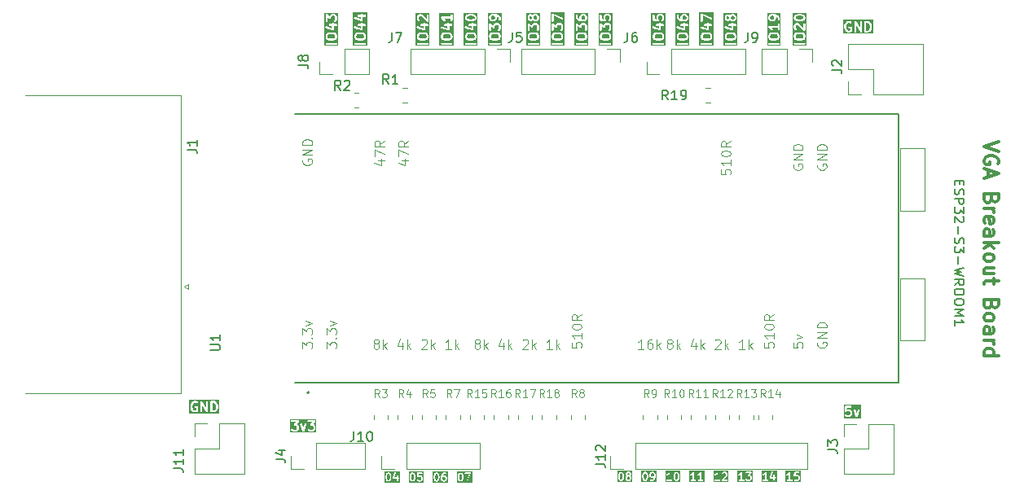
<source format=gbr>
%TF.GenerationSoftware,KiCad,Pcbnew,8.0.6*%
%TF.CreationDate,2025-01-21T08:23:13-05:00*%
%TF.ProjectId,vga_test,7667615f-7465-4737-942e-6b696361645f,rev?*%
%TF.SameCoordinates,Original*%
%TF.FileFunction,Legend,Top*%
%TF.FilePolarity,Positive*%
%FSLAX46Y46*%
G04 Gerber Fmt 4.6, Leading zero omitted, Abs format (unit mm)*
G04 Created by KiCad (PCBNEW 8.0.6) date 2025-01-21 08:23:13*
%MOMM*%
%LPD*%
G01*
G04 APERTURE LIST*
%ADD10C,0.160000*%
%ADD11C,0.100000*%
%ADD12C,0.200000*%
%ADD13C,0.300000*%
%ADD14C,0.150000*%
%ADD15C,0.120000*%
%ADD16C,0.127000*%
G04 APERTURE END LIST*
D10*
G36*
X125645580Y-99189098D02*
G01*
X124089382Y-99189098D01*
X124089382Y-98438774D01*
X124178271Y-98438774D01*
X124180484Y-98469910D01*
X124194443Y-98497829D01*
X124218024Y-98518281D01*
X124247637Y-98528152D01*
X124278773Y-98525939D01*
X124293420Y-98520334D01*
X124369611Y-98482239D01*
X124376329Y-98478009D01*
X124378280Y-98477202D01*
X124380474Y-98475400D01*
X124382883Y-98473885D01*
X124384268Y-98472287D01*
X124390403Y-98467253D01*
X124406215Y-98451440D01*
X124406215Y-98940209D01*
X124257643Y-98940209D01*
X124242036Y-98941746D01*
X124213197Y-98953691D01*
X124191125Y-98975763D01*
X124179180Y-99004602D01*
X124179180Y-99035816D01*
X124191125Y-99064655D01*
X124213197Y-99086727D01*
X124242036Y-99098672D01*
X124257643Y-99100209D01*
X124714786Y-99100209D01*
X124730393Y-99098672D01*
X124759232Y-99086727D01*
X124781304Y-99064655D01*
X124793249Y-99035816D01*
X124793249Y-99004602D01*
X124781304Y-98975763D01*
X124759232Y-98953691D01*
X124730393Y-98941746D01*
X124714786Y-98940209D01*
X124566215Y-98940209D01*
X124566215Y-98608883D01*
X124939921Y-98608883D01*
X124941084Y-98612738D01*
X124941084Y-98616767D01*
X124945558Y-98627569D01*
X124948937Y-98638767D01*
X124951489Y-98641886D01*
X124953030Y-98645606D01*
X124961297Y-98653873D01*
X124968704Y-98662926D01*
X124972252Y-98664829D01*
X124975101Y-98667678D01*
X124985904Y-98672153D01*
X124996211Y-98677682D01*
X125000219Y-98678082D01*
X125003940Y-98679624D01*
X125015634Y-98679624D01*
X125027270Y-98680788D01*
X125031125Y-98679624D01*
X125035154Y-98679625D01*
X125045956Y-98675150D01*
X125057154Y-98671772D01*
X125060273Y-98669219D01*
X125063993Y-98667679D01*
X125076116Y-98657730D01*
X125105032Y-98628814D01*
X125152719Y-98604971D01*
X125305425Y-98604971D01*
X125353110Y-98628813D01*
X125372848Y-98648550D01*
X125396691Y-98696236D01*
X125396691Y-98848943D01*
X125372847Y-98896629D01*
X125353111Y-98916366D01*
X125305425Y-98940209D01*
X125152719Y-98940209D01*
X125105033Y-98916366D01*
X125076117Y-98887449D01*
X125063994Y-98877500D01*
X125035155Y-98865555D01*
X125003941Y-98865555D01*
X124975102Y-98877500D01*
X124953030Y-98899572D01*
X124941085Y-98928411D01*
X124941085Y-98959625D01*
X124953030Y-98988464D01*
X124962979Y-99000587D01*
X125001076Y-99038683D01*
X125007210Y-99043718D01*
X125008595Y-99045314D01*
X125010998Y-99046827D01*
X125013198Y-99048632D01*
X125015152Y-99049441D01*
X125021867Y-99053668D01*
X125098057Y-99091763D01*
X125112704Y-99097368D01*
X125115570Y-99097571D01*
X125118227Y-99098672D01*
X125133834Y-99100209D01*
X125324310Y-99100209D01*
X125339917Y-99098672D01*
X125342573Y-99097571D01*
X125345440Y-99097368D01*
X125360087Y-99091763D01*
X125436278Y-99053668D01*
X125442995Y-99049439D01*
X125444948Y-99048631D01*
X125447145Y-99046827D01*
X125449550Y-99045314D01*
X125450934Y-99043717D01*
X125457070Y-99038682D01*
X125495165Y-99000586D01*
X125500198Y-98994452D01*
X125501796Y-98993067D01*
X125503311Y-98990659D01*
X125505114Y-98988463D01*
X125505922Y-98986511D01*
X125510150Y-98979795D01*
X125548245Y-98903605D01*
X125553850Y-98888958D01*
X125554053Y-98886091D01*
X125555154Y-98883435D01*
X125556691Y-98867828D01*
X125556691Y-98677352D01*
X125555154Y-98661745D01*
X125554053Y-98659088D01*
X125553850Y-98656222D01*
X125548245Y-98641575D01*
X125510150Y-98565384D01*
X125505920Y-98558665D01*
X125505113Y-98556715D01*
X125503311Y-98554520D01*
X125501796Y-98552112D01*
X125500198Y-98550726D01*
X125495164Y-98544592D01*
X125457070Y-98506497D01*
X125450932Y-98501460D01*
X125449550Y-98499866D01*
X125447146Y-98498353D01*
X125444947Y-98496548D01*
X125442992Y-98495738D01*
X125436278Y-98491512D01*
X125360087Y-98453417D01*
X125345440Y-98447812D01*
X125342573Y-98447608D01*
X125339917Y-98446508D01*
X125324310Y-98444971D01*
X125133834Y-98444971D01*
X125118227Y-98446508D01*
X125115570Y-98447608D01*
X125115300Y-98447627D01*
X125130043Y-98300209D01*
X125438596Y-98300209D01*
X125454203Y-98298672D01*
X125483042Y-98286727D01*
X125505114Y-98264655D01*
X125517059Y-98235816D01*
X125517059Y-98204602D01*
X125505114Y-98175763D01*
X125483042Y-98153691D01*
X125454203Y-98141746D01*
X125438596Y-98140209D01*
X125057644Y-98140209D01*
X125051869Y-98140777D01*
X125049922Y-98140583D01*
X125048020Y-98141156D01*
X125042037Y-98141746D01*
X125031228Y-98146222D01*
X125020038Y-98149599D01*
X125016921Y-98152148D01*
X125013198Y-98153691D01*
X125004925Y-98161963D01*
X124995879Y-98169365D01*
X124993975Y-98172913D01*
X124991126Y-98175763D01*
X124986650Y-98186567D01*
X124981123Y-98196872D01*
X124979941Y-98202765D01*
X124979181Y-98204602D01*
X124979181Y-98206561D01*
X124978041Y-98212249D01*
X124939945Y-98593201D01*
X124939921Y-98608883D01*
X124566215Y-98608883D01*
X124566215Y-98220209D01*
X124566209Y-98220156D01*
X124566216Y-98220126D01*
X124566197Y-98220035D01*
X124564678Y-98204602D01*
X124561647Y-98197286D01*
X124560094Y-98189517D01*
X124555731Y-98183003D01*
X124552733Y-98175763D01*
X124547132Y-98170162D01*
X124542725Y-98163581D01*
X124536203Y-98159233D01*
X124530661Y-98153691D01*
X124523342Y-98150659D01*
X124516753Y-98146267D01*
X124509063Y-98144745D01*
X124501822Y-98141746D01*
X124493905Y-98141746D01*
X124486132Y-98140208D01*
X124478442Y-98141746D01*
X124470608Y-98141746D01*
X124463292Y-98144776D01*
X124455523Y-98146330D01*
X124449009Y-98150692D01*
X124441769Y-98153691D01*
X124436168Y-98159291D01*
X124429587Y-98163699D01*
X124419759Y-98175700D01*
X124419697Y-98175763D01*
X124419685Y-98175790D01*
X124419651Y-98175833D01*
X124347854Y-98283527D01*
X124286444Y-98344936D01*
X124221866Y-98377226D01*
X124208594Y-98385580D01*
X124188142Y-98409161D01*
X124178271Y-98438774D01*
X124089382Y-98438774D01*
X124089382Y-98051319D01*
X125645580Y-98051319D01*
X125645580Y-99189098D01*
G37*
G36*
X107053110Y-98324051D02*
G01*
X107072848Y-98343788D01*
X107101209Y-98400512D01*
X107134786Y-98534817D01*
X107134786Y-98705600D01*
X107101209Y-98839905D01*
X107072847Y-98896629D01*
X107053111Y-98916366D01*
X107005425Y-98940209D01*
X106967005Y-98940209D01*
X106919318Y-98916366D01*
X106899582Y-98896629D01*
X106871219Y-98839904D01*
X106837643Y-98705599D01*
X106837643Y-98534818D01*
X106871219Y-98400512D01*
X106899581Y-98343789D01*
X106919318Y-98324051D01*
X106967005Y-98300209D01*
X107005425Y-98300209D01*
X107053110Y-98324051D01*
G37*
G36*
X107853110Y-98666908D02*
G01*
X107872848Y-98686645D01*
X107896691Y-98734331D01*
X107896691Y-98848943D01*
X107872847Y-98896629D01*
X107853111Y-98916366D01*
X107805425Y-98940209D01*
X107690814Y-98940209D01*
X107643128Y-98916366D01*
X107623392Y-98896630D01*
X107599548Y-98848941D01*
X107599548Y-98734332D01*
X107623391Y-98686645D01*
X107643128Y-98666908D01*
X107690814Y-98643066D01*
X107805425Y-98643066D01*
X107853110Y-98666908D01*
G37*
G36*
X107853110Y-98324051D02*
G01*
X107872848Y-98343788D01*
X107896691Y-98391474D01*
X107896691Y-98391800D01*
X107872847Y-98439486D01*
X107853111Y-98459223D01*
X107805425Y-98483066D01*
X107690814Y-98483066D01*
X107643128Y-98459223D01*
X107623392Y-98439487D01*
X107599548Y-98391798D01*
X107599548Y-98391475D01*
X107623391Y-98343788D01*
X107643128Y-98324051D01*
X107690814Y-98300209D01*
X107805425Y-98300209D01*
X107853110Y-98324051D01*
G37*
G36*
X108145580Y-99189098D02*
G01*
X106588754Y-99189098D01*
X106588754Y-98524971D01*
X106677643Y-98524971D01*
X106677643Y-98715447D01*
X106677910Y-98718167D01*
X106677737Y-98719336D01*
X106678601Y-98725180D01*
X106679180Y-98731054D01*
X106679631Y-98732144D01*
X106680032Y-98734850D01*
X106718128Y-98887231D01*
X106718539Y-98888381D01*
X106718580Y-98888958D01*
X106721064Y-98895450D01*
X106723404Y-98901999D01*
X106723748Y-98902463D01*
X106724185Y-98903605D01*
X106762280Y-98979795D01*
X106766507Y-98986511D01*
X106767316Y-98988463D01*
X106769118Y-98990659D01*
X106770634Y-98993067D01*
X106772231Y-98994452D01*
X106777265Y-99000586D01*
X106815360Y-99038682D01*
X106821495Y-99043717D01*
X106822880Y-99045314D01*
X106825284Y-99046827D01*
X106827482Y-99048631D01*
X106829434Y-99049439D01*
X106836152Y-99053668D01*
X106912343Y-99091763D01*
X106926990Y-99097368D01*
X106929856Y-99097571D01*
X106932513Y-99098672D01*
X106948120Y-99100209D01*
X107024310Y-99100209D01*
X107039917Y-99098672D01*
X107042573Y-99097571D01*
X107045440Y-99097368D01*
X107060087Y-99091763D01*
X107136278Y-99053668D01*
X107142995Y-99049439D01*
X107144948Y-99048631D01*
X107147145Y-99046827D01*
X107149550Y-99045314D01*
X107150934Y-99043717D01*
X107157070Y-99038682D01*
X107195165Y-99000586D01*
X107200198Y-98994452D01*
X107201796Y-98993067D01*
X107203311Y-98990659D01*
X107205114Y-98988463D01*
X107205922Y-98986511D01*
X107210150Y-98979795D01*
X107248245Y-98903605D01*
X107248681Y-98902463D01*
X107249026Y-98901999D01*
X107251365Y-98895450D01*
X107253850Y-98888958D01*
X107253890Y-98888381D01*
X107254302Y-98887231D01*
X107292398Y-98734849D01*
X107292798Y-98732142D01*
X107293249Y-98731054D01*
X107293826Y-98725186D01*
X107294692Y-98719336D01*
X107294518Y-98718167D01*
X107294786Y-98715447D01*
X107294786Y-98524971D01*
X107294518Y-98522250D01*
X107294692Y-98521082D01*
X107293826Y-98515231D01*
X107293249Y-98509364D01*
X107292798Y-98508275D01*
X107292398Y-98505569D01*
X107259153Y-98372590D01*
X107439548Y-98372590D01*
X107439548Y-98410685D01*
X107441085Y-98426292D01*
X107442185Y-98428948D01*
X107442389Y-98431816D01*
X107447994Y-98446463D01*
X107486090Y-98522652D01*
X107490316Y-98529365D01*
X107491126Y-98531320D01*
X107492932Y-98533520D01*
X107494445Y-98535924D01*
X107496038Y-98537306D01*
X107501075Y-98543443D01*
X107520697Y-98563065D01*
X107501075Y-98582687D01*
X107496038Y-98588824D01*
X107494444Y-98590207D01*
X107492931Y-98592610D01*
X107491126Y-98594810D01*
X107490316Y-98596764D01*
X107486090Y-98603479D01*
X107447994Y-98679670D01*
X107442389Y-98694316D01*
X107442185Y-98697183D01*
X107441085Y-98699840D01*
X107439548Y-98715447D01*
X107439548Y-98867828D01*
X107441085Y-98883435D01*
X107442185Y-98886091D01*
X107442389Y-98888959D01*
X107447994Y-98903606D01*
X107486090Y-98979795D01*
X107490316Y-98986508D01*
X107491126Y-98988463D01*
X107492932Y-98990663D01*
X107494445Y-98993067D01*
X107496038Y-98994449D01*
X107501075Y-99000586D01*
X107539170Y-99038682D01*
X107545305Y-99043717D01*
X107546690Y-99045314D01*
X107549094Y-99046827D01*
X107551292Y-99048631D01*
X107553244Y-99049439D01*
X107559962Y-99053668D01*
X107636152Y-99091763D01*
X107650799Y-99097368D01*
X107653665Y-99097571D01*
X107656322Y-99098672D01*
X107671929Y-99100209D01*
X107824310Y-99100209D01*
X107839917Y-99098672D01*
X107842573Y-99097571D01*
X107845440Y-99097368D01*
X107860087Y-99091763D01*
X107936278Y-99053668D01*
X107942995Y-99049439D01*
X107944948Y-99048631D01*
X107947145Y-99046827D01*
X107949550Y-99045314D01*
X107950934Y-99043717D01*
X107957070Y-99038682D01*
X107995165Y-99000586D01*
X108000198Y-98994452D01*
X108001796Y-98993067D01*
X108003311Y-98990659D01*
X108005114Y-98988463D01*
X108005922Y-98986511D01*
X108010150Y-98979795D01*
X108048245Y-98903605D01*
X108053850Y-98888958D01*
X108054053Y-98886091D01*
X108055154Y-98883435D01*
X108056691Y-98867828D01*
X108056691Y-98715447D01*
X108055154Y-98699840D01*
X108054053Y-98697183D01*
X108053850Y-98694317D01*
X108048245Y-98679670D01*
X108010150Y-98603479D01*
X108005920Y-98596760D01*
X108005113Y-98594810D01*
X108003311Y-98592615D01*
X108001796Y-98590207D01*
X108000198Y-98588821D01*
X107995164Y-98582687D01*
X107975543Y-98563065D01*
X107995165Y-98543443D01*
X108000198Y-98537309D01*
X108001796Y-98535924D01*
X108003311Y-98533516D01*
X108005114Y-98531320D01*
X108005922Y-98529368D01*
X108010150Y-98522652D01*
X108048245Y-98446462D01*
X108053850Y-98431815D01*
X108054053Y-98428948D01*
X108055154Y-98426292D01*
X108056691Y-98410685D01*
X108056691Y-98372590D01*
X108055154Y-98356983D01*
X108054053Y-98354326D01*
X108053850Y-98351460D01*
X108048245Y-98336813D01*
X108010150Y-98260622D01*
X108005920Y-98253903D01*
X108005113Y-98251953D01*
X108003311Y-98249758D01*
X108001796Y-98247350D01*
X108000198Y-98245964D01*
X107995164Y-98239830D01*
X107957070Y-98201735D01*
X107950932Y-98196698D01*
X107949550Y-98195104D01*
X107947146Y-98193591D01*
X107944947Y-98191786D01*
X107942992Y-98190976D01*
X107936278Y-98186750D01*
X107860087Y-98148655D01*
X107845440Y-98143050D01*
X107842573Y-98142846D01*
X107839917Y-98141746D01*
X107824310Y-98140209D01*
X107671929Y-98140209D01*
X107656322Y-98141746D01*
X107653665Y-98142846D01*
X107650799Y-98143050D01*
X107636152Y-98148655D01*
X107559962Y-98186750D01*
X107553243Y-98190979D01*
X107551293Y-98191787D01*
X107549098Y-98193588D01*
X107546690Y-98195104D01*
X107545304Y-98196701D01*
X107539170Y-98201736D01*
X107501075Y-98239830D01*
X107496038Y-98245967D01*
X107494444Y-98247350D01*
X107492931Y-98249753D01*
X107491126Y-98251953D01*
X107490316Y-98253907D01*
X107486090Y-98260622D01*
X107447994Y-98336813D01*
X107442389Y-98351459D01*
X107442185Y-98354326D01*
X107441085Y-98356983D01*
X107439548Y-98372590D01*
X107259153Y-98372590D01*
X107254302Y-98353187D01*
X107253890Y-98352036D01*
X107253850Y-98351460D01*
X107251365Y-98344967D01*
X107249026Y-98338419D01*
X107248681Y-98337954D01*
X107248245Y-98336813D01*
X107210150Y-98260622D01*
X107205920Y-98253903D01*
X107205113Y-98251953D01*
X107203311Y-98249758D01*
X107201796Y-98247350D01*
X107200198Y-98245964D01*
X107195164Y-98239830D01*
X107157070Y-98201735D01*
X107150932Y-98196698D01*
X107149550Y-98195104D01*
X107147146Y-98193591D01*
X107144947Y-98191786D01*
X107142992Y-98190976D01*
X107136278Y-98186750D01*
X107060087Y-98148655D01*
X107045440Y-98143050D01*
X107042573Y-98142846D01*
X107039917Y-98141746D01*
X107024310Y-98140209D01*
X106948120Y-98140209D01*
X106932513Y-98141746D01*
X106929856Y-98142846D01*
X106926990Y-98143050D01*
X106912343Y-98148655D01*
X106836152Y-98186750D01*
X106829433Y-98190979D01*
X106827483Y-98191787D01*
X106825288Y-98193588D01*
X106822880Y-98195104D01*
X106821494Y-98196701D01*
X106815360Y-98201736D01*
X106777265Y-98239830D01*
X106772228Y-98245967D01*
X106770634Y-98247350D01*
X106769121Y-98249753D01*
X106767316Y-98251953D01*
X106766506Y-98253907D01*
X106762280Y-98260622D01*
X106724185Y-98336813D01*
X106723748Y-98337954D01*
X106723404Y-98338419D01*
X106721064Y-98344967D01*
X106718580Y-98351460D01*
X106718539Y-98352036D01*
X106718128Y-98353187D01*
X106680032Y-98505568D01*
X106679631Y-98508273D01*
X106679180Y-98509364D01*
X106678601Y-98515237D01*
X106677737Y-98521082D01*
X106677910Y-98522250D01*
X106677643Y-98524971D01*
X106588754Y-98524971D01*
X106588754Y-98051320D01*
X108145580Y-98051320D01*
X108145580Y-99189098D01*
G37*
G36*
X123182139Y-99189098D02*
G01*
X121589382Y-99189098D01*
X121589382Y-98438774D01*
X121678271Y-98438774D01*
X121680484Y-98469910D01*
X121694443Y-98497829D01*
X121718024Y-98518281D01*
X121747637Y-98528152D01*
X121778773Y-98525939D01*
X121793420Y-98520334D01*
X121869611Y-98482239D01*
X121876329Y-98478009D01*
X121878280Y-98477202D01*
X121880474Y-98475400D01*
X121882883Y-98473885D01*
X121884268Y-98472287D01*
X121890403Y-98467253D01*
X121906215Y-98451440D01*
X121906215Y-98940209D01*
X121757643Y-98940209D01*
X121742036Y-98941746D01*
X121713197Y-98953691D01*
X121691125Y-98975763D01*
X121679180Y-99004602D01*
X121679180Y-99035816D01*
X121691125Y-99064655D01*
X121713197Y-99086727D01*
X121742036Y-99098672D01*
X121757643Y-99100209D01*
X122214786Y-99100209D01*
X122230393Y-99098672D01*
X122259232Y-99086727D01*
X122281304Y-99064655D01*
X122293249Y-99035816D01*
X122293249Y-99004602D01*
X122281304Y-98975763D01*
X122259232Y-98953691D01*
X122230393Y-98941746D01*
X122214786Y-98940209D01*
X122066215Y-98940209D01*
X122066215Y-98743536D01*
X122440176Y-98743536D01*
X122441085Y-98756331D01*
X122441085Y-98769149D01*
X122442184Y-98771802D01*
X122442388Y-98774672D01*
X122448124Y-98786144D01*
X122453030Y-98797988D01*
X122455062Y-98800020D01*
X122456348Y-98802591D01*
X122466029Y-98810987D01*
X122475102Y-98820060D01*
X122477759Y-98821160D01*
X122479930Y-98823043D01*
X122492091Y-98827096D01*
X122503941Y-98832005D01*
X122508020Y-98832406D01*
X122509542Y-98832914D01*
X122511650Y-98832764D01*
X122519548Y-98833542D01*
X122820501Y-98833542D01*
X122820501Y-99020209D01*
X122822038Y-99035816D01*
X122833983Y-99064655D01*
X122856055Y-99086727D01*
X122884894Y-99098672D01*
X122916108Y-99098672D01*
X122944947Y-99086727D01*
X122967019Y-99064655D01*
X122978964Y-99035816D01*
X122980501Y-99020209D01*
X122980501Y-98833542D01*
X123014787Y-98833542D01*
X123030394Y-98832005D01*
X123059233Y-98820060D01*
X123081305Y-98797988D01*
X123093250Y-98769149D01*
X123093250Y-98737935D01*
X123081305Y-98709096D01*
X123059233Y-98687024D01*
X123030394Y-98675079D01*
X123014787Y-98673542D01*
X122980501Y-98673542D01*
X122980501Y-98486875D01*
X122978964Y-98471268D01*
X122967019Y-98442429D01*
X122944947Y-98420357D01*
X122916108Y-98408412D01*
X122884894Y-98408412D01*
X122856055Y-98420357D01*
X122833983Y-98442429D01*
X122822038Y-98471268D01*
X122820501Y-98486875D01*
X122820501Y-98673542D01*
X122630543Y-98673542D01*
X122785920Y-98207413D01*
X122789397Y-98192121D01*
X122787185Y-98160984D01*
X122773225Y-98133065D01*
X122749643Y-98112613D01*
X122720031Y-98102742D01*
X122688895Y-98104955D01*
X122660976Y-98118914D01*
X122640524Y-98142496D01*
X122634130Y-98156816D01*
X122443653Y-98728244D01*
X122441893Y-98735983D01*
X122441085Y-98737935D01*
X122441085Y-98739538D01*
X122440176Y-98743536D01*
X122066215Y-98743536D01*
X122066215Y-98220209D01*
X122066209Y-98220156D01*
X122066216Y-98220126D01*
X122066197Y-98220035D01*
X122064678Y-98204602D01*
X122061647Y-98197286D01*
X122060094Y-98189517D01*
X122055731Y-98183003D01*
X122052733Y-98175763D01*
X122047132Y-98170162D01*
X122042725Y-98163581D01*
X122036203Y-98159233D01*
X122030661Y-98153691D01*
X122023342Y-98150659D01*
X122016753Y-98146267D01*
X122009063Y-98144745D01*
X122001822Y-98141746D01*
X121993905Y-98141746D01*
X121986132Y-98140208D01*
X121978442Y-98141746D01*
X121970608Y-98141746D01*
X121963292Y-98144776D01*
X121955523Y-98146330D01*
X121949009Y-98150692D01*
X121941769Y-98153691D01*
X121936168Y-98159291D01*
X121929587Y-98163699D01*
X121919759Y-98175700D01*
X121919697Y-98175763D01*
X121919685Y-98175790D01*
X121919651Y-98175833D01*
X121847854Y-98283527D01*
X121786444Y-98344936D01*
X121721866Y-98377226D01*
X121708594Y-98385580D01*
X121688142Y-98409161D01*
X121678271Y-98438774D01*
X121589382Y-98438774D01*
X121589382Y-98013853D01*
X123182139Y-98013853D01*
X123182139Y-99189098D01*
G37*
G36*
X120645580Y-99189098D02*
G01*
X119089382Y-99189098D01*
X119089382Y-98438774D01*
X119178271Y-98438774D01*
X119180484Y-98469910D01*
X119194443Y-98497829D01*
X119218024Y-98518281D01*
X119247637Y-98528152D01*
X119278773Y-98525939D01*
X119293420Y-98520334D01*
X119369611Y-98482239D01*
X119376329Y-98478009D01*
X119378280Y-98477202D01*
X119380474Y-98475400D01*
X119382883Y-98473885D01*
X119384268Y-98472287D01*
X119390403Y-98467253D01*
X119406215Y-98451440D01*
X119406215Y-98940209D01*
X119257643Y-98940209D01*
X119242036Y-98941746D01*
X119213197Y-98953691D01*
X119191125Y-98975763D01*
X119179180Y-99004602D01*
X119179180Y-99035816D01*
X119191125Y-99064655D01*
X119213197Y-99086727D01*
X119242036Y-99098672D01*
X119257643Y-99100209D01*
X119714786Y-99100209D01*
X119730393Y-99098672D01*
X119759232Y-99086727D01*
X119781304Y-99064655D01*
X119793249Y-99035816D01*
X119793249Y-99004602D01*
X119781304Y-98975763D01*
X119765165Y-98959624D01*
X119902989Y-98959624D01*
X119914935Y-98988463D01*
X119924884Y-99000586D01*
X119962979Y-99038682D01*
X119969114Y-99043717D01*
X119970499Y-99045314D01*
X119972903Y-99046827D01*
X119975101Y-99048631D01*
X119977053Y-99049439D01*
X119983771Y-99053668D01*
X120059962Y-99091763D01*
X120074609Y-99097368D01*
X120077475Y-99097571D01*
X120080132Y-99098672D01*
X120095739Y-99100209D01*
X120324310Y-99100209D01*
X120339917Y-99098672D01*
X120342573Y-99097571D01*
X120345440Y-99097368D01*
X120360087Y-99091763D01*
X120436278Y-99053668D01*
X120442995Y-99049439D01*
X120444948Y-99048631D01*
X120447145Y-99046827D01*
X120449550Y-99045314D01*
X120450934Y-99043717D01*
X120457070Y-99038682D01*
X120495165Y-99000586D01*
X120500198Y-98994452D01*
X120501796Y-98993067D01*
X120503311Y-98990659D01*
X120505114Y-98988463D01*
X120505922Y-98986511D01*
X120510150Y-98979795D01*
X120548245Y-98903605D01*
X120553850Y-98888958D01*
X120554053Y-98886091D01*
X120555154Y-98883435D01*
X120556691Y-98867828D01*
X120556691Y-98677352D01*
X120555154Y-98661745D01*
X120554053Y-98659088D01*
X120553850Y-98656222D01*
X120548245Y-98641575D01*
X120510150Y-98565384D01*
X120505920Y-98558665D01*
X120505113Y-98556715D01*
X120503311Y-98554520D01*
X120501796Y-98552112D01*
X120500198Y-98550726D01*
X120495164Y-98544592D01*
X120457070Y-98506497D01*
X120450932Y-98501460D01*
X120449550Y-98499866D01*
X120447146Y-98498353D01*
X120444947Y-98496548D01*
X120442992Y-98495738D01*
X120436278Y-98491512D01*
X120373199Y-98459972D01*
X120536897Y-98272889D01*
X120541717Y-98266146D01*
X120543209Y-98264655D01*
X120543794Y-98263240D01*
X120546018Y-98260131D01*
X120550181Y-98247821D01*
X120555154Y-98235816D01*
X120555154Y-98233119D01*
X120556019Y-98230562D01*
X120555154Y-98217584D01*
X120555154Y-98204602D01*
X120554122Y-98202111D01*
X120553943Y-98199417D01*
X120548178Y-98187760D01*
X120543209Y-98175763D01*
X120541301Y-98173855D01*
X120540105Y-98171436D01*
X120530323Y-98162877D01*
X120521137Y-98153691D01*
X120518644Y-98152658D01*
X120516614Y-98150882D01*
X120504298Y-98146716D01*
X120492298Y-98141746D01*
X120488495Y-98141371D01*
X120487045Y-98140881D01*
X120484939Y-98141021D01*
X120476691Y-98140209D01*
X119981453Y-98140209D01*
X119965846Y-98141746D01*
X119937007Y-98153691D01*
X119914935Y-98175763D01*
X119902990Y-98204602D01*
X119902990Y-98235816D01*
X119914935Y-98264655D01*
X119937007Y-98286727D01*
X119965846Y-98298672D01*
X119981453Y-98300209D01*
X120300390Y-98300209D01*
X120149819Y-98472291D01*
X120144997Y-98479034D01*
X120143507Y-98480525D01*
X120142921Y-98481937D01*
X120140698Y-98485048D01*
X120136533Y-98497361D01*
X120131562Y-98509364D01*
X120131562Y-98512060D01*
X120130697Y-98514618D01*
X120131562Y-98527588D01*
X120131562Y-98540578D01*
X120132594Y-98543070D01*
X120132774Y-98545763D01*
X120138533Y-98557409D01*
X120143507Y-98569417D01*
X120145415Y-98571325D01*
X120146611Y-98573743D01*
X120156388Y-98582298D01*
X120165579Y-98591489D01*
X120168071Y-98592521D01*
X120170102Y-98594298D01*
X120182415Y-98598462D01*
X120194418Y-98603434D01*
X120198222Y-98603808D01*
X120199672Y-98604299D01*
X120201776Y-98604158D01*
X120210025Y-98604971D01*
X120305425Y-98604971D01*
X120353110Y-98628813D01*
X120372848Y-98648550D01*
X120396691Y-98696236D01*
X120396691Y-98848943D01*
X120372847Y-98896629D01*
X120353111Y-98916366D01*
X120305425Y-98940209D01*
X120114624Y-98940209D01*
X120066937Y-98916366D01*
X120038022Y-98887450D01*
X120025900Y-98877501D01*
X119997061Y-98865555D01*
X119965847Y-98865554D01*
X119937008Y-98877500D01*
X119914936Y-98899571D01*
X119902990Y-98928410D01*
X119902989Y-98959624D01*
X119765165Y-98959624D01*
X119759232Y-98953691D01*
X119730393Y-98941746D01*
X119714786Y-98940209D01*
X119566215Y-98940209D01*
X119566215Y-98220209D01*
X119566209Y-98220156D01*
X119566216Y-98220126D01*
X119566197Y-98220035D01*
X119564678Y-98204602D01*
X119561647Y-98197286D01*
X119560094Y-98189517D01*
X119555731Y-98183003D01*
X119552733Y-98175763D01*
X119547132Y-98170162D01*
X119542725Y-98163581D01*
X119536203Y-98159233D01*
X119530661Y-98153691D01*
X119523342Y-98150659D01*
X119516753Y-98146267D01*
X119509063Y-98144745D01*
X119501822Y-98141746D01*
X119493905Y-98141746D01*
X119486132Y-98140208D01*
X119478442Y-98141746D01*
X119470608Y-98141746D01*
X119463292Y-98144776D01*
X119455523Y-98146330D01*
X119449009Y-98150692D01*
X119441769Y-98153691D01*
X119436168Y-98159291D01*
X119429587Y-98163699D01*
X119419759Y-98175700D01*
X119419697Y-98175763D01*
X119419685Y-98175790D01*
X119419651Y-98175833D01*
X119347854Y-98283527D01*
X119286444Y-98344936D01*
X119221866Y-98377226D01*
X119208594Y-98385580D01*
X119188142Y-98409161D01*
X119178271Y-98438774D01*
X119089382Y-98438774D01*
X119089382Y-98051319D01*
X120645580Y-98051319D01*
X120645580Y-99189098D01*
G37*
D11*
X136000000Y-64500000D02*
X138500000Y-64500000D01*
X138500000Y-71000000D01*
X136000000Y-71000000D01*
X136000000Y-64500000D01*
X136000000Y-78000000D02*
X138500000Y-78000000D01*
X138500000Y-84500000D01*
X136000000Y-84500000D01*
X136000000Y-78000000D01*
D12*
X142156590Y-67869673D02*
X142156590Y-68203006D01*
X141632780Y-68345863D02*
X141632780Y-67869673D01*
X141632780Y-67869673D02*
X142632780Y-67869673D01*
X142632780Y-67869673D02*
X142632780Y-68345863D01*
X141680400Y-68726816D02*
X141632780Y-68869673D01*
X141632780Y-68869673D02*
X141632780Y-69107768D01*
X141632780Y-69107768D02*
X141680400Y-69203006D01*
X141680400Y-69203006D02*
X141728019Y-69250625D01*
X141728019Y-69250625D02*
X141823257Y-69298244D01*
X141823257Y-69298244D02*
X141918495Y-69298244D01*
X141918495Y-69298244D02*
X142013733Y-69250625D01*
X142013733Y-69250625D02*
X142061352Y-69203006D01*
X142061352Y-69203006D02*
X142108971Y-69107768D01*
X142108971Y-69107768D02*
X142156590Y-68917292D01*
X142156590Y-68917292D02*
X142204209Y-68822054D01*
X142204209Y-68822054D02*
X142251828Y-68774435D01*
X142251828Y-68774435D02*
X142347066Y-68726816D01*
X142347066Y-68726816D02*
X142442304Y-68726816D01*
X142442304Y-68726816D02*
X142537542Y-68774435D01*
X142537542Y-68774435D02*
X142585161Y-68822054D01*
X142585161Y-68822054D02*
X142632780Y-68917292D01*
X142632780Y-68917292D02*
X142632780Y-69155387D01*
X142632780Y-69155387D02*
X142585161Y-69298244D01*
X141632780Y-69726816D02*
X142632780Y-69726816D01*
X142632780Y-69726816D02*
X142632780Y-70107768D01*
X142632780Y-70107768D02*
X142585161Y-70203006D01*
X142585161Y-70203006D02*
X142537542Y-70250625D01*
X142537542Y-70250625D02*
X142442304Y-70298244D01*
X142442304Y-70298244D02*
X142299447Y-70298244D01*
X142299447Y-70298244D02*
X142204209Y-70250625D01*
X142204209Y-70250625D02*
X142156590Y-70203006D01*
X142156590Y-70203006D02*
X142108971Y-70107768D01*
X142108971Y-70107768D02*
X142108971Y-69726816D01*
X142632780Y-70631578D02*
X142632780Y-71250625D01*
X142632780Y-71250625D02*
X142251828Y-70917292D01*
X142251828Y-70917292D02*
X142251828Y-71060149D01*
X142251828Y-71060149D02*
X142204209Y-71155387D01*
X142204209Y-71155387D02*
X142156590Y-71203006D01*
X142156590Y-71203006D02*
X142061352Y-71250625D01*
X142061352Y-71250625D02*
X141823257Y-71250625D01*
X141823257Y-71250625D02*
X141728019Y-71203006D01*
X141728019Y-71203006D02*
X141680400Y-71155387D01*
X141680400Y-71155387D02*
X141632780Y-71060149D01*
X141632780Y-71060149D02*
X141632780Y-70774435D01*
X141632780Y-70774435D02*
X141680400Y-70679197D01*
X141680400Y-70679197D02*
X141728019Y-70631578D01*
X142537542Y-71631578D02*
X142585161Y-71679197D01*
X142585161Y-71679197D02*
X142632780Y-71774435D01*
X142632780Y-71774435D02*
X142632780Y-72012530D01*
X142632780Y-72012530D02*
X142585161Y-72107768D01*
X142585161Y-72107768D02*
X142537542Y-72155387D01*
X142537542Y-72155387D02*
X142442304Y-72203006D01*
X142442304Y-72203006D02*
X142347066Y-72203006D01*
X142347066Y-72203006D02*
X142204209Y-72155387D01*
X142204209Y-72155387D02*
X141632780Y-71583959D01*
X141632780Y-71583959D02*
X141632780Y-72203006D01*
X142013733Y-72631578D02*
X142013733Y-73393483D01*
X141680400Y-73822054D02*
X141632780Y-73964911D01*
X141632780Y-73964911D02*
X141632780Y-74203006D01*
X141632780Y-74203006D02*
X141680400Y-74298244D01*
X141680400Y-74298244D02*
X141728019Y-74345863D01*
X141728019Y-74345863D02*
X141823257Y-74393482D01*
X141823257Y-74393482D02*
X141918495Y-74393482D01*
X141918495Y-74393482D02*
X142013733Y-74345863D01*
X142013733Y-74345863D02*
X142061352Y-74298244D01*
X142061352Y-74298244D02*
X142108971Y-74203006D01*
X142108971Y-74203006D02*
X142156590Y-74012530D01*
X142156590Y-74012530D02*
X142204209Y-73917292D01*
X142204209Y-73917292D02*
X142251828Y-73869673D01*
X142251828Y-73869673D02*
X142347066Y-73822054D01*
X142347066Y-73822054D02*
X142442304Y-73822054D01*
X142442304Y-73822054D02*
X142537542Y-73869673D01*
X142537542Y-73869673D02*
X142585161Y-73917292D01*
X142585161Y-73917292D02*
X142632780Y-74012530D01*
X142632780Y-74012530D02*
X142632780Y-74250625D01*
X142632780Y-74250625D02*
X142585161Y-74393482D01*
X142632780Y-74726816D02*
X142632780Y-75345863D01*
X142632780Y-75345863D02*
X142251828Y-75012530D01*
X142251828Y-75012530D02*
X142251828Y-75155387D01*
X142251828Y-75155387D02*
X142204209Y-75250625D01*
X142204209Y-75250625D02*
X142156590Y-75298244D01*
X142156590Y-75298244D02*
X142061352Y-75345863D01*
X142061352Y-75345863D02*
X141823257Y-75345863D01*
X141823257Y-75345863D02*
X141728019Y-75298244D01*
X141728019Y-75298244D02*
X141680400Y-75250625D01*
X141680400Y-75250625D02*
X141632780Y-75155387D01*
X141632780Y-75155387D02*
X141632780Y-74869673D01*
X141632780Y-74869673D02*
X141680400Y-74774435D01*
X141680400Y-74774435D02*
X141728019Y-74726816D01*
X142013733Y-75774435D02*
X142013733Y-76536340D01*
X142632780Y-76917292D02*
X141632780Y-77155387D01*
X141632780Y-77155387D02*
X142347066Y-77345863D01*
X142347066Y-77345863D02*
X141632780Y-77536339D01*
X141632780Y-77536339D02*
X142632780Y-77774435D01*
X141632780Y-78726815D02*
X142108971Y-78393482D01*
X141632780Y-78155387D02*
X142632780Y-78155387D01*
X142632780Y-78155387D02*
X142632780Y-78536339D01*
X142632780Y-78536339D02*
X142585161Y-78631577D01*
X142585161Y-78631577D02*
X142537542Y-78679196D01*
X142537542Y-78679196D02*
X142442304Y-78726815D01*
X142442304Y-78726815D02*
X142299447Y-78726815D01*
X142299447Y-78726815D02*
X142204209Y-78679196D01*
X142204209Y-78679196D02*
X142156590Y-78631577D01*
X142156590Y-78631577D02*
X142108971Y-78536339D01*
X142108971Y-78536339D02*
X142108971Y-78155387D01*
X142632780Y-79345863D02*
X142632780Y-79536339D01*
X142632780Y-79536339D02*
X142585161Y-79631577D01*
X142585161Y-79631577D02*
X142489923Y-79726815D01*
X142489923Y-79726815D02*
X142299447Y-79774434D01*
X142299447Y-79774434D02*
X141966114Y-79774434D01*
X141966114Y-79774434D02*
X141775638Y-79726815D01*
X141775638Y-79726815D02*
X141680400Y-79631577D01*
X141680400Y-79631577D02*
X141632780Y-79536339D01*
X141632780Y-79536339D02*
X141632780Y-79345863D01*
X141632780Y-79345863D02*
X141680400Y-79250625D01*
X141680400Y-79250625D02*
X141775638Y-79155387D01*
X141775638Y-79155387D02*
X141966114Y-79107768D01*
X141966114Y-79107768D02*
X142299447Y-79107768D01*
X142299447Y-79107768D02*
X142489923Y-79155387D01*
X142489923Y-79155387D02*
X142585161Y-79250625D01*
X142585161Y-79250625D02*
X142632780Y-79345863D01*
X142632780Y-80393482D02*
X142632780Y-80583958D01*
X142632780Y-80583958D02*
X142585161Y-80679196D01*
X142585161Y-80679196D02*
X142489923Y-80774434D01*
X142489923Y-80774434D02*
X142299447Y-80822053D01*
X142299447Y-80822053D02*
X141966114Y-80822053D01*
X141966114Y-80822053D02*
X141775638Y-80774434D01*
X141775638Y-80774434D02*
X141680400Y-80679196D01*
X141680400Y-80679196D02*
X141632780Y-80583958D01*
X141632780Y-80583958D02*
X141632780Y-80393482D01*
X141632780Y-80393482D02*
X141680400Y-80298244D01*
X141680400Y-80298244D02*
X141775638Y-80203006D01*
X141775638Y-80203006D02*
X141966114Y-80155387D01*
X141966114Y-80155387D02*
X142299447Y-80155387D01*
X142299447Y-80155387D02*
X142489923Y-80203006D01*
X142489923Y-80203006D02*
X142585161Y-80298244D01*
X142585161Y-80298244D02*
X142632780Y-80393482D01*
X141632780Y-81250625D02*
X142632780Y-81250625D01*
X142632780Y-81250625D02*
X141918495Y-81583958D01*
X141918495Y-81583958D02*
X142632780Y-81917291D01*
X142632780Y-81917291D02*
X141632780Y-81917291D01*
X141632780Y-82917291D02*
X141632780Y-82345863D01*
X141632780Y-82631577D02*
X142632780Y-82631577D01*
X142632780Y-82631577D02*
X142489923Y-82536339D01*
X142489923Y-82536339D02*
X142394685Y-82441101D01*
X142394685Y-82441101D02*
X142347066Y-82345863D01*
D11*
X116756265Y-84467657D02*
X116803884Y-84420038D01*
X116803884Y-84420038D02*
X116899122Y-84372419D01*
X116899122Y-84372419D02*
X117137217Y-84372419D01*
X117137217Y-84372419D02*
X117232455Y-84420038D01*
X117232455Y-84420038D02*
X117280074Y-84467657D01*
X117280074Y-84467657D02*
X117327693Y-84562895D01*
X117327693Y-84562895D02*
X117327693Y-84658133D01*
X117327693Y-84658133D02*
X117280074Y-84800990D01*
X117280074Y-84800990D02*
X116708646Y-85372419D01*
X116708646Y-85372419D02*
X117327693Y-85372419D01*
X117756265Y-85372419D02*
X117756265Y-84372419D01*
X117851503Y-84991466D02*
X118137217Y-85372419D01*
X118137217Y-84705752D02*
X117756265Y-85086704D01*
D12*
G36*
X77173236Y-52673004D02*
G01*
X77237414Y-52737181D01*
X77267219Y-52796791D01*
X77267219Y-52940053D01*
X77237414Y-52999662D01*
X77173236Y-53063839D01*
X77021575Y-53101755D01*
X76712861Y-53101755D01*
X76561202Y-53063840D01*
X76497023Y-52999661D01*
X76467219Y-52940052D01*
X76467219Y-52796791D01*
X76497023Y-52737182D01*
X76561202Y-52673003D01*
X76712861Y-52635089D01*
X77021575Y-52635089D01*
X77173236Y-52673004D01*
G37*
G36*
X77578330Y-53841437D02*
G01*
X76109274Y-53841437D01*
X76109274Y-53610817D01*
X76269140Y-53610817D01*
X76269140Y-53649835D01*
X76284072Y-53685883D01*
X76311662Y-53713473D01*
X76347710Y-53728405D01*
X76367219Y-53730326D01*
X77367219Y-53730326D01*
X77386728Y-53728405D01*
X77422776Y-53713473D01*
X77450366Y-53685883D01*
X77465298Y-53649835D01*
X77465298Y-53610817D01*
X77450366Y-53574769D01*
X77422776Y-53547179D01*
X77386728Y-53532247D01*
X77367219Y-53530326D01*
X76367219Y-53530326D01*
X76347710Y-53532247D01*
X76311662Y-53547179D01*
X76284072Y-53574769D01*
X76269140Y-53610817D01*
X76109274Y-53610817D01*
X76109274Y-52773184D01*
X76267219Y-52773184D01*
X76267219Y-52963660D01*
X76269140Y-52983169D01*
X76270515Y-52986489D01*
X76270770Y-52990073D01*
X76277776Y-53008381D01*
X76325395Y-53103619D01*
X76330680Y-53112015D01*
X76331691Y-53114455D01*
X76333944Y-53117201D01*
X76335838Y-53120209D01*
X76337832Y-53121938D01*
X76344127Y-53129609D01*
X76439365Y-53224847D01*
X76454519Y-53237283D01*
X76461387Y-53240128D01*
X76467362Y-53244555D01*
X76485822Y-53251150D01*
X76676298Y-53298769D01*
X76679679Y-53299269D01*
X76681043Y-53299834D01*
X76688393Y-53300557D01*
X76695691Y-53301637D01*
X76697149Y-53301419D01*
X76700552Y-53301755D01*
X77033885Y-53301755D01*
X77037287Y-53301419D01*
X77038746Y-53301637D01*
X77046043Y-53300557D01*
X77053394Y-53299834D01*
X77054757Y-53299269D01*
X77058139Y-53298769D01*
X77248614Y-53251150D01*
X77267075Y-53244555D01*
X77273047Y-53240129D01*
X77279918Y-53237284D01*
X77295071Y-53224847D01*
X77390311Y-53129609D01*
X77396604Y-53121940D01*
X77398600Y-53120210D01*
X77400493Y-53117202D01*
X77402747Y-53114456D01*
X77403757Y-53112015D01*
X77409043Y-53103619D01*
X77456662Y-53008382D01*
X77463668Y-52990073D01*
X77463922Y-52986489D01*
X77465298Y-52983169D01*
X77467219Y-52963660D01*
X77467219Y-52773184D01*
X77465298Y-52753675D01*
X77463922Y-52750354D01*
X77463668Y-52746771D01*
X77456662Y-52728462D01*
X77409043Y-52633225D01*
X77403757Y-52624828D01*
X77402747Y-52622388D01*
X77400493Y-52619641D01*
X77398600Y-52616634D01*
X77396604Y-52614903D01*
X77390311Y-52607235D01*
X77295071Y-52511997D01*
X77279918Y-52499560D01*
X77273047Y-52496714D01*
X77267075Y-52492289D01*
X77248614Y-52485694D01*
X77058139Y-52438075D01*
X77054757Y-52437574D01*
X77053394Y-52437010D01*
X77046043Y-52436286D01*
X77038746Y-52435207D01*
X77037287Y-52435424D01*
X77033885Y-52435089D01*
X76700552Y-52435089D01*
X76697149Y-52435424D01*
X76695691Y-52435207D01*
X76688393Y-52436286D01*
X76681043Y-52437010D01*
X76679679Y-52437574D01*
X76676298Y-52438075D01*
X76485822Y-52485694D01*
X76467362Y-52492289D01*
X76461387Y-52496715D01*
X76454519Y-52499561D01*
X76439365Y-52511997D01*
X76344127Y-52607235D01*
X76337832Y-52614905D01*
X76335838Y-52616635D01*
X76333944Y-52619642D01*
X76331691Y-52622389D01*
X76330680Y-52624828D01*
X76325395Y-52633225D01*
X76277776Y-52728463D01*
X76270770Y-52746771D01*
X76270515Y-52750354D01*
X76269140Y-52753675D01*
X76267219Y-52773184D01*
X76109274Y-52773184D01*
X76109274Y-51903534D01*
X76220385Y-51903534D01*
X76223151Y-51942454D01*
X76240601Y-51977353D01*
X76270077Y-52002918D01*
X76287977Y-52010909D01*
X77002262Y-52249004D01*
X77011934Y-52251203D01*
X77014376Y-52252215D01*
X77016382Y-52252215D01*
X77021377Y-52253351D01*
X77037361Y-52252215D01*
X77053394Y-52252215D01*
X77056714Y-52250839D01*
X77060297Y-52250585D01*
X77074627Y-52243419D01*
X77089442Y-52237283D01*
X77091983Y-52234741D01*
X77095196Y-52233135D01*
X77105693Y-52221031D01*
X77117032Y-52209693D01*
X77118407Y-52206372D01*
X77120761Y-52203659D01*
X77125828Y-52188457D01*
X77131964Y-52173645D01*
X77132466Y-52168544D01*
X77133100Y-52166643D01*
X77132912Y-52164009D01*
X77133885Y-52154136D01*
X77133885Y-51777946D01*
X77367219Y-51777946D01*
X77386728Y-51776025D01*
X77422776Y-51761093D01*
X77450366Y-51733503D01*
X77465298Y-51697455D01*
X77465298Y-51658437D01*
X77450366Y-51622389D01*
X77422776Y-51594799D01*
X77386728Y-51579867D01*
X77367219Y-51577946D01*
X77133885Y-51577946D01*
X77133885Y-51535089D01*
X77131964Y-51515580D01*
X77117032Y-51479532D01*
X77089442Y-51451942D01*
X77053394Y-51437010D01*
X77014376Y-51437010D01*
X76978328Y-51451942D01*
X76950738Y-51479532D01*
X76935806Y-51515580D01*
X76933885Y-51535089D01*
X76933885Y-51577946D01*
X76700552Y-51577946D01*
X76681043Y-51579867D01*
X76644995Y-51594799D01*
X76617405Y-51622389D01*
X76602473Y-51658437D01*
X76602473Y-51697455D01*
X76617405Y-51733503D01*
X76644995Y-51761093D01*
X76681043Y-51776025D01*
X76700552Y-51777946D01*
X76933885Y-51777946D01*
X76933885Y-52015393D01*
X76351223Y-51821173D01*
X76332107Y-51816826D01*
X76293187Y-51819592D01*
X76258288Y-51837042D01*
X76232723Y-51866518D01*
X76220385Y-51903534D01*
X76109274Y-51903534D01*
X76109274Y-50630327D01*
X76267219Y-50630327D01*
X76267219Y-51249374D01*
X76269140Y-51268883D01*
X76284072Y-51304931D01*
X76311662Y-51332521D01*
X76347710Y-51347453D01*
X76386728Y-51347453D01*
X76422776Y-51332521D01*
X76450366Y-51304931D01*
X76465298Y-51268883D01*
X76467219Y-51249374D01*
X76467219Y-50850703D01*
X76682321Y-51038918D01*
X76690754Y-51044947D01*
X76692614Y-51046807D01*
X76694377Y-51047537D01*
X76698268Y-51050319D01*
X76713656Y-51055523D01*
X76728662Y-51061739D01*
X76732036Y-51061739D01*
X76735229Y-51062819D01*
X76751432Y-51061739D01*
X76767680Y-51061739D01*
X76770795Y-51060448D01*
X76774161Y-51060224D01*
X76788726Y-51053021D01*
X76803728Y-51046807D01*
X76806111Y-51044423D01*
X76809136Y-51042928D01*
X76819840Y-51030694D01*
X76831318Y-51019217D01*
X76832607Y-51016103D01*
X76834830Y-51013564D01*
X76840035Y-50998172D01*
X76846250Y-50983169D01*
X76846718Y-50978409D01*
X76847330Y-50976602D01*
X76847155Y-50973977D01*
X76848171Y-50963660D01*
X76848171Y-50844410D01*
X76877976Y-50784800D01*
X76902644Y-50760131D01*
X76962254Y-50730327D01*
X77153135Y-50730327D01*
X77212746Y-50760133D01*
X77237414Y-50784800D01*
X77267219Y-50844410D01*
X77267219Y-51082910D01*
X77237414Y-51142519D01*
X77201270Y-51178663D01*
X77188833Y-51193816D01*
X77173902Y-51229864D01*
X77173901Y-51268882D01*
X77188832Y-51304931D01*
X77216422Y-51332521D01*
X77252470Y-51347452D01*
X77291488Y-51347453D01*
X77327537Y-51332522D01*
X77342690Y-51320085D01*
X77390310Y-51272467D01*
X77396603Y-51264798D01*
X77398600Y-51263067D01*
X77400493Y-51260058D01*
X77402747Y-51257313D01*
X77403757Y-51254872D01*
X77409043Y-51246476D01*
X77456662Y-51151239D01*
X77463668Y-51132930D01*
X77463922Y-51129346D01*
X77465298Y-51126026D01*
X77467219Y-51106517D01*
X77467219Y-50820803D01*
X77465298Y-50801294D01*
X77463922Y-50797973D01*
X77463668Y-50794390D01*
X77456662Y-50776081D01*
X77409043Y-50680844D01*
X77403757Y-50672447D01*
X77402747Y-50670007D01*
X77400493Y-50667261D01*
X77398600Y-50664253D01*
X77396603Y-50662521D01*
X77390310Y-50654853D01*
X77342690Y-50607235D01*
X77335020Y-50600940D01*
X77333291Y-50598946D01*
X77330286Y-50597054D01*
X77327537Y-50594798D01*
X77325093Y-50593786D01*
X77316701Y-50588503D01*
X77221463Y-50540884D01*
X77203155Y-50533878D01*
X77199571Y-50533623D01*
X77196251Y-50532248D01*
X77176742Y-50530327D01*
X76938647Y-50530327D01*
X76919138Y-50532248D01*
X76915817Y-50533623D01*
X76912234Y-50533878D01*
X76893925Y-50540884D01*
X76798688Y-50588503D01*
X76790291Y-50593788D01*
X76787851Y-50594799D01*
X76785105Y-50597052D01*
X76782097Y-50598946D01*
X76780364Y-50600943D01*
X76772698Y-50607236D01*
X76725079Y-50654854D01*
X76718784Y-50662524D01*
X76716790Y-50664254D01*
X76714896Y-50667261D01*
X76712643Y-50670008D01*
X76711632Y-50672447D01*
X76706347Y-50680844D01*
X76666923Y-50759691D01*
X76433069Y-50555069D01*
X76424635Y-50549039D01*
X76422776Y-50547180D01*
X76421012Y-50546449D01*
X76417122Y-50543668D01*
X76401733Y-50538463D01*
X76386728Y-50532248D01*
X76383354Y-50532248D01*
X76380161Y-50531168D01*
X76363958Y-50532248D01*
X76347710Y-50532248D01*
X76344594Y-50533538D01*
X76341229Y-50533763D01*
X76326668Y-50540963D01*
X76311662Y-50547180D01*
X76309277Y-50549564D01*
X76306254Y-50551060D01*
X76295556Y-50563285D01*
X76284072Y-50574770D01*
X76282781Y-50577884D01*
X76280560Y-50580424D01*
X76275355Y-50595812D01*
X76269140Y-50610818D01*
X76268671Y-50615577D01*
X76268060Y-50617385D01*
X76268234Y-50620009D01*
X76267219Y-50630327D01*
X76109274Y-50630327D01*
X76109274Y-50419216D01*
X77578330Y-50419216D01*
X77578330Y-53841437D01*
G37*
G36*
X98173236Y-52673004D02*
G01*
X98237414Y-52737181D01*
X98267219Y-52796791D01*
X98267219Y-52940053D01*
X98237414Y-52999662D01*
X98173236Y-53063839D01*
X98021575Y-53101755D01*
X97712861Y-53101755D01*
X97561202Y-53063840D01*
X97497023Y-52999661D01*
X97467219Y-52940052D01*
X97467219Y-52796791D01*
X97497023Y-52737182D01*
X97561202Y-52673003D01*
X97712861Y-52635089D01*
X98021575Y-52635089D01*
X98173236Y-52673004D01*
G37*
G36*
X97641316Y-50760132D02*
G01*
X97665985Y-50784800D01*
X97695790Y-50844410D01*
X97695790Y-50987672D01*
X97665985Y-51047281D01*
X97641316Y-51071949D01*
X97581707Y-51101755D01*
X97581302Y-51101755D01*
X97521692Y-51071950D01*
X97497024Y-51047281D01*
X97467219Y-50987671D01*
X97467219Y-50844410D01*
X97497024Y-50784800D01*
X97521692Y-50760131D01*
X97581302Y-50730327D01*
X97581707Y-50730327D01*
X97641316Y-50760132D01*
G37*
G36*
X98212746Y-50760133D02*
G01*
X98237414Y-50784800D01*
X98267219Y-50844410D01*
X98267219Y-50987672D01*
X98237414Y-51047281D01*
X98212746Y-51071948D01*
X98153135Y-51101755D01*
X98009873Y-51101755D01*
X97950263Y-51071950D01*
X97925595Y-51047281D01*
X97895790Y-50987671D01*
X97895790Y-50844410D01*
X97925595Y-50784800D01*
X97950263Y-50760131D01*
X98009873Y-50730327D01*
X98153135Y-50730327D01*
X98212746Y-50760133D01*
G37*
G36*
X98578330Y-53841437D02*
G01*
X97156108Y-53841437D01*
X97156108Y-53610817D01*
X97269140Y-53610817D01*
X97269140Y-53649835D01*
X97284072Y-53685883D01*
X97311662Y-53713473D01*
X97347710Y-53728405D01*
X97367219Y-53730326D01*
X98367219Y-53730326D01*
X98386728Y-53728405D01*
X98422776Y-53713473D01*
X98450366Y-53685883D01*
X98465298Y-53649835D01*
X98465298Y-53610817D01*
X98450366Y-53574769D01*
X98422776Y-53547179D01*
X98386728Y-53532247D01*
X98367219Y-53530326D01*
X97367219Y-53530326D01*
X97347710Y-53532247D01*
X97311662Y-53547179D01*
X97284072Y-53574769D01*
X97269140Y-53610817D01*
X97156108Y-53610817D01*
X97156108Y-52773184D01*
X97267219Y-52773184D01*
X97267219Y-52963660D01*
X97269140Y-52983169D01*
X97270515Y-52986489D01*
X97270770Y-52990073D01*
X97277776Y-53008381D01*
X97325395Y-53103619D01*
X97330680Y-53112015D01*
X97331691Y-53114455D01*
X97333944Y-53117201D01*
X97335838Y-53120209D01*
X97337832Y-53121938D01*
X97344127Y-53129609D01*
X97439365Y-53224847D01*
X97454519Y-53237283D01*
X97461387Y-53240128D01*
X97467362Y-53244555D01*
X97485822Y-53251150D01*
X97676298Y-53298769D01*
X97679679Y-53299269D01*
X97681043Y-53299834D01*
X97688393Y-53300557D01*
X97695691Y-53301637D01*
X97697149Y-53301419D01*
X97700552Y-53301755D01*
X98033885Y-53301755D01*
X98037287Y-53301419D01*
X98038746Y-53301637D01*
X98046043Y-53300557D01*
X98053394Y-53299834D01*
X98054757Y-53299269D01*
X98058139Y-53298769D01*
X98248614Y-53251150D01*
X98267075Y-53244555D01*
X98273047Y-53240129D01*
X98279918Y-53237284D01*
X98295071Y-53224847D01*
X98390311Y-53129609D01*
X98396604Y-53121940D01*
X98398600Y-53120210D01*
X98400493Y-53117202D01*
X98402747Y-53114456D01*
X98403757Y-53112015D01*
X98409043Y-53103619D01*
X98456662Y-53008382D01*
X98463668Y-52990073D01*
X98463922Y-52986489D01*
X98465298Y-52983169D01*
X98467219Y-52963660D01*
X98467219Y-52773184D01*
X98465298Y-52753675D01*
X98463922Y-52750354D01*
X98463668Y-52746771D01*
X98456662Y-52728462D01*
X98409043Y-52633225D01*
X98403757Y-52624828D01*
X98402747Y-52622388D01*
X98400493Y-52619641D01*
X98398600Y-52616634D01*
X98396604Y-52614903D01*
X98390311Y-52607235D01*
X98295071Y-52511997D01*
X98279918Y-52499560D01*
X98273047Y-52496714D01*
X98267075Y-52492289D01*
X98248614Y-52485694D01*
X98058139Y-52438075D01*
X98054757Y-52437574D01*
X98053394Y-52437010D01*
X98046043Y-52436286D01*
X98038746Y-52435207D01*
X98037287Y-52435424D01*
X98033885Y-52435089D01*
X97700552Y-52435089D01*
X97697149Y-52435424D01*
X97695691Y-52435207D01*
X97688393Y-52436286D01*
X97681043Y-52437010D01*
X97679679Y-52437574D01*
X97676298Y-52438075D01*
X97485822Y-52485694D01*
X97467362Y-52492289D01*
X97461387Y-52496715D01*
X97454519Y-52499561D01*
X97439365Y-52511997D01*
X97344127Y-52607235D01*
X97337832Y-52614905D01*
X97335838Y-52616635D01*
X97333944Y-52619642D01*
X97331691Y-52622389D01*
X97330680Y-52624828D01*
X97325395Y-52633225D01*
X97277776Y-52728463D01*
X97270770Y-52746771D01*
X97270515Y-52750354D01*
X97269140Y-52753675D01*
X97267219Y-52773184D01*
X97156108Y-52773184D01*
X97156108Y-51582708D01*
X97267219Y-51582708D01*
X97267219Y-52201755D01*
X97269140Y-52221264D01*
X97284072Y-52257312D01*
X97311662Y-52284902D01*
X97347710Y-52299834D01*
X97386728Y-52299834D01*
X97422776Y-52284902D01*
X97450366Y-52257312D01*
X97465298Y-52221264D01*
X97467219Y-52201755D01*
X97467219Y-51803084D01*
X97682321Y-51991299D01*
X97690754Y-51997328D01*
X97692614Y-51999188D01*
X97694377Y-51999918D01*
X97698268Y-52002700D01*
X97713656Y-52007904D01*
X97728662Y-52014120D01*
X97732036Y-52014120D01*
X97735229Y-52015200D01*
X97751432Y-52014120D01*
X97767680Y-52014120D01*
X97770795Y-52012829D01*
X97774161Y-52012605D01*
X97788726Y-52005402D01*
X97803728Y-51999188D01*
X97806111Y-51996804D01*
X97809136Y-51995309D01*
X97819840Y-51983075D01*
X97831318Y-51971598D01*
X97832607Y-51968484D01*
X97834830Y-51965945D01*
X97840035Y-51950553D01*
X97846250Y-51935550D01*
X97846718Y-51930790D01*
X97847330Y-51928983D01*
X97847155Y-51926358D01*
X97848171Y-51916041D01*
X97848171Y-51796791D01*
X97877976Y-51737181D01*
X97902644Y-51712512D01*
X97962254Y-51682708D01*
X98153135Y-51682708D01*
X98212746Y-51712514D01*
X98237414Y-51737181D01*
X98267219Y-51796791D01*
X98267219Y-52035291D01*
X98237414Y-52094900D01*
X98201270Y-52131044D01*
X98188833Y-52146197D01*
X98173902Y-52182245D01*
X98173901Y-52221263D01*
X98188832Y-52257312D01*
X98216422Y-52284902D01*
X98252470Y-52299833D01*
X98291488Y-52299834D01*
X98327537Y-52284903D01*
X98342690Y-52272466D01*
X98390310Y-52224848D01*
X98396603Y-52217179D01*
X98398600Y-52215448D01*
X98400493Y-52212439D01*
X98402747Y-52209694D01*
X98403757Y-52207253D01*
X98409043Y-52198857D01*
X98456662Y-52103620D01*
X98463668Y-52085311D01*
X98463922Y-52081727D01*
X98465298Y-52078407D01*
X98467219Y-52058898D01*
X98467219Y-51773184D01*
X98465298Y-51753675D01*
X98463922Y-51750354D01*
X98463668Y-51746771D01*
X98456662Y-51728462D01*
X98409043Y-51633225D01*
X98403757Y-51624828D01*
X98402747Y-51622388D01*
X98400493Y-51619642D01*
X98398600Y-51616634D01*
X98396603Y-51614902D01*
X98390310Y-51607234D01*
X98342690Y-51559616D01*
X98335020Y-51553321D01*
X98333291Y-51551327D01*
X98330286Y-51549435D01*
X98327537Y-51547179D01*
X98325093Y-51546167D01*
X98316701Y-51540884D01*
X98221463Y-51493265D01*
X98203155Y-51486259D01*
X98199571Y-51486004D01*
X98196251Y-51484629D01*
X98176742Y-51482708D01*
X97938647Y-51482708D01*
X97919138Y-51484629D01*
X97915817Y-51486004D01*
X97912234Y-51486259D01*
X97893925Y-51493265D01*
X97798688Y-51540884D01*
X97790291Y-51546169D01*
X97787851Y-51547180D01*
X97785105Y-51549433D01*
X97782097Y-51551327D01*
X97780364Y-51553324D01*
X97772698Y-51559617D01*
X97725079Y-51607235D01*
X97718784Y-51614905D01*
X97716790Y-51616635D01*
X97714896Y-51619642D01*
X97712643Y-51622389D01*
X97711632Y-51624828D01*
X97706347Y-51633225D01*
X97666923Y-51712072D01*
X97433069Y-51507450D01*
X97424635Y-51501420D01*
X97422776Y-51499561D01*
X97421012Y-51498830D01*
X97417122Y-51496049D01*
X97401733Y-51490844D01*
X97386728Y-51484629D01*
X97383354Y-51484629D01*
X97380161Y-51483549D01*
X97363958Y-51484629D01*
X97347710Y-51484629D01*
X97344594Y-51485919D01*
X97341229Y-51486144D01*
X97326668Y-51493344D01*
X97311662Y-51499561D01*
X97309277Y-51501945D01*
X97306254Y-51503441D01*
X97295556Y-51515666D01*
X97284072Y-51527151D01*
X97282781Y-51530265D01*
X97280560Y-51532805D01*
X97275355Y-51548193D01*
X97269140Y-51563199D01*
X97268671Y-51567958D01*
X97268060Y-51569766D01*
X97268234Y-51572390D01*
X97267219Y-51582708D01*
X97156108Y-51582708D01*
X97156108Y-50820803D01*
X97267219Y-50820803D01*
X97267219Y-51011279D01*
X97269140Y-51030788D01*
X97270515Y-51034108D01*
X97270770Y-51037692D01*
X97277776Y-51056000D01*
X97325395Y-51151238D01*
X97330680Y-51159634D01*
X97331691Y-51162074D01*
X97333944Y-51164820D01*
X97335838Y-51167828D01*
X97337832Y-51169557D01*
X97344127Y-51177228D01*
X97391746Y-51224846D01*
X97399412Y-51231138D01*
X97401145Y-51233136D01*
X97404153Y-51235029D01*
X97406899Y-51237283D01*
X97409339Y-51238293D01*
X97417736Y-51243579D01*
X97512973Y-51291198D01*
X97531282Y-51298204D01*
X97534865Y-51298458D01*
X97538186Y-51299834D01*
X97557695Y-51301755D01*
X97605314Y-51301755D01*
X97624823Y-51299834D01*
X97628143Y-51298458D01*
X97631727Y-51298204D01*
X97650035Y-51291198D01*
X97745273Y-51243579D01*
X97753669Y-51238293D01*
X97756109Y-51237283D01*
X97758855Y-51235029D01*
X97761863Y-51233136D01*
X97763592Y-51231141D01*
X97771263Y-51224847D01*
X97795789Y-51200319D01*
X97820317Y-51224846D01*
X97827983Y-51231138D01*
X97829716Y-51233136D01*
X97832724Y-51235029D01*
X97835470Y-51237283D01*
X97837910Y-51238293D01*
X97846307Y-51243579D01*
X97941544Y-51291198D01*
X97959853Y-51298204D01*
X97963436Y-51298458D01*
X97966757Y-51299834D01*
X97986266Y-51301755D01*
X98176742Y-51301755D01*
X98196251Y-51299834D01*
X98199571Y-51298458D01*
X98203155Y-51298204D01*
X98221463Y-51291198D01*
X98316701Y-51243579D01*
X98325093Y-51238295D01*
X98327537Y-51237284D01*
X98330286Y-51235027D01*
X98333291Y-51233136D01*
X98335020Y-51231141D01*
X98342690Y-51224847D01*
X98390310Y-51177229D01*
X98396603Y-51169560D01*
X98398600Y-51167829D01*
X98400493Y-51164820D01*
X98402747Y-51162075D01*
X98403757Y-51159634D01*
X98409043Y-51151238D01*
X98456662Y-51056001D01*
X98463668Y-51037692D01*
X98463922Y-51034108D01*
X98465298Y-51030788D01*
X98467219Y-51011279D01*
X98467219Y-50820803D01*
X98465298Y-50801294D01*
X98463922Y-50797973D01*
X98463668Y-50794390D01*
X98456662Y-50776081D01*
X98409043Y-50680844D01*
X98403757Y-50672447D01*
X98402747Y-50670007D01*
X98400493Y-50667261D01*
X98398600Y-50664253D01*
X98396603Y-50662521D01*
X98390310Y-50654853D01*
X98342690Y-50607235D01*
X98335020Y-50600940D01*
X98333291Y-50598946D01*
X98330286Y-50597054D01*
X98327537Y-50594798D01*
X98325093Y-50593786D01*
X98316701Y-50588503D01*
X98221463Y-50540884D01*
X98203155Y-50533878D01*
X98199571Y-50533623D01*
X98196251Y-50532248D01*
X98176742Y-50530327D01*
X97986266Y-50530327D01*
X97966757Y-50532248D01*
X97963436Y-50533623D01*
X97959853Y-50533878D01*
X97941544Y-50540884D01*
X97846307Y-50588503D01*
X97837910Y-50593788D01*
X97835470Y-50594799D01*
X97832724Y-50597052D01*
X97829716Y-50598946D01*
X97827983Y-50600943D01*
X97820317Y-50607236D01*
X97795789Y-50631762D01*
X97771263Y-50607235D01*
X97763592Y-50600940D01*
X97761863Y-50598946D01*
X97758855Y-50597052D01*
X97756109Y-50594799D01*
X97753669Y-50593788D01*
X97745273Y-50588503D01*
X97650035Y-50540884D01*
X97631727Y-50533878D01*
X97628143Y-50533623D01*
X97624823Y-50532248D01*
X97605314Y-50530327D01*
X97557695Y-50530327D01*
X97538186Y-50532248D01*
X97534865Y-50533623D01*
X97531282Y-50533878D01*
X97512973Y-50540884D01*
X97417736Y-50588503D01*
X97409339Y-50593788D01*
X97406899Y-50594799D01*
X97404153Y-50597052D01*
X97401145Y-50598946D01*
X97399412Y-50600943D01*
X97391746Y-50607236D01*
X97344127Y-50654854D01*
X97337832Y-50662524D01*
X97335838Y-50664254D01*
X97333944Y-50667261D01*
X97331691Y-50670008D01*
X97330680Y-50672447D01*
X97325395Y-50680844D01*
X97277776Y-50776082D01*
X97270770Y-50794390D01*
X97270515Y-50797973D01*
X97269140Y-50801294D01*
X97267219Y-50820803D01*
X97156108Y-50820803D01*
X97156108Y-50419216D01*
X98578330Y-50419216D01*
X98578330Y-53841437D01*
G37*
G36*
X103173236Y-52673004D02*
G01*
X103237414Y-52737181D01*
X103267219Y-52796791D01*
X103267219Y-52940053D01*
X103237414Y-52999662D01*
X103173236Y-53063839D01*
X103021575Y-53101755D01*
X102712861Y-53101755D01*
X102561202Y-53063840D01*
X102497023Y-52999661D01*
X102467219Y-52940052D01*
X102467219Y-52796791D01*
X102497023Y-52737182D01*
X102561202Y-52673003D01*
X102712861Y-52635089D01*
X103021575Y-52635089D01*
X103173236Y-52673004D01*
G37*
G36*
X103212746Y-50760133D02*
G01*
X103237414Y-50784800D01*
X103267219Y-50844410D01*
X103267219Y-50987672D01*
X103237414Y-51047281D01*
X103212746Y-51071948D01*
X103153135Y-51101755D01*
X102962254Y-51101755D01*
X102902644Y-51071950D01*
X102877976Y-51047281D01*
X102848171Y-50987671D01*
X102848171Y-50844410D01*
X102877976Y-50784800D01*
X102902644Y-50760131D01*
X102962254Y-50730327D01*
X103153135Y-50730327D01*
X103212746Y-50760133D01*
G37*
G36*
X103578330Y-53841437D02*
G01*
X102156108Y-53841437D01*
X102156108Y-53610817D01*
X102269140Y-53610817D01*
X102269140Y-53649835D01*
X102284072Y-53685883D01*
X102311662Y-53713473D01*
X102347710Y-53728405D01*
X102367219Y-53730326D01*
X103367219Y-53730326D01*
X103386728Y-53728405D01*
X103422776Y-53713473D01*
X103450366Y-53685883D01*
X103465298Y-53649835D01*
X103465298Y-53610817D01*
X103450366Y-53574769D01*
X103422776Y-53547179D01*
X103386728Y-53532247D01*
X103367219Y-53530326D01*
X102367219Y-53530326D01*
X102347710Y-53532247D01*
X102311662Y-53547179D01*
X102284072Y-53574769D01*
X102269140Y-53610817D01*
X102156108Y-53610817D01*
X102156108Y-52773184D01*
X102267219Y-52773184D01*
X102267219Y-52963660D01*
X102269140Y-52983169D01*
X102270515Y-52986489D01*
X102270770Y-52990073D01*
X102277776Y-53008381D01*
X102325395Y-53103619D01*
X102330680Y-53112015D01*
X102331691Y-53114455D01*
X102333944Y-53117201D01*
X102335838Y-53120209D01*
X102337832Y-53121938D01*
X102344127Y-53129609D01*
X102439365Y-53224847D01*
X102454519Y-53237283D01*
X102461387Y-53240128D01*
X102467362Y-53244555D01*
X102485822Y-53251150D01*
X102676298Y-53298769D01*
X102679679Y-53299269D01*
X102681043Y-53299834D01*
X102688393Y-53300557D01*
X102695691Y-53301637D01*
X102697149Y-53301419D01*
X102700552Y-53301755D01*
X103033885Y-53301755D01*
X103037287Y-53301419D01*
X103038746Y-53301637D01*
X103046043Y-53300557D01*
X103053394Y-53299834D01*
X103054757Y-53299269D01*
X103058139Y-53298769D01*
X103248614Y-53251150D01*
X103267075Y-53244555D01*
X103273047Y-53240129D01*
X103279918Y-53237284D01*
X103295071Y-53224847D01*
X103390311Y-53129609D01*
X103396604Y-53121940D01*
X103398600Y-53120210D01*
X103400493Y-53117202D01*
X103402747Y-53114456D01*
X103403757Y-53112015D01*
X103409043Y-53103619D01*
X103456662Y-53008382D01*
X103463668Y-52990073D01*
X103463922Y-52986489D01*
X103465298Y-52983169D01*
X103467219Y-52963660D01*
X103467219Y-52773184D01*
X103465298Y-52753675D01*
X103463922Y-52750354D01*
X103463668Y-52746771D01*
X103456662Y-52728462D01*
X103409043Y-52633225D01*
X103403757Y-52624828D01*
X103402747Y-52622388D01*
X103400493Y-52619641D01*
X103398600Y-52616634D01*
X103396604Y-52614903D01*
X103390311Y-52607235D01*
X103295071Y-52511997D01*
X103279918Y-52499560D01*
X103273047Y-52496714D01*
X103267075Y-52492289D01*
X103248614Y-52485694D01*
X103058139Y-52438075D01*
X103054757Y-52437574D01*
X103053394Y-52437010D01*
X103046043Y-52436286D01*
X103038746Y-52435207D01*
X103037287Y-52435424D01*
X103033885Y-52435089D01*
X102700552Y-52435089D01*
X102697149Y-52435424D01*
X102695691Y-52435207D01*
X102688393Y-52436286D01*
X102681043Y-52437010D01*
X102679679Y-52437574D01*
X102676298Y-52438075D01*
X102485822Y-52485694D01*
X102467362Y-52492289D01*
X102461387Y-52496715D01*
X102454519Y-52499561D01*
X102439365Y-52511997D01*
X102344127Y-52607235D01*
X102337832Y-52614905D01*
X102335838Y-52616635D01*
X102333944Y-52619642D01*
X102331691Y-52622389D01*
X102330680Y-52624828D01*
X102325395Y-52633225D01*
X102277776Y-52728463D01*
X102270770Y-52746771D01*
X102270515Y-52750354D01*
X102269140Y-52753675D01*
X102267219Y-52773184D01*
X102156108Y-52773184D01*
X102156108Y-51582708D01*
X102267219Y-51582708D01*
X102267219Y-52201755D01*
X102269140Y-52221264D01*
X102284072Y-52257312D01*
X102311662Y-52284902D01*
X102347710Y-52299834D01*
X102386728Y-52299834D01*
X102422776Y-52284902D01*
X102450366Y-52257312D01*
X102465298Y-52221264D01*
X102467219Y-52201755D01*
X102467219Y-51803084D01*
X102682321Y-51991299D01*
X102690754Y-51997328D01*
X102692614Y-51999188D01*
X102694377Y-51999918D01*
X102698268Y-52002700D01*
X102713656Y-52007904D01*
X102728662Y-52014120D01*
X102732036Y-52014120D01*
X102735229Y-52015200D01*
X102751432Y-52014120D01*
X102767680Y-52014120D01*
X102770795Y-52012829D01*
X102774161Y-52012605D01*
X102788726Y-52005402D01*
X102803728Y-51999188D01*
X102806111Y-51996804D01*
X102809136Y-51995309D01*
X102819840Y-51983075D01*
X102831318Y-51971598D01*
X102832607Y-51968484D01*
X102834830Y-51965945D01*
X102840035Y-51950553D01*
X102846250Y-51935550D01*
X102846718Y-51930790D01*
X102847330Y-51928983D01*
X102847155Y-51926358D01*
X102848171Y-51916041D01*
X102848171Y-51796791D01*
X102877976Y-51737181D01*
X102902644Y-51712512D01*
X102962254Y-51682708D01*
X103153135Y-51682708D01*
X103212746Y-51712514D01*
X103237414Y-51737181D01*
X103267219Y-51796791D01*
X103267219Y-52035291D01*
X103237414Y-52094900D01*
X103201270Y-52131044D01*
X103188833Y-52146197D01*
X103173902Y-52182245D01*
X103173901Y-52221263D01*
X103188832Y-52257312D01*
X103216422Y-52284902D01*
X103252470Y-52299833D01*
X103291488Y-52299834D01*
X103327537Y-52284903D01*
X103342690Y-52272466D01*
X103390310Y-52224848D01*
X103396603Y-52217179D01*
X103398600Y-52215448D01*
X103400493Y-52212439D01*
X103402747Y-52209694D01*
X103403757Y-52207253D01*
X103409043Y-52198857D01*
X103456662Y-52103620D01*
X103463668Y-52085311D01*
X103463922Y-52081727D01*
X103465298Y-52078407D01*
X103467219Y-52058898D01*
X103467219Y-51773184D01*
X103465298Y-51753675D01*
X103463922Y-51750354D01*
X103463668Y-51746771D01*
X103456662Y-51728462D01*
X103409043Y-51633225D01*
X103403757Y-51624828D01*
X103402747Y-51622388D01*
X103400493Y-51619642D01*
X103398600Y-51616634D01*
X103396603Y-51614902D01*
X103390310Y-51607234D01*
X103342690Y-51559616D01*
X103335020Y-51553321D01*
X103333291Y-51551327D01*
X103330286Y-51549435D01*
X103327537Y-51547179D01*
X103325093Y-51546167D01*
X103316701Y-51540884D01*
X103221463Y-51493265D01*
X103203155Y-51486259D01*
X103199571Y-51486004D01*
X103196251Y-51484629D01*
X103176742Y-51482708D01*
X102938647Y-51482708D01*
X102919138Y-51484629D01*
X102915817Y-51486004D01*
X102912234Y-51486259D01*
X102893925Y-51493265D01*
X102798688Y-51540884D01*
X102790291Y-51546169D01*
X102787851Y-51547180D01*
X102785105Y-51549433D01*
X102782097Y-51551327D01*
X102780364Y-51553324D01*
X102772698Y-51559617D01*
X102725079Y-51607235D01*
X102718784Y-51614905D01*
X102716790Y-51616635D01*
X102714896Y-51619642D01*
X102712643Y-51622389D01*
X102711632Y-51624828D01*
X102706347Y-51633225D01*
X102666923Y-51712072D01*
X102433069Y-51507450D01*
X102424635Y-51501420D01*
X102422776Y-51499561D01*
X102421012Y-51498830D01*
X102417122Y-51496049D01*
X102401733Y-51490844D01*
X102386728Y-51484629D01*
X102383354Y-51484629D01*
X102380161Y-51483549D01*
X102363958Y-51484629D01*
X102347710Y-51484629D01*
X102344594Y-51485919D01*
X102341229Y-51486144D01*
X102326668Y-51493344D01*
X102311662Y-51499561D01*
X102309277Y-51501945D01*
X102306254Y-51503441D01*
X102295556Y-51515666D01*
X102284072Y-51527151D01*
X102282781Y-51530265D01*
X102280560Y-51532805D01*
X102275355Y-51548193D01*
X102269140Y-51563199D01*
X102268671Y-51567958D01*
X102268060Y-51569766D01*
X102268234Y-51572390D01*
X102267219Y-51582708D01*
X102156108Y-51582708D01*
X102156108Y-50725565D01*
X102267219Y-50725565D01*
X102267219Y-50916041D01*
X102269140Y-50935550D01*
X102270515Y-50938870D01*
X102270770Y-50942454D01*
X102277776Y-50960762D01*
X102325395Y-51056000D01*
X102330680Y-51064396D01*
X102331691Y-51066836D01*
X102333944Y-51069582D01*
X102335838Y-51072590D01*
X102337832Y-51074319D01*
X102344127Y-51081990D01*
X102391746Y-51129608D01*
X102391798Y-51129651D01*
X102391820Y-51129683D01*
X102399413Y-51135900D01*
X102406899Y-51142045D01*
X102406933Y-51142059D01*
X102406987Y-51142103D01*
X102549844Y-51237341D01*
X102560613Y-51243083D01*
X102562600Y-51244555D01*
X102564945Y-51245393D01*
X102567142Y-51246564D01*
X102569565Y-51247043D01*
X102581060Y-51251150D01*
X102771536Y-51298769D01*
X102774917Y-51299269D01*
X102776281Y-51299834D01*
X102783631Y-51300557D01*
X102790929Y-51301637D01*
X102792387Y-51301419D01*
X102795790Y-51301755D01*
X103176742Y-51301755D01*
X103196251Y-51299834D01*
X103199571Y-51298458D01*
X103203155Y-51298204D01*
X103221463Y-51291198D01*
X103316701Y-51243579D01*
X103325093Y-51238295D01*
X103327537Y-51237284D01*
X103330286Y-51235027D01*
X103333291Y-51233136D01*
X103335020Y-51231141D01*
X103342690Y-51224847D01*
X103390310Y-51177229D01*
X103396603Y-51169560D01*
X103398600Y-51167829D01*
X103400493Y-51164820D01*
X103402747Y-51162075D01*
X103403757Y-51159634D01*
X103409043Y-51151238D01*
X103456662Y-51056001D01*
X103463668Y-51037692D01*
X103463922Y-51034108D01*
X103465298Y-51030788D01*
X103467219Y-51011279D01*
X103467219Y-50820803D01*
X103465298Y-50801294D01*
X103463922Y-50797973D01*
X103463668Y-50794390D01*
X103456662Y-50776081D01*
X103409043Y-50680844D01*
X103403757Y-50672447D01*
X103402747Y-50670007D01*
X103400493Y-50667261D01*
X103398600Y-50664253D01*
X103396603Y-50662521D01*
X103390310Y-50654853D01*
X103342690Y-50607235D01*
X103335020Y-50600940D01*
X103333291Y-50598946D01*
X103330286Y-50597054D01*
X103327537Y-50594798D01*
X103325093Y-50593786D01*
X103316701Y-50588503D01*
X103221463Y-50540884D01*
X103203155Y-50533878D01*
X103199571Y-50533623D01*
X103196251Y-50532248D01*
X103176742Y-50530327D01*
X102938647Y-50530327D01*
X102919138Y-50532248D01*
X102915817Y-50533623D01*
X102912234Y-50533878D01*
X102893925Y-50540884D01*
X102798688Y-50588503D01*
X102790291Y-50593788D01*
X102787851Y-50594799D01*
X102785105Y-50597052D01*
X102782097Y-50598946D01*
X102780364Y-50600943D01*
X102772698Y-50607236D01*
X102725079Y-50654854D01*
X102718784Y-50662524D01*
X102716790Y-50664254D01*
X102714896Y-50667261D01*
X102712643Y-50670008D01*
X102711632Y-50672447D01*
X102706347Y-50680844D01*
X102658728Y-50776082D01*
X102651722Y-50794390D01*
X102651467Y-50797973D01*
X102650092Y-50801294D01*
X102648171Y-50820803D01*
X102648171Y-51011279D01*
X102650092Y-51030788D01*
X102651467Y-51034108D01*
X102651722Y-51037692D01*
X102658728Y-51056000D01*
X102663534Y-51065613D01*
X102646372Y-51061323D01*
X102526165Y-50981185D01*
X102497024Y-50952043D01*
X102467219Y-50892433D01*
X102467219Y-50725565D01*
X102465298Y-50706056D01*
X102450366Y-50670008D01*
X102422776Y-50642418D01*
X102386728Y-50627486D01*
X102347710Y-50627486D01*
X102311662Y-50642418D01*
X102284072Y-50670008D01*
X102269140Y-50706056D01*
X102267219Y-50725565D01*
X102156108Y-50725565D01*
X102156108Y-50419216D01*
X103578330Y-50419216D01*
X103578330Y-53841437D01*
G37*
G36*
X131913044Y-92578330D02*
G01*
X130111410Y-92578330D01*
X130111410Y-91853062D01*
X130222521Y-91853062D01*
X130223975Y-91857880D01*
X130223975Y-91862918D01*
X130229571Y-91876427D01*
X130233792Y-91890417D01*
X130236979Y-91894313D01*
X130238907Y-91898966D01*
X130249243Y-91909302D01*
X130258499Y-91920615D01*
X130262936Y-91922995D01*
X130266497Y-91926556D01*
X130280002Y-91932150D01*
X130292883Y-91939060D01*
X130297892Y-91939560D01*
X130302545Y-91941488D01*
X130317166Y-91941488D01*
X130331707Y-91942942D01*
X130336526Y-91941488D01*
X130341563Y-91941488D01*
X130355072Y-91935891D01*
X130369062Y-91931671D01*
X130372958Y-91928483D01*
X130377611Y-91926556D01*
X130392765Y-91914120D01*
X130428908Y-91877975D01*
X130488518Y-91848171D01*
X130679399Y-91848171D01*
X130739008Y-91877976D01*
X130763677Y-91902644D01*
X130793482Y-91962254D01*
X130793482Y-92153135D01*
X130763677Y-92212743D01*
X130739008Y-92237413D01*
X130679399Y-92267219D01*
X130488518Y-92267219D01*
X130428908Y-92237414D01*
X130392765Y-92201270D01*
X130377612Y-92188833D01*
X130341564Y-92173902D01*
X130302546Y-92173901D01*
X130266497Y-92188832D01*
X130238907Y-92216422D01*
X130223976Y-92252470D01*
X130223975Y-92291488D01*
X130238906Y-92327537D01*
X130251343Y-92342690D01*
X130298961Y-92390310D01*
X130306629Y-92396603D01*
X130308361Y-92398600D01*
X130311369Y-92400493D01*
X130314115Y-92402747D01*
X130316555Y-92403757D01*
X130324952Y-92409043D01*
X130420189Y-92456662D01*
X130438498Y-92463668D01*
X130442081Y-92463922D01*
X130445402Y-92465298D01*
X130464911Y-92467219D01*
X130703006Y-92467219D01*
X130722515Y-92465298D01*
X130725835Y-92463922D01*
X130729419Y-92463668D01*
X130747727Y-92456662D01*
X130842965Y-92409043D01*
X130851360Y-92403758D01*
X130853802Y-92402747D01*
X130856549Y-92400491D01*
X130859555Y-92398600D01*
X130861285Y-92396605D01*
X130868955Y-92390310D01*
X130916574Y-92342690D01*
X130922866Y-92335023D01*
X130924863Y-92333292D01*
X130926756Y-92330284D01*
X130929011Y-92327537D01*
X130930022Y-92325095D01*
X130935306Y-92316701D01*
X130982925Y-92221464D01*
X130989931Y-92203155D01*
X130990185Y-92199571D01*
X130991561Y-92196251D01*
X130993482Y-92176742D01*
X130993482Y-91938647D01*
X130991561Y-91919138D01*
X130990185Y-91915817D01*
X130989931Y-91912234D01*
X130982925Y-91893925D01*
X130935306Y-91798688D01*
X130930020Y-91790291D01*
X130929010Y-91787851D01*
X130926756Y-91785105D01*
X130924863Y-91782097D01*
X130922865Y-91780364D01*
X130916573Y-91772698D01*
X130868955Y-91725079D01*
X130861284Y-91718784D01*
X130859555Y-91716790D01*
X130856977Y-91715167D01*
X131127889Y-91715167D01*
X131132642Y-91734186D01*
X131370737Y-92400852D01*
X131379107Y-92418579D01*
X131382477Y-92422301D01*
X131384625Y-92426836D01*
X131395476Y-92436659D01*
X131405294Y-92447504D01*
X131409826Y-92449651D01*
X131413551Y-92453023D01*
X131427341Y-92457947D01*
X131440556Y-92464208D01*
X131445566Y-92464457D01*
X131450296Y-92466146D01*
X131464917Y-92465418D01*
X131479526Y-92466145D01*
X131484251Y-92464457D01*
X131489266Y-92464208D01*
X131502492Y-92457942D01*
X131516271Y-92453022D01*
X131519991Y-92449653D01*
X131524528Y-92447505D01*
X131534350Y-92436654D01*
X131545197Y-92426836D01*
X131547344Y-92422301D01*
X131550715Y-92418579D01*
X131559085Y-92400853D01*
X131797180Y-91734186D01*
X131801933Y-91715167D01*
X131799995Y-91676197D01*
X131783292Y-91640935D01*
X131754366Y-91614749D01*
X131717621Y-91601626D01*
X131678651Y-91603563D01*
X131643389Y-91620267D01*
X131617202Y-91649192D01*
X131608832Y-91666919D01*
X131464911Y-92069897D01*
X131320990Y-91666918D01*
X131312620Y-91649192D01*
X131286433Y-91620266D01*
X131251171Y-91603563D01*
X131212201Y-91601625D01*
X131175456Y-91614748D01*
X131146530Y-91640935D01*
X131129827Y-91676197D01*
X131127889Y-91715167D01*
X130856977Y-91715167D01*
X130856547Y-91714896D01*
X130853801Y-91712643D01*
X130851361Y-91711632D01*
X130842965Y-91706347D01*
X130747727Y-91658728D01*
X130729419Y-91651722D01*
X130725835Y-91651467D01*
X130722515Y-91650092D01*
X130703006Y-91648171D01*
X130464911Y-91648171D01*
X130445402Y-91650092D01*
X130442081Y-91651467D01*
X130441744Y-91651491D01*
X130460172Y-91467219D01*
X130845863Y-91467219D01*
X130865372Y-91465298D01*
X130901420Y-91450366D01*
X130929010Y-91422776D01*
X130943942Y-91386728D01*
X130943942Y-91347710D01*
X130929010Y-91311662D01*
X130901420Y-91284072D01*
X130865372Y-91269140D01*
X130845863Y-91267219D01*
X130369673Y-91267219D01*
X130362456Y-91267929D01*
X130360020Y-91267686D01*
X130357641Y-91268403D01*
X130350164Y-91269140D01*
X130336654Y-91274736D01*
X130322665Y-91278957D01*
X130318768Y-91282144D01*
X130314116Y-91284072D01*
X130303779Y-91294408D01*
X130292467Y-91303664D01*
X130290086Y-91308101D01*
X130286526Y-91311662D01*
X130280931Y-91325167D01*
X130274022Y-91338048D01*
X130272545Y-91345412D01*
X130271594Y-91347710D01*
X130271594Y-91350160D01*
X130270169Y-91357269D01*
X130222550Y-91833459D01*
X130222521Y-91853062D01*
X130111410Y-91853062D01*
X130111410Y-91156108D01*
X131913044Y-91156108D01*
X131913044Y-92578330D01*
G37*
G36*
X118673236Y-52673004D02*
G01*
X118737414Y-52737181D01*
X118767219Y-52796791D01*
X118767219Y-52940053D01*
X118737414Y-52999662D01*
X118673236Y-53063839D01*
X118521575Y-53101755D01*
X118212861Y-53101755D01*
X118061202Y-53063840D01*
X117997023Y-52999661D01*
X117967219Y-52940052D01*
X117967219Y-52796791D01*
X117997023Y-52737182D01*
X118061202Y-52673003D01*
X118212861Y-52635089D01*
X118521575Y-52635089D01*
X118673236Y-52673004D01*
G37*
G36*
X118141316Y-50760132D02*
G01*
X118165985Y-50784800D01*
X118195790Y-50844410D01*
X118195790Y-50987672D01*
X118165985Y-51047281D01*
X118141316Y-51071949D01*
X118081707Y-51101755D01*
X118081302Y-51101755D01*
X118021692Y-51071950D01*
X117997024Y-51047281D01*
X117967219Y-50987671D01*
X117967219Y-50844410D01*
X117997024Y-50784800D01*
X118021692Y-50760131D01*
X118081302Y-50730327D01*
X118081707Y-50730327D01*
X118141316Y-50760132D01*
G37*
G36*
X118712746Y-50760133D02*
G01*
X118737414Y-50784800D01*
X118767219Y-50844410D01*
X118767219Y-50987672D01*
X118737414Y-51047281D01*
X118712746Y-51071948D01*
X118653135Y-51101755D01*
X118509873Y-51101755D01*
X118450263Y-51071950D01*
X118425595Y-51047281D01*
X118395790Y-50987671D01*
X118395790Y-50844410D01*
X118425595Y-50784800D01*
X118450263Y-50760131D01*
X118509873Y-50730327D01*
X118653135Y-50730327D01*
X118712746Y-50760133D01*
G37*
G36*
X119078330Y-53841437D02*
G01*
X117609274Y-53841437D01*
X117609274Y-53610817D01*
X117769140Y-53610817D01*
X117769140Y-53649835D01*
X117784072Y-53685883D01*
X117811662Y-53713473D01*
X117847710Y-53728405D01*
X117867219Y-53730326D01*
X118867219Y-53730326D01*
X118886728Y-53728405D01*
X118922776Y-53713473D01*
X118950366Y-53685883D01*
X118965298Y-53649835D01*
X118965298Y-53610817D01*
X118950366Y-53574769D01*
X118922776Y-53547179D01*
X118886728Y-53532247D01*
X118867219Y-53530326D01*
X117867219Y-53530326D01*
X117847710Y-53532247D01*
X117811662Y-53547179D01*
X117784072Y-53574769D01*
X117769140Y-53610817D01*
X117609274Y-53610817D01*
X117609274Y-52773184D01*
X117767219Y-52773184D01*
X117767219Y-52963660D01*
X117769140Y-52983169D01*
X117770515Y-52986489D01*
X117770770Y-52990073D01*
X117777776Y-53008381D01*
X117825395Y-53103619D01*
X117830680Y-53112015D01*
X117831691Y-53114455D01*
X117833944Y-53117201D01*
X117835838Y-53120209D01*
X117837832Y-53121938D01*
X117844127Y-53129609D01*
X117939365Y-53224847D01*
X117954519Y-53237283D01*
X117961387Y-53240128D01*
X117967362Y-53244555D01*
X117985822Y-53251150D01*
X118176298Y-53298769D01*
X118179679Y-53299269D01*
X118181043Y-53299834D01*
X118188393Y-53300557D01*
X118195691Y-53301637D01*
X118197149Y-53301419D01*
X118200552Y-53301755D01*
X118533885Y-53301755D01*
X118537287Y-53301419D01*
X118538746Y-53301637D01*
X118546043Y-53300557D01*
X118553394Y-53299834D01*
X118554757Y-53299269D01*
X118558139Y-53298769D01*
X118748614Y-53251150D01*
X118767075Y-53244555D01*
X118773047Y-53240129D01*
X118779918Y-53237284D01*
X118795071Y-53224847D01*
X118890311Y-53129609D01*
X118896604Y-53121940D01*
X118898600Y-53120210D01*
X118900493Y-53117202D01*
X118902747Y-53114456D01*
X118903757Y-53112015D01*
X118909043Y-53103619D01*
X118956662Y-53008382D01*
X118963668Y-52990073D01*
X118963922Y-52986489D01*
X118965298Y-52983169D01*
X118967219Y-52963660D01*
X118967219Y-52773184D01*
X118965298Y-52753675D01*
X118963922Y-52750354D01*
X118963668Y-52746771D01*
X118956662Y-52728462D01*
X118909043Y-52633225D01*
X118903757Y-52624828D01*
X118902747Y-52622388D01*
X118900493Y-52619641D01*
X118898600Y-52616634D01*
X118896604Y-52614903D01*
X118890311Y-52607235D01*
X118795071Y-52511997D01*
X118779918Y-52499560D01*
X118773047Y-52496714D01*
X118767075Y-52492289D01*
X118748614Y-52485694D01*
X118558139Y-52438075D01*
X118554757Y-52437574D01*
X118553394Y-52437010D01*
X118546043Y-52436286D01*
X118538746Y-52435207D01*
X118537287Y-52435424D01*
X118533885Y-52435089D01*
X118200552Y-52435089D01*
X118197149Y-52435424D01*
X118195691Y-52435207D01*
X118188393Y-52436286D01*
X118181043Y-52437010D01*
X118179679Y-52437574D01*
X118176298Y-52438075D01*
X117985822Y-52485694D01*
X117967362Y-52492289D01*
X117961387Y-52496715D01*
X117954519Y-52499561D01*
X117939365Y-52511997D01*
X117844127Y-52607235D01*
X117837832Y-52614905D01*
X117835838Y-52616635D01*
X117833944Y-52619642D01*
X117831691Y-52622389D01*
X117830680Y-52624828D01*
X117825395Y-52633225D01*
X117777776Y-52728463D01*
X117770770Y-52746771D01*
X117770515Y-52750354D01*
X117769140Y-52753675D01*
X117767219Y-52773184D01*
X117609274Y-52773184D01*
X117609274Y-51903534D01*
X117720385Y-51903534D01*
X117723151Y-51942454D01*
X117740601Y-51977353D01*
X117770077Y-52002918D01*
X117787977Y-52010909D01*
X118502262Y-52249004D01*
X118511934Y-52251203D01*
X118514376Y-52252215D01*
X118516382Y-52252215D01*
X118521377Y-52253351D01*
X118537361Y-52252215D01*
X118553394Y-52252215D01*
X118556714Y-52250839D01*
X118560297Y-52250585D01*
X118574627Y-52243419D01*
X118589442Y-52237283D01*
X118591983Y-52234741D01*
X118595196Y-52233135D01*
X118605693Y-52221031D01*
X118617032Y-52209693D01*
X118618407Y-52206372D01*
X118620761Y-52203659D01*
X118625828Y-52188457D01*
X118631964Y-52173645D01*
X118632466Y-52168544D01*
X118633100Y-52166643D01*
X118632912Y-52164009D01*
X118633885Y-52154136D01*
X118633885Y-51777946D01*
X118867219Y-51777946D01*
X118886728Y-51776025D01*
X118922776Y-51761093D01*
X118950366Y-51733503D01*
X118965298Y-51697455D01*
X118965298Y-51658437D01*
X118950366Y-51622389D01*
X118922776Y-51594799D01*
X118886728Y-51579867D01*
X118867219Y-51577946D01*
X118633885Y-51577946D01*
X118633885Y-51535089D01*
X118631964Y-51515580D01*
X118617032Y-51479532D01*
X118589442Y-51451942D01*
X118553394Y-51437010D01*
X118514376Y-51437010D01*
X118478328Y-51451942D01*
X118450738Y-51479532D01*
X118435806Y-51515580D01*
X118433885Y-51535089D01*
X118433885Y-51577946D01*
X118200552Y-51577946D01*
X118181043Y-51579867D01*
X118144995Y-51594799D01*
X118117405Y-51622389D01*
X118102473Y-51658437D01*
X118102473Y-51697455D01*
X118117405Y-51733503D01*
X118144995Y-51761093D01*
X118181043Y-51776025D01*
X118200552Y-51777946D01*
X118433885Y-51777946D01*
X118433885Y-52015393D01*
X117851223Y-51821173D01*
X117832107Y-51816826D01*
X117793187Y-51819592D01*
X117758288Y-51837042D01*
X117732723Y-51866518D01*
X117720385Y-51903534D01*
X117609274Y-51903534D01*
X117609274Y-50820803D01*
X117767219Y-50820803D01*
X117767219Y-51011279D01*
X117769140Y-51030788D01*
X117770515Y-51034108D01*
X117770770Y-51037692D01*
X117777776Y-51056000D01*
X117825395Y-51151238D01*
X117830680Y-51159634D01*
X117831691Y-51162074D01*
X117833944Y-51164820D01*
X117835838Y-51167828D01*
X117837832Y-51169557D01*
X117844127Y-51177228D01*
X117891746Y-51224846D01*
X117899412Y-51231138D01*
X117901145Y-51233136D01*
X117904153Y-51235029D01*
X117906899Y-51237283D01*
X117909339Y-51238293D01*
X117917736Y-51243579D01*
X118012973Y-51291198D01*
X118031282Y-51298204D01*
X118034865Y-51298458D01*
X118038186Y-51299834D01*
X118057695Y-51301755D01*
X118105314Y-51301755D01*
X118124823Y-51299834D01*
X118128143Y-51298458D01*
X118131727Y-51298204D01*
X118150035Y-51291198D01*
X118245273Y-51243579D01*
X118253669Y-51238293D01*
X118256109Y-51237283D01*
X118258855Y-51235029D01*
X118261863Y-51233136D01*
X118263592Y-51231141D01*
X118271263Y-51224847D01*
X118295789Y-51200319D01*
X118320317Y-51224846D01*
X118327983Y-51231138D01*
X118329716Y-51233136D01*
X118332724Y-51235029D01*
X118335470Y-51237283D01*
X118337910Y-51238293D01*
X118346307Y-51243579D01*
X118441544Y-51291198D01*
X118459853Y-51298204D01*
X118463436Y-51298458D01*
X118466757Y-51299834D01*
X118486266Y-51301755D01*
X118676742Y-51301755D01*
X118696251Y-51299834D01*
X118699571Y-51298458D01*
X118703155Y-51298204D01*
X118721463Y-51291198D01*
X118816701Y-51243579D01*
X118825093Y-51238295D01*
X118827537Y-51237284D01*
X118830286Y-51235027D01*
X118833291Y-51233136D01*
X118835020Y-51231141D01*
X118842690Y-51224847D01*
X118890310Y-51177229D01*
X118896603Y-51169560D01*
X118898600Y-51167829D01*
X118900493Y-51164820D01*
X118902747Y-51162075D01*
X118903757Y-51159634D01*
X118909043Y-51151238D01*
X118956662Y-51056001D01*
X118963668Y-51037692D01*
X118963922Y-51034108D01*
X118965298Y-51030788D01*
X118967219Y-51011279D01*
X118967219Y-50820803D01*
X118965298Y-50801294D01*
X118963922Y-50797973D01*
X118963668Y-50794390D01*
X118956662Y-50776081D01*
X118909043Y-50680844D01*
X118903757Y-50672447D01*
X118902747Y-50670007D01*
X118900493Y-50667261D01*
X118898600Y-50664253D01*
X118896603Y-50662521D01*
X118890310Y-50654853D01*
X118842690Y-50607235D01*
X118835020Y-50600940D01*
X118833291Y-50598946D01*
X118830286Y-50597054D01*
X118827537Y-50594798D01*
X118825093Y-50593786D01*
X118816701Y-50588503D01*
X118721463Y-50540884D01*
X118703155Y-50533878D01*
X118699571Y-50533623D01*
X118696251Y-50532248D01*
X118676742Y-50530327D01*
X118486266Y-50530327D01*
X118466757Y-50532248D01*
X118463436Y-50533623D01*
X118459853Y-50533878D01*
X118441544Y-50540884D01*
X118346307Y-50588503D01*
X118337910Y-50593788D01*
X118335470Y-50594799D01*
X118332724Y-50597052D01*
X118329716Y-50598946D01*
X118327983Y-50600943D01*
X118320317Y-50607236D01*
X118295789Y-50631762D01*
X118271263Y-50607235D01*
X118263592Y-50600940D01*
X118261863Y-50598946D01*
X118258855Y-50597052D01*
X118256109Y-50594799D01*
X118253669Y-50593788D01*
X118245273Y-50588503D01*
X118150035Y-50540884D01*
X118131727Y-50533878D01*
X118128143Y-50533623D01*
X118124823Y-50532248D01*
X118105314Y-50530327D01*
X118057695Y-50530327D01*
X118038186Y-50532248D01*
X118034865Y-50533623D01*
X118031282Y-50533878D01*
X118012973Y-50540884D01*
X117917736Y-50588503D01*
X117909339Y-50593788D01*
X117906899Y-50594799D01*
X117904153Y-50597052D01*
X117901145Y-50598946D01*
X117899412Y-50600943D01*
X117891746Y-50607236D01*
X117844127Y-50654854D01*
X117837832Y-50662524D01*
X117835838Y-50664254D01*
X117833944Y-50667261D01*
X117831691Y-50670008D01*
X117830680Y-50672447D01*
X117825395Y-50680844D01*
X117777776Y-50776082D01*
X117770770Y-50794390D01*
X117770515Y-50797973D01*
X117769140Y-50801294D01*
X117767219Y-50820803D01*
X117609274Y-50820803D01*
X117609274Y-50419216D01*
X119078330Y-50419216D01*
X119078330Y-53841437D01*
G37*
D11*
X91946741Y-84800990D02*
X91851503Y-84753371D01*
X91851503Y-84753371D02*
X91803884Y-84705752D01*
X91803884Y-84705752D02*
X91756265Y-84610514D01*
X91756265Y-84610514D02*
X91756265Y-84562895D01*
X91756265Y-84562895D02*
X91803884Y-84467657D01*
X91803884Y-84467657D02*
X91851503Y-84420038D01*
X91851503Y-84420038D02*
X91946741Y-84372419D01*
X91946741Y-84372419D02*
X92137217Y-84372419D01*
X92137217Y-84372419D02*
X92232455Y-84420038D01*
X92232455Y-84420038D02*
X92280074Y-84467657D01*
X92280074Y-84467657D02*
X92327693Y-84562895D01*
X92327693Y-84562895D02*
X92327693Y-84610514D01*
X92327693Y-84610514D02*
X92280074Y-84705752D01*
X92280074Y-84705752D02*
X92232455Y-84753371D01*
X92232455Y-84753371D02*
X92137217Y-84800990D01*
X92137217Y-84800990D02*
X91946741Y-84800990D01*
X91946741Y-84800990D02*
X91851503Y-84848609D01*
X91851503Y-84848609D02*
X91803884Y-84896228D01*
X91803884Y-84896228D02*
X91756265Y-84991466D01*
X91756265Y-84991466D02*
X91756265Y-85181942D01*
X91756265Y-85181942D02*
X91803884Y-85277180D01*
X91803884Y-85277180D02*
X91851503Y-85324800D01*
X91851503Y-85324800D02*
X91946741Y-85372419D01*
X91946741Y-85372419D02*
X92137217Y-85372419D01*
X92137217Y-85372419D02*
X92232455Y-85324800D01*
X92232455Y-85324800D02*
X92280074Y-85277180D01*
X92280074Y-85277180D02*
X92327693Y-85181942D01*
X92327693Y-85181942D02*
X92327693Y-84991466D01*
X92327693Y-84991466D02*
X92280074Y-84896228D01*
X92280074Y-84896228D02*
X92232455Y-84848609D01*
X92232455Y-84848609D02*
X92137217Y-84800990D01*
X92756265Y-85372419D02*
X92756265Y-84372419D01*
X92851503Y-84991466D02*
X93137217Y-85372419D01*
X93137217Y-84705752D02*
X92756265Y-85086704D01*
D12*
G36*
X116173236Y-52673004D02*
G01*
X116237414Y-52737181D01*
X116267219Y-52796791D01*
X116267219Y-52940053D01*
X116237414Y-52999662D01*
X116173236Y-53063839D01*
X116021575Y-53101755D01*
X115712861Y-53101755D01*
X115561202Y-53063840D01*
X115497023Y-52999661D01*
X115467219Y-52940052D01*
X115467219Y-52796791D01*
X115497023Y-52737182D01*
X115561202Y-52673003D01*
X115712861Y-52635089D01*
X116021575Y-52635089D01*
X116173236Y-52673004D01*
G37*
G36*
X116578330Y-53841437D02*
G01*
X115109274Y-53841437D01*
X115109274Y-53610817D01*
X115269140Y-53610817D01*
X115269140Y-53649835D01*
X115284072Y-53685883D01*
X115311662Y-53713473D01*
X115347710Y-53728405D01*
X115367219Y-53730326D01*
X116367219Y-53730326D01*
X116386728Y-53728405D01*
X116422776Y-53713473D01*
X116450366Y-53685883D01*
X116465298Y-53649835D01*
X116465298Y-53610817D01*
X116450366Y-53574769D01*
X116422776Y-53547179D01*
X116386728Y-53532247D01*
X116367219Y-53530326D01*
X115367219Y-53530326D01*
X115347710Y-53532247D01*
X115311662Y-53547179D01*
X115284072Y-53574769D01*
X115269140Y-53610817D01*
X115109274Y-53610817D01*
X115109274Y-52773184D01*
X115267219Y-52773184D01*
X115267219Y-52963660D01*
X115269140Y-52983169D01*
X115270515Y-52986489D01*
X115270770Y-52990073D01*
X115277776Y-53008381D01*
X115325395Y-53103619D01*
X115330680Y-53112015D01*
X115331691Y-53114455D01*
X115333944Y-53117201D01*
X115335838Y-53120209D01*
X115337832Y-53121938D01*
X115344127Y-53129609D01*
X115439365Y-53224847D01*
X115454519Y-53237283D01*
X115461387Y-53240128D01*
X115467362Y-53244555D01*
X115485822Y-53251150D01*
X115676298Y-53298769D01*
X115679679Y-53299269D01*
X115681043Y-53299834D01*
X115688393Y-53300557D01*
X115695691Y-53301637D01*
X115697149Y-53301419D01*
X115700552Y-53301755D01*
X116033885Y-53301755D01*
X116037287Y-53301419D01*
X116038746Y-53301637D01*
X116046043Y-53300557D01*
X116053394Y-53299834D01*
X116054757Y-53299269D01*
X116058139Y-53298769D01*
X116248614Y-53251150D01*
X116267075Y-53244555D01*
X116273047Y-53240129D01*
X116279918Y-53237284D01*
X116295071Y-53224847D01*
X116390311Y-53129609D01*
X116396604Y-53121940D01*
X116398600Y-53120210D01*
X116400493Y-53117202D01*
X116402747Y-53114456D01*
X116403757Y-53112015D01*
X116409043Y-53103619D01*
X116456662Y-53008382D01*
X116463668Y-52990073D01*
X116463922Y-52986489D01*
X116465298Y-52983169D01*
X116467219Y-52963660D01*
X116467219Y-52773184D01*
X116465298Y-52753675D01*
X116463922Y-52750354D01*
X116463668Y-52746771D01*
X116456662Y-52728462D01*
X116409043Y-52633225D01*
X116403757Y-52624828D01*
X116402747Y-52622388D01*
X116400493Y-52619641D01*
X116398600Y-52616634D01*
X116396604Y-52614903D01*
X116390311Y-52607235D01*
X116295071Y-52511997D01*
X116279918Y-52499560D01*
X116273047Y-52496714D01*
X116267075Y-52492289D01*
X116248614Y-52485694D01*
X116058139Y-52438075D01*
X116054757Y-52437574D01*
X116053394Y-52437010D01*
X116046043Y-52436286D01*
X116038746Y-52435207D01*
X116037287Y-52435424D01*
X116033885Y-52435089D01*
X115700552Y-52435089D01*
X115697149Y-52435424D01*
X115695691Y-52435207D01*
X115688393Y-52436286D01*
X115681043Y-52437010D01*
X115679679Y-52437574D01*
X115676298Y-52438075D01*
X115485822Y-52485694D01*
X115467362Y-52492289D01*
X115461387Y-52496715D01*
X115454519Y-52499561D01*
X115439365Y-52511997D01*
X115344127Y-52607235D01*
X115337832Y-52614905D01*
X115335838Y-52616635D01*
X115333944Y-52619642D01*
X115331691Y-52622389D01*
X115330680Y-52624828D01*
X115325395Y-52633225D01*
X115277776Y-52728463D01*
X115270770Y-52746771D01*
X115270515Y-52750354D01*
X115269140Y-52753675D01*
X115267219Y-52773184D01*
X115109274Y-52773184D01*
X115109274Y-51903534D01*
X115220385Y-51903534D01*
X115223151Y-51942454D01*
X115240601Y-51977353D01*
X115270077Y-52002918D01*
X115287977Y-52010909D01*
X116002262Y-52249004D01*
X116011934Y-52251203D01*
X116014376Y-52252215D01*
X116016382Y-52252215D01*
X116021377Y-52253351D01*
X116037361Y-52252215D01*
X116053394Y-52252215D01*
X116056714Y-52250839D01*
X116060297Y-52250585D01*
X116074627Y-52243419D01*
X116089442Y-52237283D01*
X116091983Y-52234741D01*
X116095196Y-52233135D01*
X116105693Y-52221031D01*
X116117032Y-52209693D01*
X116118407Y-52206372D01*
X116120761Y-52203659D01*
X116125828Y-52188457D01*
X116131964Y-52173645D01*
X116132466Y-52168544D01*
X116133100Y-52166643D01*
X116132912Y-52164009D01*
X116133885Y-52154136D01*
X116133885Y-51777946D01*
X116367219Y-51777946D01*
X116386728Y-51776025D01*
X116422776Y-51761093D01*
X116450366Y-51733503D01*
X116465298Y-51697455D01*
X116465298Y-51658437D01*
X116450366Y-51622389D01*
X116422776Y-51594799D01*
X116386728Y-51579867D01*
X116367219Y-51577946D01*
X116133885Y-51577946D01*
X116133885Y-51535089D01*
X116131964Y-51515580D01*
X116117032Y-51479532D01*
X116089442Y-51451942D01*
X116053394Y-51437010D01*
X116014376Y-51437010D01*
X115978328Y-51451942D01*
X115950738Y-51479532D01*
X115935806Y-51515580D01*
X115933885Y-51535089D01*
X115933885Y-51577946D01*
X115700552Y-51577946D01*
X115681043Y-51579867D01*
X115644995Y-51594799D01*
X115617405Y-51622389D01*
X115602473Y-51658437D01*
X115602473Y-51697455D01*
X115617405Y-51733503D01*
X115644995Y-51761093D01*
X115681043Y-51776025D01*
X115700552Y-51777946D01*
X115933885Y-51777946D01*
X115933885Y-52015393D01*
X115351223Y-51821173D01*
X115332107Y-51816826D01*
X115293187Y-51819592D01*
X115258288Y-51837042D01*
X115232723Y-51866518D01*
X115220385Y-51903534D01*
X115109274Y-51903534D01*
X115109274Y-50582708D01*
X115267219Y-50582708D01*
X115267219Y-51249374D01*
X115269140Y-51268883D01*
X115284072Y-51304931D01*
X115311662Y-51332521D01*
X115347710Y-51347453D01*
X115386728Y-51347453D01*
X115422776Y-51332521D01*
X115450366Y-51304931D01*
X115465298Y-51268883D01*
X115467219Y-51249374D01*
X115467219Y-50734362D01*
X116327827Y-51103193D01*
X116346515Y-51109113D01*
X116385530Y-51109588D01*
X116421758Y-51095097D01*
X116449682Y-51067846D01*
X116465052Y-51031982D01*
X116465528Y-50992967D01*
X116451037Y-50956740D01*
X116423785Y-50928815D01*
X116406611Y-50919364D01*
X115406611Y-50490793D01*
X115387923Y-50484874D01*
X115387301Y-50484866D01*
X115386728Y-50484629D01*
X115367799Y-50484629D01*
X115348907Y-50484399D01*
X115348332Y-50484629D01*
X115347710Y-50484629D01*
X115330212Y-50491876D01*
X115312680Y-50498890D01*
X115312236Y-50499323D01*
X115311662Y-50499561D01*
X115298303Y-50512919D01*
X115284755Y-50526141D01*
X115284509Y-50526713D01*
X115284072Y-50527151D01*
X115276851Y-50544582D01*
X115269385Y-50562004D01*
X115269377Y-50562625D01*
X115269140Y-50563199D01*
X115267219Y-50582708D01*
X115109274Y-50582708D01*
X115109274Y-50373288D01*
X116578330Y-50373288D01*
X116578330Y-53841437D01*
G37*
D13*
X146199171Y-63840225D02*
X144699171Y-64340225D01*
X144699171Y-64340225D02*
X146199171Y-64840225D01*
X146127742Y-66125939D02*
X146199171Y-65983082D01*
X146199171Y-65983082D02*
X146199171Y-65768796D01*
X146199171Y-65768796D02*
X146127742Y-65554510D01*
X146127742Y-65554510D02*
X145984885Y-65411653D01*
X145984885Y-65411653D02*
X145842028Y-65340224D01*
X145842028Y-65340224D02*
X145556314Y-65268796D01*
X145556314Y-65268796D02*
X145342028Y-65268796D01*
X145342028Y-65268796D02*
X145056314Y-65340224D01*
X145056314Y-65340224D02*
X144913457Y-65411653D01*
X144913457Y-65411653D02*
X144770600Y-65554510D01*
X144770600Y-65554510D02*
X144699171Y-65768796D01*
X144699171Y-65768796D02*
X144699171Y-65911653D01*
X144699171Y-65911653D02*
X144770600Y-66125939D01*
X144770600Y-66125939D02*
X144842028Y-66197367D01*
X144842028Y-66197367D02*
X145342028Y-66197367D01*
X145342028Y-66197367D02*
X145342028Y-65911653D01*
X145127742Y-66768796D02*
X145127742Y-67483082D01*
X144699171Y-66625939D02*
X146199171Y-67125939D01*
X146199171Y-67125939D02*
X144699171Y-67625939D01*
X145484885Y-69768795D02*
X145413457Y-69983081D01*
X145413457Y-69983081D02*
X145342028Y-70054510D01*
X145342028Y-70054510D02*
X145199171Y-70125938D01*
X145199171Y-70125938D02*
X144984885Y-70125938D01*
X144984885Y-70125938D02*
X144842028Y-70054510D01*
X144842028Y-70054510D02*
X144770600Y-69983081D01*
X144770600Y-69983081D02*
X144699171Y-69840224D01*
X144699171Y-69840224D02*
X144699171Y-69268795D01*
X144699171Y-69268795D02*
X146199171Y-69268795D01*
X146199171Y-69268795D02*
X146199171Y-69768795D01*
X146199171Y-69768795D02*
X146127742Y-69911653D01*
X146127742Y-69911653D02*
X146056314Y-69983081D01*
X146056314Y-69983081D02*
X145913457Y-70054510D01*
X145913457Y-70054510D02*
X145770600Y-70054510D01*
X145770600Y-70054510D02*
X145627742Y-69983081D01*
X145627742Y-69983081D02*
X145556314Y-69911653D01*
X145556314Y-69911653D02*
X145484885Y-69768795D01*
X145484885Y-69768795D02*
X145484885Y-69268795D01*
X144699171Y-70768795D02*
X145699171Y-70768795D01*
X145413457Y-70768795D02*
X145556314Y-70840224D01*
X145556314Y-70840224D02*
X145627742Y-70911653D01*
X145627742Y-70911653D02*
X145699171Y-71054510D01*
X145699171Y-71054510D02*
X145699171Y-71197367D01*
X144770600Y-72268795D02*
X144699171Y-72125938D01*
X144699171Y-72125938D02*
X144699171Y-71840224D01*
X144699171Y-71840224D02*
X144770600Y-71697366D01*
X144770600Y-71697366D02*
X144913457Y-71625938D01*
X144913457Y-71625938D02*
X145484885Y-71625938D01*
X145484885Y-71625938D02*
X145627742Y-71697366D01*
X145627742Y-71697366D02*
X145699171Y-71840224D01*
X145699171Y-71840224D02*
X145699171Y-72125938D01*
X145699171Y-72125938D02*
X145627742Y-72268795D01*
X145627742Y-72268795D02*
X145484885Y-72340224D01*
X145484885Y-72340224D02*
X145342028Y-72340224D01*
X145342028Y-72340224D02*
X145199171Y-71625938D01*
X144699171Y-73625938D02*
X145484885Y-73625938D01*
X145484885Y-73625938D02*
X145627742Y-73554509D01*
X145627742Y-73554509D02*
X145699171Y-73411652D01*
X145699171Y-73411652D02*
X145699171Y-73125938D01*
X145699171Y-73125938D02*
X145627742Y-72983080D01*
X144770600Y-73625938D02*
X144699171Y-73483080D01*
X144699171Y-73483080D02*
X144699171Y-73125938D01*
X144699171Y-73125938D02*
X144770600Y-72983080D01*
X144770600Y-72983080D02*
X144913457Y-72911652D01*
X144913457Y-72911652D02*
X145056314Y-72911652D01*
X145056314Y-72911652D02*
X145199171Y-72983080D01*
X145199171Y-72983080D02*
X145270600Y-73125938D01*
X145270600Y-73125938D02*
X145270600Y-73483080D01*
X145270600Y-73483080D02*
X145342028Y-73625938D01*
X144699171Y-74340223D02*
X146199171Y-74340223D01*
X145270600Y-74483081D02*
X144699171Y-74911652D01*
X145699171Y-74911652D02*
X145127742Y-74340223D01*
X144699171Y-75768795D02*
X144770600Y-75625938D01*
X144770600Y-75625938D02*
X144842028Y-75554509D01*
X144842028Y-75554509D02*
X144984885Y-75483081D01*
X144984885Y-75483081D02*
X145413457Y-75483081D01*
X145413457Y-75483081D02*
X145556314Y-75554509D01*
X145556314Y-75554509D02*
X145627742Y-75625938D01*
X145627742Y-75625938D02*
X145699171Y-75768795D01*
X145699171Y-75768795D02*
X145699171Y-75983081D01*
X145699171Y-75983081D02*
X145627742Y-76125938D01*
X145627742Y-76125938D02*
X145556314Y-76197367D01*
X145556314Y-76197367D02*
X145413457Y-76268795D01*
X145413457Y-76268795D02*
X144984885Y-76268795D01*
X144984885Y-76268795D02*
X144842028Y-76197367D01*
X144842028Y-76197367D02*
X144770600Y-76125938D01*
X144770600Y-76125938D02*
X144699171Y-75983081D01*
X144699171Y-75983081D02*
X144699171Y-75768795D01*
X145699171Y-77554510D02*
X144699171Y-77554510D01*
X145699171Y-76911652D02*
X144913457Y-76911652D01*
X144913457Y-76911652D02*
X144770600Y-76983081D01*
X144770600Y-76983081D02*
X144699171Y-77125938D01*
X144699171Y-77125938D02*
X144699171Y-77340224D01*
X144699171Y-77340224D02*
X144770600Y-77483081D01*
X144770600Y-77483081D02*
X144842028Y-77554510D01*
X145699171Y-78054510D02*
X145699171Y-78625938D01*
X146199171Y-78268795D02*
X144913457Y-78268795D01*
X144913457Y-78268795D02*
X144770600Y-78340224D01*
X144770600Y-78340224D02*
X144699171Y-78483081D01*
X144699171Y-78483081D02*
X144699171Y-78625938D01*
X145484885Y-80768795D02*
X145413457Y-80983081D01*
X145413457Y-80983081D02*
X145342028Y-81054510D01*
X145342028Y-81054510D02*
X145199171Y-81125938D01*
X145199171Y-81125938D02*
X144984885Y-81125938D01*
X144984885Y-81125938D02*
X144842028Y-81054510D01*
X144842028Y-81054510D02*
X144770600Y-80983081D01*
X144770600Y-80983081D02*
X144699171Y-80840224D01*
X144699171Y-80840224D02*
X144699171Y-80268795D01*
X144699171Y-80268795D02*
X146199171Y-80268795D01*
X146199171Y-80268795D02*
X146199171Y-80768795D01*
X146199171Y-80768795D02*
X146127742Y-80911653D01*
X146127742Y-80911653D02*
X146056314Y-80983081D01*
X146056314Y-80983081D02*
X145913457Y-81054510D01*
X145913457Y-81054510D02*
X145770600Y-81054510D01*
X145770600Y-81054510D02*
X145627742Y-80983081D01*
X145627742Y-80983081D02*
X145556314Y-80911653D01*
X145556314Y-80911653D02*
X145484885Y-80768795D01*
X145484885Y-80768795D02*
X145484885Y-80268795D01*
X144699171Y-81983081D02*
X144770600Y-81840224D01*
X144770600Y-81840224D02*
X144842028Y-81768795D01*
X144842028Y-81768795D02*
X144984885Y-81697367D01*
X144984885Y-81697367D02*
X145413457Y-81697367D01*
X145413457Y-81697367D02*
X145556314Y-81768795D01*
X145556314Y-81768795D02*
X145627742Y-81840224D01*
X145627742Y-81840224D02*
X145699171Y-81983081D01*
X145699171Y-81983081D02*
X145699171Y-82197367D01*
X145699171Y-82197367D02*
X145627742Y-82340224D01*
X145627742Y-82340224D02*
X145556314Y-82411653D01*
X145556314Y-82411653D02*
X145413457Y-82483081D01*
X145413457Y-82483081D02*
X144984885Y-82483081D01*
X144984885Y-82483081D02*
X144842028Y-82411653D01*
X144842028Y-82411653D02*
X144770600Y-82340224D01*
X144770600Y-82340224D02*
X144699171Y-82197367D01*
X144699171Y-82197367D02*
X144699171Y-81983081D01*
X144699171Y-83768796D02*
X145484885Y-83768796D01*
X145484885Y-83768796D02*
X145627742Y-83697367D01*
X145627742Y-83697367D02*
X145699171Y-83554510D01*
X145699171Y-83554510D02*
X145699171Y-83268796D01*
X145699171Y-83268796D02*
X145627742Y-83125938D01*
X144770600Y-83768796D02*
X144699171Y-83625938D01*
X144699171Y-83625938D02*
X144699171Y-83268796D01*
X144699171Y-83268796D02*
X144770600Y-83125938D01*
X144770600Y-83125938D02*
X144913457Y-83054510D01*
X144913457Y-83054510D02*
X145056314Y-83054510D01*
X145056314Y-83054510D02*
X145199171Y-83125938D01*
X145199171Y-83125938D02*
X145270600Y-83268796D01*
X145270600Y-83268796D02*
X145270600Y-83625938D01*
X145270600Y-83625938D02*
X145342028Y-83768796D01*
X144699171Y-84483081D02*
X145699171Y-84483081D01*
X145413457Y-84483081D02*
X145556314Y-84554510D01*
X145556314Y-84554510D02*
X145627742Y-84625939D01*
X145627742Y-84625939D02*
X145699171Y-84768796D01*
X145699171Y-84768796D02*
X145699171Y-84911653D01*
X144699171Y-86054510D02*
X146199171Y-86054510D01*
X144770600Y-86054510D02*
X144699171Y-85911652D01*
X144699171Y-85911652D02*
X144699171Y-85625938D01*
X144699171Y-85625938D02*
X144770600Y-85483081D01*
X144770600Y-85483081D02*
X144842028Y-85411652D01*
X144842028Y-85411652D02*
X144984885Y-85340224D01*
X144984885Y-85340224D02*
X145413457Y-85340224D01*
X145413457Y-85340224D02*
X145556314Y-85411652D01*
X145556314Y-85411652D02*
X145627742Y-85483081D01*
X145627742Y-85483081D02*
X145699171Y-85625938D01*
X145699171Y-85625938D02*
X145699171Y-85911652D01*
X145699171Y-85911652D02*
X145627742Y-86054510D01*
D11*
X73872419Y-85291353D02*
X73872419Y-84672306D01*
X73872419Y-84672306D02*
X74253371Y-85005639D01*
X74253371Y-85005639D02*
X74253371Y-84862782D01*
X74253371Y-84862782D02*
X74300990Y-84767544D01*
X74300990Y-84767544D02*
X74348609Y-84719925D01*
X74348609Y-84719925D02*
X74443847Y-84672306D01*
X74443847Y-84672306D02*
X74681942Y-84672306D01*
X74681942Y-84672306D02*
X74777180Y-84719925D01*
X74777180Y-84719925D02*
X74824800Y-84767544D01*
X74824800Y-84767544D02*
X74872419Y-84862782D01*
X74872419Y-84862782D02*
X74872419Y-85148496D01*
X74872419Y-85148496D02*
X74824800Y-85243734D01*
X74824800Y-85243734D02*
X74777180Y-85291353D01*
X74777180Y-84243734D02*
X74824800Y-84196115D01*
X74824800Y-84196115D02*
X74872419Y-84243734D01*
X74872419Y-84243734D02*
X74824800Y-84291353D01*
X74824800Y-84291353D02*
X74777180Y-84243734D01*
X74777180Y-84243734D02*
X74872419Y-84243734D01*
X73872419Y-83862782D02*
X73872419Y-83243735D01*
X73872419Y-83243735D02*
X74253371Y-83577068D01*
X74253371Y-83577068D02*
X74253371Y-83434211D01*
X74253371Y-83434211D02*
X74300990Y-83338973D01*
X74300990Y-83338973D02*
X74348609Y-83291354D01*
X74348609Y-83291354D02*
X74443847Y-83243735D01*
X74443847Y-83243735D02*
X74681942Y-83243735D01*
X74681942Y-83243735D02*
X74777180Y-83291354D01*
X74777180Y-83291354D02*
X74824800Y-83338973D01*
X74824800Y-83338973D02*
X74872419Y-83434211D01*
X74872419Y-83434211D02*
X74872419Y-83719925D01*
X74872419Y-83719925D02*
X74824800Y-83815163D01*
X74824800Y-83815163D02*
X74777180Y-83862782D01*
X74205752Y-82910401D02*
X74872419Y-82672306D01*
X74872419Y-82672306D02*
X74205752Y-82434211D01*
D12*
G36*
X111173236Y-52673004D02*
G01*
X111237414Y-52737181D01*
X111267219Y-52796791D01*
X111267219Y-52940053D01*
X111237414Y-52999662D01*
X111173236Y-53063839D01*
X111021575Y-53101755D01*
X110712861Y-53101755D01*
X110561202Y-53063840D01*
X110497023Y-52999661D01*
X110467219Y-52940052D01*
X110467219Y-52796791D01*
X110497023Y-52737182D01*
X110561202Y-52673003D01*
X110712861Y-52635089D01*
X111021575Y-52635089D01*
X111173236Y-52673004D01*
G37*
G36*
X111578330Y-53841437D02*
G01*
X110109274Y-53841437D01*
X110109274Y-53610817D01*
X110269140Y-53610817D01*
X110269140Y-53649835D01*
X110284072Y-53685883D01*
X110311662Y-53713473D01*
X110347710Y-53728405D01*
X110367219Y-53730326D01*
X111367219Y-53730326D01*
X111386728Y-53728405D01*
X111422776Y-53713473D01*
X111450366Y-53685883D01*
X111465298Y-53649835D01*
X111465298Y-53610817D01*
X111450366Y-53574769D01*
X111422776Y-53547179D01*
X111386728Y-53532247D01*
X111367219Y-53530326D01*
X110367219Y-53530326D01*
X110347710Y-53532247D01*
X110311662Y-53547179D01*
X110284072Y-53574769D01*
X110269140Y-53610817D01*
X110109274Y-53610817D01*
X110109274Y-52773184D01*
X110267219Y-52773184D01*
X110267219Y-52963660D01*
X110269140Y-52983169D01*
X110270515Y-52986489D01*
X110270770Y-52990073D01*
X110277776Y-53008381D01*
X110325395Y-53103619D01*
X110330680Y-53112015D01*
X110331691Y-53114455D01*
X110333944Y-53117201D01*
X110335838Y-53120209D01*
X110337832Y-53121938D01*
X110344127Y-53129609D01*
X110439365Y-53224847D01*
X110454519Y-53237283D01*
X110461387Y-53240128D01*
X110467362Y-53244555D01*
X110485822Y-53251150D01*
X110676298Y-53298769D01*
X110679679Y-53299269D01*
X110681043Y-53299834D01*
X110688393Y-53300557D01*
X110695691Y-53301637D01*
X110697149Y-53301419D01*
X110700552Y-53301755D01*
X111033885Y-53301755D01*
X111037287Y-53301419D01*
X111038746Y-53301637D01*
X111046043Y-53300557D01*
X111053394Y-53299834D01*
X111054757Y-53299269D01*
X111058139Y-53298769D01*
X111248614Y-53251150D01*
X111267075Y-53244555D01*
X111273047Y-53240129D01*
X111279918Y-53237284D01*
X111295071Y-53224847D01*
X111390311Y-53129609D01*
X111396604Y-53121940D01*
X111398600Y-53120210D01*
X111400493Y-53117202D01*
X111402747Y-53114456D01*
X111403757Y-53112015D01*
X111409043Y-53103619D01*
X111456662Y-53008382D01*
X111463668Y-52990073D01*
X111463922Y-52986489D01*
X111465298Y-52983169D01*
X111467219Y-52963660D01*
X111467219Y-52773184D01*
X111465298Y-52753675D01*
X111463922Y-52750354D01*
X111463668Y-52746771D01*
X111456662Y-52728462D01*
X111409043Y-52633225D01*
X111403757Y-52624828D01*
X111402747Y-52622388D01*
X111400493Y-52619641D01*
X111398600Y-52616634D01*
X111396604Y-52614903D01*
X111390311Y-52607235D01*
X111295071Y-52511997D01*
X111279918Y-52499560D01*
X111273047Y-52496714D01*
X111267075Y-52492289D01*
X111248614Y-52485694D01*
X111058139Y-52438075D01*
X111054757Y-52437574D01*
X111053394Y-52437010D01*
X111046043Y-52436286D01*
X111038746Y-52435207D01*
X111037287Y-52435424D01*
X111033885Y-52435089D01*
X110700552Y-52435089D01*
X110697149Y-52435424D01*
X110695691Y-52435207D01*
X110688393Y-52436286D01*
X110681043Y-52437010D01*
X110679679Y-52437574D01*
X110676298Y-52438075D01*
X110485822Y-52485694D01*
X110467362Y-52492289D01*
X110461387Y-52496715D01*
X110454519Y-52499561D01*
X110439365Y-52511997D01*
X110344127Y-52607235D01*
X110337832Y-52614905D01*
X110335838Y-52616635D01*
X110333944Y-52619642D01*
X110331691Y-52622389D01*
X110330680Y-52624828D01*
X110325395Y-52633225D01*
X110277776Y-52728463D01*
X110270770Y-52746771D01*
X110270515Y-52750354D01*
X110269140Y-52753675D01*
X110267219Y-52773184D01*
X110109274Y-52773184D01*
X110109274Y-51903534D01*
X110220385Y-51903534D01*
X110223151Y-51942454D01*
X110240601Y-51977353D01*
X110270077Y-52002918D01*
X110287977Y-52010909D01*
X111002262Y-52249004D01*
X111011934Y-52251203D01*
X111014376Y-52252215D01*
X111016382Y-52252215D01*
X111021377Y-52253351D01*
X111037361Y-52252215D01*
X111053394Y-52252215D01*
X111056714Y-52250839D01*
X111060297Y-52250585D01*
X111074627Y-52243419D01*
X111089442Y-52237283D01*
X111091983Y-52234741D01*
X111095196Y-52233135D01*
X111105693Y-52221031D01*
X111117032Y-52209693D01*
X111118407Y-52206372D01*
X111120761Y-52203659D01*
X111125828Y-52188457D01*
X111131964Y-52173645D01*
X111132466Y-52168544D01*
X111133100Y-52166643D01*
X111132912Y-52164009D01*
X111133885Y-52154136D01*
X111133885Y-51777946D01*
X111367219Y-51777946D01*
X111386728Y-51776025D01*
X111422776Y-51761093D01*
X111450366Y-51733503D01*
X111465298Y-51697455D01*
X111465298Y-51658437D01*
X111450366Y-51622389D01*
X111422776Y-51594799D01*
X111386728Y-51579867D01*
X111367219Y-51577946D01*
X111133885Y-51577946D01*
X111133885Y-51535089D01*
X111131964Y-51515580D01*
X111117032Y-51479532D01*
X111089442Y-51451942D01*
X111053394Y-51437010D01*
X111014376Y-51437010D01*
X110978328Y-51451942D01*
X110950738Y-51479532D01*
X110935806Y-51515580D01*
X110933885Y-51535089D01*
X110933885Y-51577946D01*
X110700552Y-51577946D01*
X110681043Y-51579867D01*
X110644995Y-51594799D01*
X110617405Y-51622389D01*
X110602473Y-51658437D01*
X110602473Y-51697455D01*
X110617405Y-51733503D01*
X110644995Y-51761093D01*
X110681043Y-51776025D01*
X110700552Y-51777946D01*
X110933885Y-51777946D01*
X110933885Y-52015393D01*
X110351223Y-51821173D01*
X110332107Y-51816826D01*
X110293187Y-51819592D01*
X110258288Y-51837042D01*
X110232723Y-51866518D01*
X110220385Y-51903534D01*
X110109274Y-51903534D01*
X110109274Y-50677946D01*
X110267219Y-50677946D01*
X110267219Y-51154136D01*
X110267929Y-51161352D01*
X110267686Y-51163789D01*
X110268403Y-51166167D01*
X110269140Y-51173645D01*
X110274736Y-51187154D01*
X110278957Y-51201144D01*
X110282144Y-51205040D01*
X110284072Y-51209693D01*
X110294408Y-51220029D01*
X110303664Y-51231342D01*
X110308101Y-51233722D01*
X110311662Y-51237283D01*
X110325167Y-51242877D01*
X110338048Y-51249787D01*
X110345412Y-51251263D01*
X110347710Y-51252215D01*
X110350160Y-51252215D01*
X110357269Y-51253640D01*
X110833459Y-51301259D01*
X110853062Y-51301288D01*
X110857884Y-51299833D01*
X110862918Y-51299833D01*
X110876422Y-51294239D01*
X110890417Y-51290017D01*
X110894313Y-51286829D01*
X110898966Y-51284902D01*
X110909302Y-51274565D01*
X110920615Y-51265310D01*
X110922995Y-51260872D01*
X110926556Y-51257312D01*
X110932148Y-51243809D01*
X110939060Y-51230926D01*
X110939561Y-51225913D01*
X110941487Y-51221264D01*
X110941487Y-51206653D01*
X110942942Y-51192102D01*
X110941487Y-51187279D01*
X110941487Y-51182246D01*
X110935893Y-51168740D01*
X110931671Y-51154747D01*
X110928483Y-51150851D01*
X110926556Y-51146197D01*
X110914119Y-51131044D01*
X110877976Y-51094900D01*
X110848171Y-51035290D01*
X110848171Y-50844410D01*
X110877976Y-50784800D01*
X110902644Y-50760131D01*
X110962254Y-50730327D01*
X111153135Y-50730327D01*
X111212746Y-50760133D01*
X111237414Y-50784800D01*
X111267219Y-50844410D01*
X111267219Y-51035291D01*
X111237414Y-51094900D01*
X111201270Y-51131044D01*
X111188833Y-51146197D01*
X111173902Y-51182245D01*
X111173901Y-51221263D01*
X111188832Y-51257312D01*
X111216422Y-51284902D01*
X111252470Y-51299833D01*
X111291488Y-51299834D01*
X111327537Y-51284903D01*
X111342690Y-51272466D01*
X111390310Y-51224848D01*
X111396603Y-51217179D01*
X111398600Y-51215448D01*
X111400493Y-51212439D01*
X111402747Y-51209694D01*
X111403757Y-51207253D01*
X111409043Y-51198857D01*
X111456662Y-51103620D01*
X111463668Y-51085311D01*
X111463922Y-51081727D01*
X111465298Y-51078407D01*
X111467219Y-51058898D01*
X111467219Y-50820803D01*
X111465298Y-50801294D01*
X111463922Y-50797973D01*
X111463668Y-50794390D01*
X111456662Y-50776081D01*
X111409043Y-50680844D01*
X111403757Y-50672447D01*
X111402747Y-50670007D01*
X111400493Y-50667261D01*
X111398600Y-50664253D01*
X111396603Y-50662521D01*
X111390310Y-50654853D01*
X111342690Y-50607235D01*
X111335020Y-50600940D01*
X111333291Y-50598946D01*
X111330286Y-50597054D01*
X111327537Y-50594798D01*
X111325093Y-50593786D01*
X111316701Y-50588503D01*
X111221463Y-50540884D01*
X111203155Y-50533878D01*
X111199571Y-50533623D01*
X111196251Y-50532248D01*
X111176742Y-50530327D01*
X110938647Y-50530327D01*
X110919138Y-50532248D01*
X110915817Y-50533623D01*
X110912234Y-50533878D01*
X110893925Y-50540884D01*
X110798688Y-50588503D01*
X110790291Y-50593788D01*
X110787851Y-50594799D01*
X110785105Y-50597052D01*
X110782097Y-50598946D01*
X110780364Y-50600943D01*
X110772698Y-50607236D01*
X110725079Y-50654854D01*
X110718784Y-50662524D01*
X110716790Y-50664254D01*
X110714896Y-50667261D01*
X110712643Y-50670008D01*
X110711632Y-50672447D01*
X110706347Y-50680844D01*
X110658728Y-50776082D01*
X110651722Y-50794390D01*
X110651467Y-50797973D01*
X110650092Y-50801294D01*
X110648171Y-50820803D01*
X110648171Y-51058898D01*
X110650092Y-51078407D01*
X110651467Y-51081727D01*
X110651491Y-51082064D01*
X110467219Y-51063637D01*
X110467219Y-50677946D01*
X110465298Y-50658437D01*
X110450366Y-50622389D01*
X110422776Y-50594799D01*
X110386728Y-50579867D01*
X110347710Y-50579867D01*
X110311662Y-50594799D01*
X110284072Y-50622389D01*
X110269140Y-50658437D01*
X110267219Y-50677946D01*
X110109274Y-50677946D01*
X110109274Y-50419216D01*
X111578330Y-50419216D01*
X111578330Y-53841437D01*
G37*
G36*
X94173236Y-52673004D02*
G01*
X94237414Y-52737181D01*
X94267219Y-52796791D01*
X94267219Y-52940053D01*
X94237414Y-52999662D01*
X94173236Y-53063839D01*
X94021575Y-53101755D01*
X93712861Y-53101755D01*
X93561202Y-53063840D01*
X93497023Y-52999661D01*
X93467219Y-52940052D01*
X93467219Y-52796791D01*
X93497023Y-52737182D01*
X93561202Y-52673003D01*
X93712861Y-52635089D01*
X94021575Y-52635089D01*
X94173236Y-52673004D01*
G37*
G36*
X93831792Y-50760132D02*
G01*
X93856461Y-50784800D01*
X93886266Y-50844410D01*
X93886266Y-50987672D01*
X93856461Y-51047281D01*
X93831792Y-51071949D01*
X93772183Y-51101755D01*
X93581302Y-51101755D01*
X93521692Y-51071950D01*
X93497024Y-51047281D01*
X93467219Y-50987671D01*
X93467219Y-50844410D01*
X93497024Y-50784800D01*
X93521692Y-50760131D01*
X93581302Y-50730327D01*
X93772183Y-50730327D01*
X93831792Y-50760132D01*
G37*
G36*
X94578330Y-53841437D02*
G01*
X93156108Y-53841437D01*
X93156108Y-53610817D01*
X93269140Y-53610817D01*
X93269140Y-53649835D01*
X93284072Y-53685883D01*
X93311662Y-53713473D01*
X93347710Y-53728405D01*
X93367219Y-53730326D01*
X94367219Y-53730326D01*
X94386728Y-53728405D01*
X94422776Y-53713473D01*
X94450366Y-53685883D01*
X94465298Y-53649835D01*
X94465298Y-53610817D01*
X94450366Y-53574769D01*
X94422776Y-53547179D01*
X94386728Y-53532247D01*
X94367219Y-53530326D01*
X93367219Y-53530326D01*
X93347710Y-53532247D01*
X93311662Y-53547179D01*
X93284072Y-53574769D01*
X93269140Y-53610817D01*
X93156108Y-53610817D01*
X93156108Y-52773184D01*
X93267219Y-52773184D01*
X93267219Y-52963660D01*
X93269140Y-52983169D01*
X93270515Y-52986489D01*
X93270770Y-52990073D01*
X93277776Y-53008381D01*
X93325395Y-53103619D01*
X93330680Y-53112015D01*
X93331691Y-53114455D01*
X93333944Y-53117201D01*
X93335838Y-53120209D01*
X93337832Y-53121938D01*
X93344127Y-53129609D01*
X93439365Y-53224847D01*
X93454519Y-53237283D01*
X93461387Y-53240128D01*
X93467362Y-53244555D01*
X93485822Y-53251150D01*
X93676298Y-53298769D01*
X93679679Y-53299269D01*
X93681043Y-53299834D01*
X93688393Y-53300557D01*
X93695691Y-53301637D01*
X93697149Y-53301419D01*
X93700552Y-53301755D01*
X94033885Y-53301755D01*
X94037287Y-53301419D01*
X94038746Y-53301637D01*
X94046043Y-53300557D01*
X94053394Y-53299834D01*
X94054757Y-53299269D01*
X94058139Y-53298769D01*
X94248614Y-53251150D01*
X94267075Y-53244555D01*
X94273047Y-53240129D01*
X94279918Y-53237284D01*
X94295071Y-53224847D01*
X94390311Y-53129609D01*
X94396604Y-53121940D01*
X94398600Y-53120210D01*
X94400493Y-53117202D01*
X94402747Y-53114456D01*
X94403757Y-53112015D01*
X94409043Y-53103619D01*
X94456662Y-53008382D01*
X94463668Y-52990073D01*
X94463922Y-52986489D01*
X94465298Y-52983169D01*
X94467219Y-52963660D01*
X94467219Y-52773184D01*
X94465298Y-52753675D01*
X94463922Y-52750354D01*
X94463668Y-52746771D01*
X94456662Y-52728462D01*
X94409043Y-52633225D01*
X94403757Y-52624828D01*
X94402747Y-52622388D01*
X94400493Y-52619641D01*
X94398600Y-52616634D01*
X94396604Y-52614903D01*
X94390311Y-52607235D01*
X94295071Y-52511997D01*
X94279918Y-52499560D01*
X94273047Y-52496714D01*
X94267075Y-52492289D01*
X94248614Y-52485694D01*
X94058139Y-52438075D01*
X94054757Y-52437574D01*
X94053394Y-52437010D01*
X94046043Y-52436286D01*
X94038746Y-52435207D01*
X94037287Y-52435424D01*
X94033885Y-52435089D01*
X93700552Y-52435089D01*
X93697149Y-52435424D01*
X93695691Y-52435207D01*
X93688393Y-52436286D01*
X93681043Y-52437010D01*
X93679679Y-52437574D01*
X93676298Y-52438075D01*
X93485822Y-52485694D01*
X93467362Y-52492289D01*
X93461387Y-52496715D01*
X93454519Y-52499561D01*
X93439365Y-52511997D01*
X93344127Y-52607235D01*
X93337832Y-52614905D01*
X93335838Y-52616635D01*
X93333944Y-52619642D01*
X93331691Y-52622389D01*
X93330680Y-52624828D01*
X93325395Y-52633225D01*
X93277776Y-52728463D01*
X93270770Y-52746771D01*
X93270515Y-52750354D01*
X93269140Y-52753675D01*
X93267219Y-52773184D01*
X93156108Y-52773184D01*
X93156108Y-51582708D01*
X93267219Y-51582708D01*
X93267219Y-52201755D01*
X93269140Y-52221264D01*
X93284072Y-52257312D01*
X93311662Y-52284902D01*
X93347710Y-52299834D01*
X93386728Y-52299834D01*
X93422776Y-52284902D01*
X93450366Y-52257312D01*
X93465298Y-52221264D01*
X93467219Y-52201755D01*
X93467219Y-51803084D01*
X93682321Y-51991299D01*
X93690754Y-51997328D01*
X93692614Y-51999188D01*
X93694377Y-51999918D01*
X93698268Y-52002700D01*
X93713656Y-52007904D01*
X93728662Y-52014120D01*
X93732036Y-52014120D01*
X93735229Y-52015200D01*
X93751432Y-52014120D01*
X93767680Y-52014120D01*
X93770795Y-52012829D01*
X93774161Y-52012605D01*
X93788726Y-52005402D01*
X93803728Y-51999188D01*
X93806111Y-51996804D01*
X93809136Y-51995309D01*
X93819840Y-51983075D01*
X93831318Y-51971598D01*
X93832607Y-51968484D01*
X93834830Y-51965945D01*
X93840035Y-51950553D01*
X93846250Y-51935550D01*
X93846718Y-51930790D01*
X93847330Y-51928983D01*
X93847155Y-51926358D01*
X93848171Y-51916041D01*
X93848171Y-51796791D01*
X93877976Y-51737181D01*
X93902644Y-51712512D01*
X93962254Y-51682708D01*
X94153135Y-51682708D01*
X94212746Y-51712514D01*
X94237414Y-51737181D01*
X94267219Y-51796791D01*
X94267219Y-52035291D01*
X94237414Y-52094900D01*
X94201270Y-52131044D01*
X94188833Y-52146197D01*
X94173902Y-52182245D01*
X94173901Y-52221263D01*
X94188832Y-52257312D01*
X94216422Y-52284902D01*
X94252470Y-52299833D01*
X94291488Y-52299834D01*
X94327537Y-52284903D01*
X94342690Y-52272466D01*
X94390310Y-52224848D01*
X94396603Y-52217179D01*
X94398600Y-52215448D01*
X94400493Y-52212439D01*
X94402747Y-52209694D01*
X94403757Y-52207253D01*
X94409043Y-52198857D01*
X94456662Y-52103620D01*
X94463668Y-52085311D01*
X94463922Y-52081727D01*
X94465298Y-52078407D01*
X94467219Y-52058898D01*
X94467219Y-51773184D01*
X94465298Y-51753675D01*
X94463922Y-51750354D01*
X94463668Y-51746771D01*
X94456662Y-51728462D01*
X94409043Y-51633225D01*
X94403757Y-51624828D01*
X94402747Y-51622388D01*
X94400493Y-51619642D01*
X94398600Y-51616634D01*
X94396603Y-51614902D01*
X94390310Y-51607234D01*
X94342690Y-51559616D01*
X94335020Y-51553321D01*
X94333291Y-51551327D01*
X94330286Y-51549435D01*
X94327537Y-51547179D01*
X94325093Y-51546167D01*
X94316701Y-51540884D01*
X94221463Y-51493265D01*
X94203155Y-51486259D01*
X94199571Y-51486004D01*
X94196251Y-51484629D01*
X94176742Y-51482708D01*
X93938647Y-51482708D01*
X93919138Y-51484629D01*
X93915817Y-51486004D01*
X93912234Y-51486259D01*
X93893925Y-51493265D01*
X93798688Y-51540884D01*
X93790291Y-51546169D01*
X93787851Y-51547180D01*
X93785105Y-51549433D01*
X93782097Y-51551327D01*
X93780364Y-51553324D01*
X93772698Y-51559617D01*
X93725079Y-51607235D01*
X93718784Y-51614905D01*
X93716790Y-51616635D01*
X93714896Y-51619642D01*
X93712643Y-51622389D01*
X93711632Y-51624828D01*
X93706347Y-51633225D01*
X93666923Y-51712072D01*
X93433069Y-51507450D01*
X93424635Y-51501420D01*
X93422776Y-51499561D01*
X93421012Y-51498830D01*
X93417122Y-51496049D01*
X93401733Y-51490844D01*
X93386728Y-51484629D01*
X93383354Y-51484629D01*
X93380161Y-51483549D01*
X93363958Y-51484629D01*
X93347710Y-51484629D01*
X93344594Y-51485919D01*
X93341229Y-51486144D01*
X93326668Y-51493344D01*
X93311662Y-51499561D01*
X93309277Y-51501945D01*
X93306254Y-51503441D01*
X93295556Y-51515666D01*
X93284072Y-51527151D01*
X93282781Y-51530265D01*
X93280560Y-51532805D01*
X93275355Y-51548193D01*
X93269140Y-51563199D01*
X93268671Y-51567958D01*
X93268060Y-51569766D01*
X93268234Y-51572390D01*
X93267219Y-51582708D01*
X93156108Y-51582708D01*
X93156108Y-50820803D01*
X93267219Y-50820803D01*
X93267219Y-51011279D01*
X93269140Y-51030788D01*
X93270515Y-51034108D01*
X93270770Y-51037692D01*
X93277776Y-51056000D01*
X93325395Y-51151238D01*
X93330680Y-51159634D01*
X93331691Y-51162074D01*
X93333944Y-51164820D01*
X93335838Y-51167828D01*
X93337832Y-51169557D01*
X93344127Y-51177228D01*
X93391746Y-51224846D01*
X93399412Y-51231138D01*
X93401145Y-51233136D01*
X93404153Y-51235029D01*
X93406899Y-51237283D01*
X93409339Y-51238293D01*
X93417736Y-51243579D01*
X93512973Y-51291198D01*
X93531282Y-51298204D01*
X93534865Y-51298458D01*
X93538186Y-51299834D01*
X93557695Y-51301755D01*
X93795790Y-51301755D01*
X93815299Y-51299834D01*
X93818619Y-51298458D01*
X93822203Y-51298204D01*
X93840511Y-51291198D01*
X93935749Y-51243579D01*
X93944145Y-51238293D01*
X93946585Y-51237283D01*
X93949331Y-51235029D01*
X93952339Y-51233136D01*
X93954068Y-51231141D01*
X93961739Y-51224847D01*
X94009357Y-51177228D01*
X94015649Y-51169561D01*
X94017647Y-51167829D01*
X94019540Y-51164820D01*
X94021794Y-51162075D01*
X94022804Y-51159634D01*
X94028090Y-51151238D01*
X94075709Y-51056001D01*
X94082715Y-51037692D01*
X94082969Y-51034108D01*
X94084345Y-51030788D01*
X94086266Y-51011279D01*
X94086266Y-50820803D01*
X94084345Y-50801294D01*
X94082969Y-50797973D01*
X94082715Y-50794390D01*
X94075709Y-50776081D01*
X94070902Y-50766468D01*
X94088065Y-50770759D01*
X94208272Y-50850897D01*
X94237414Y-50880038D01*
X94267219Y-50939648D01*
X94267219Y-51106517D01*
X94269140Y-51126026D01*
X94284072Y-51162074D01*
X94311662Y-51189664D01*
X94347710Y-51204596D01*
X94386728Y-51204596D01*
X94422776Y-51189664D01*
X94450366Y-51162074D01*
X94465298Y-51126026D01*
X94467219Y-51106517D01*
X94467219Y-50916041D01*
X94465298Y-50896532D01*
X94463922Y-50893211D01*
X94463668Y-50889628D01*
X94456662Y-50871319D01*
X94409043Y-50776082D01*
X94403757Y-50767685D01*
X94402747Y-50765245D01*
X94400493Y-50762499D01*
X94398600Y-50759491D01*
X94396603Y-50757759D01*
X94390310Y-50750091D01*
X94342690Y-50702473D01*
X94342637Y-50702430D01*
X94342617Y-50702399D01*
X94335119Y-50696259D01*
X94327537Y-50690036D01*
X94327501Y-50690021D01*
X94327450Y-50689979D01*
X94184593Y-50594741D01*
X94173823Y-50588998D01*
X94171837Y-50587527D01*
X94169491Y-50586689D01*
X94167295Y-50585518D01*
X94164871Y-50585038D01*
X94153376Y-50580932D01*
X93962901Y-50533313D01*
X93959519Y-50532812D01*
X93958156Y-50532248D01*
X93950805Y-50531524D01*
X93943508Y-50530445D01*
X93942049Y-50530662D01*
X93938647Y-50530327D01*
X93557695Y-50530327D01*
X93538186Y-50532248D01*
X93534865Y-50533623D01*
X93531282Y-50533878D01*
X93512973Y-50540884D01*
X93417736Y-50588503D01*
X93409339Y-50593788D01*
X93406899Y-50594799D01*
X93404153Y-50597052D01*
X93401145Y-50598946D01*
X93399412Y-50600943D01*
X93391746Y-50607236D01*
X93344127Y-50654854D01*
X93337832Y-50662524D01*
X93335838Y-50664254D01*
X93333944Y-50667261D01*
X93331691Y-50670008D01*
X93330680Y-50672447D01*
X93325395Y-50680844D01*
X93277776Y-50776082D01*
X93270770Y-50794390D01*
X93270515Y-50797973D01*
X93269140Y-50801294D01*
X93267219Y-50820803D01*
X93156108Y-50820803D01*
X93156108Y-50419216D01*
X94578330Y-50419216D01*
X94578330Y-53841437D01*
G37*
G36*
X89173236Y-52673004D02*
G01*
X89237414Y-52737181D01*
X89267219Y-52796791D01*
X89267219Y-52940053D01*
X89237414Y-52999662D01*
X89173236Y-53063839D01*
X89021575Y-53101755D01*
X88712861Y-53101755D01*
X88561202Y-53063840D01*
X88497023Y-52999661D01*
X88467219Y-52940052D01*
X88467219Y-52796791D01*
X88497023Y-52737182D01*
X88561202Y-52673003D01*
X88712861Y-52635089D01*
X89021575Y-52635089D01*
X89173236Y-52673004D01*
G37*
G36*
X89578330Y-53841437D02*
G01*
X88109274Y-53841437D01*
X88109274Y-53610817D01*
X88269140Y-53610817D01*
X88269140Y-53649835D01*
X88284072Y-53685883D01*
X88311662Y-53713473D01*
X88347710Y-53728405D01*
X88367219Y-53730326D01*
X89367219Y-53730326D01*
X89386728Y-53728405D01*
X89422776Y-53713473D01*
X89450366Y-53685883D01*
X89465298Y-53649835D01*
X89465298Y-53610817D01*
X89450366Y-53574769D01*
X89422776Y-53547179D01*
X89386728Y-53532247D01*
X89367219Y-53530326D01*
X88367219Y-53530326D01*
X88347710Y-53532247D01*
X88311662Y-53547179D01*
X88284072Y-53574769D01*
X88269140Y-53610817D01*
X88109274Y-53610817D01*
X88109274Y-52773184D01*
X88267219Y-52773184D01*
X88267219Y-52963660D01*
X88269140Y-52983169D01*
X88270515Y-52986489D01*
X88270770Y-52990073D01*
X88277776Y-53008381D01*
X88325395Y-53103619D01*
X88330680Y-53112015D01*
X88331691Y-53114455D01*
X88333944Y-53117201D01*
X88335838Y-53120209D01*
X88337832Y-53121938D01*
X88344127Y-53129609D01*
X88439365Y-53224847D01*
X88454519Y-53237283D01*
X88461387Y-53240128D01*
X88467362Y-53244555D01*
X88485822Y-53251150D01*
X88676298Y-53298769D01*
X88679679Y-53299269D01*
X88681043Y-53299834D01*
X88688393Y-53300557D01*
X88695691Y-53301637D01*
X88697149Y-53301419D01*
X88700552Y-53301755D01*
X89033885Y-53301755D01*
X89037287Y-53301419D01*
X89038746Y-53301637D01*
X89046043Y-53300557D01*
X89053394Y-53299834D01*
X89054757Y-53299269D01*
X89058139Y-53298769D01*
X89248614Y-53251150D01*
X89267075Y-53244555D01*
X89273047Y-53240129D01*
X89279918Y-53237284D01*
X89295071Y-53224847D01*
X89390311Y-53129609D01*
X89396604Y-53121940D01*
X89398600Y-53120210D01*
X89400493Y-53117202D01*
X89402747Y-53114456D01*
X89403757Y-53112015D01*
X89409043Y-53103619D01*
X89456662Y-53008382D01*
X89463668Y-52990073D01*
X89463922Y-52986489D01*
X89465298Y-52983169D01*
X89467219Y-52963660D01*
X89467219Y-52773184D01*
X89465298Y-52753675D01*
X89463922Y-52750354D01*
X89463668Y-52746771D01*
X89456662Y-52728462D01*
X89409043Y-52633225D01*
X89403757Y-52624828D01*
X89402747Y-52622388D01*
X89400493Y-52619641D01*
X89398600Y-52616634D01*
X89396604Y-52614903D01*
X89390311Y-52607235D01*
X89295071Y-52511997D01*
X89279918Y-52499560D01*
X89273047Y-52496714D01*
X89267075Y-52492289D01*
X89248614Y-52485694D01*
X89058139Y-52438075D01*
X89054757Y-52437574D01*
X89053394Y-52437010D01*
X89046043Y-52436286D01*
X89038746Y-52435207D01*
X89037287Y-52435424D01*
X89033885Y-52435089D01*
X88700552Y-52435089D01*
X88697149Y-52435424D01*
X88695691Y-52435207D01*
X88688393Y-52436286D01*
X88681043Y-52437010D01*
X88679679Y-52437574D01*
X88676298Y-52438075D01*
X88485822Y-52485694D01*
X88467362Y-52492289D01*
X88461387Y-52496715D01*
X88454519Y-52499561D01*
X88439365Y-52511997D01*
X88344127Y-52607235D01*
X88337832Y-52614905D01*
X88335838Y-52616635D01*
X88333944Y-52619642D01*
X88331691Y-52622389D01*
X88330680Y-52624828D01*
X88325395Y-52633225D01*
X88277776Y-52728463D01*
X88270770Y-52746771D01*
X88270515Y-52750354D01*
X88269140Y-52753675D01*
X88267219Y-52773184D01*
X88109274Y-52773184D01*
X88109274Y-51903534D01*
X88220385Y-51903534D01*
X88223151Y-51942454D01*
X88240601Y-51977353D01*
X88270077Y-52002918D01*
X88287977Y-52010909D01*
X89002262Y-52249004D01*
X89011934Y-52251203D01*
X89014376Y-52252215D01*
X89016382Y-52252215D01*
X89021377Y-52253351D01*
X89037361Y-52252215D01*
X89053394Y-52252215D01*
X89056714Y-52250839D01*
X89060297Y-52250585D01*
X89074627Y-52243419D01*
X89089442Y-52237283D01*
X89091983Y-52234741D01*
X89095196Y-52233135D01*
X89105693Y-52221031D01*
X89117032Y-52209693D01*
X89118407Y-52206372D01*
X89120761Y-52203659D01*
X89125828Y-52188457D01*
X89131964Y-52173645D01*
X89132466Y-52168544D01*
X89133100Y-52166643D01*
X89132912Y-52164009D01*
X89133885Y-52154136D01*
X89133885Y-51777946D01*
X89367219Y-51777946D01*
X89386728Y-51776025D01*
X89422776Y-51761093D01*
X89450366Y-51733503D01*
X89465298Y-51697455D01*
X89465298Y-51658437D01*
X89450366Y-51622389D01*
X89422776Y-51594799D01*
X89386728Y-51579867D01*
X89367219Y-51577946D01*
X89133885Y-51577946D01*
X89133885Y-51535089D01*
X89131964Y-51515580D01*
X89117032Y-51479532D01*
X89089442Y-51451942D01*
X89053394Y-51437010D01*
X89014376Y-51437010D01*
X88978328Y-51451942D01*
X88950738Y-51479532D01*
X88935806Y-51515580D01*
X88933885Y-51535089D01*
X88933885Y-51577946D01*
X88700552Y-51577946D01*
X88681043Y-51579867D01*
X88644995Y-51594799D01*
X88617405Y-51622389D01*
X88602473Y-51658437D01*
X88602473Y-51697455D01*
X88617405Y-51733503D01*
X88644995Y-51761093D01*
X88681043Y-51776025D01*
X88700552Y-51777946D01*
X88933885Y-51777946D01*
X88933885Y-52015393D01*
X88351223Y-51821173D01*
X88332107Y-51816826D01*
X88293187Y-51819592D01*
X88258288Y-51837042D01*
X88232723Y-51866518D01*
X88220385Y-51903534D01*
X88109274Y-51903534D01*
X88109274Y-50916146D01*
X88267219Y-50916146D01*
X88269140Y-50925751D01*
X88269140Y-50935550D01*
X88272929Y-50944698D01*
X88274871Y-50954406D01*
X88280322Y-50962546D01*
X88284072Y-50971598D01*
X88291071Y-50978597D01*
X88296582Y-50986826D01*
X88311588Y-50999114D01*
X88311662Y-50999188D01*
X88311694Y-50999201D01*
X88311749Y-50999246D01*
X88446365Y-51088990D01*
X88523129Y-51165754D01*
X88563490Y-51246476D01*
X88573933Y-51263066D01*
X88603410Y-51288631D01*
X88640426Y-51300969D01*
X88679346Y-51298204D01*
X88714244Y-51280755D01*
X88739809Y-51251278D01*
X88752148Y-51214262D01*
X88749382Y-51175342D01*
X88742376Y-51157033D01*
X88694757Y-51061796D01*
X88689470Y-51053397D01*
X88688461Y-51050960D01*
X88686209Y-51048216D01*
X88684314Y-51045205D01*
X88682316Y-51043472D01*
X88676025Y-51035806D01*
X88656260Y-51016041D01*
X89267219Y-51016041D01*
X89267219Y-51201755D01*
X89269140Y-51221264D01*
X89284072Y-51257312D01*
X89311662Y-51284902D01*
X89347710Y-51299834D01*
X89386728Y-51299834D01*
X89422776Y-51284902D01*
X89450366Y-51257312D01*
X89465298Y-51221264D01*
X89467219Y-51201755D01*
X89467219Y-50630327D01*
X89465298Y-50610818D01*
X89450366Y-50574770D01*
X89422776Y-50547180D01*
X89386728Y-50532248D01*
X89347710Y-50532248D01*
X89311662Y-50547180D01*
X89284072Y-50574770D01*
X89269140Y-50610818D01*
X89267219Y-50630327D01*
X89267219Y-50816041D01*
X88367219Y-50816041D01*
X88367148Y-50816047D01*
X88367114Y-50816041D01*
X88367012Y-50816061D01*
X88347710Y-50817962D01*
X88338561Y-50821751D01*
X88328854Y-50823693D01*
X88320713Y-50829144D01*
X88311662Y-50832894D01*
X88304662Y-50839893D01*
X88296434Y-50845404D01*
X88290998Y-50853557D01*
X88284072Y-50860484D01*
X88280283Y-50869630D01*
X88274791Y-50877869D01*
X88272889Y-50887479D01*
X88269140Y-50896532D01*
X88269140Y-50906435D01*
X88267219Y-50916146D01*
X88109274Y-50916146D01*
X88109274Y-50421137D01*
X89578330Y-50421137D01*
X89578330Y-53841437D01*
G37*
G36*
X113673236Y-52673004D02*
G01*
X113737414Y-52737181D01*
X113767219Y-52796791D01*
X113767219Y-52940053D01*
X113737414Y-52999662D01*
X113673236Y-53063839D01*
X113521575Y-53101755D01*
X113212861Y-53101755D01*
X113061202Y-53063840D01*
X112997023Y-52999661D01*
X112967219Y-52940052D01*
X112967219Y-52796791D01*
X112997023Y-52737182D01*
X113061202Y-52673003D01*
X113212861Y-52635089D01*
X113521575Y-52635089D01*
X113673236Y-52673004D01*
G37*
G36*
X113712746Y-50760133D02*
G01*
X113737414Y-50784800D01*
X113767219Y-50844410D01*
X113767219Y-50987672D01*
X113737414Y-51047281D01*
X113712746Y-51071948D01*
X113653135Y-51101755D01*
X113462254Y-51101755D01*
X113402644Y-51071950D01*
X113377976Y-51047281D01*
X113348171Y-50987671D01*
X113348171Y-50844410D01*
X113377976Y-50784800D01*
X113402644Y-50760131D01*
X113462254Y-50730327D01*
X113653135Y-50730327D01*
X113712746Y-50760133D01*
G37*
G36*
X114078330Y-53841437D02*
G01*
X112609274Y-53841437D01*
X112609274Y-53610817D01*
X112769140Y-53610817D01*
X112769140Y-53649835D01*
X112784072Y-53685883D01*
X112811662Y-53713473D01*
X112847710Y-53728405D01*
X112867219Y-53730326D01*
X113867219Y-53730326D01*
X113886728Y-53728405D01*
X113922776Y-53713473D01*
X113950366Y-53685883D01*
X113965298Y-53649835D01*
X113965298Y-53610817D01*
X113950366Y-53574769D01*
X113922776Y-53547179D01*
X113886728Y-53532247D01*
X113867219Y-53530326D01*
X112867219Y-53530326D01*
X112847710Y-53532247D01*
X112811662Y-53547179D01*
X112784072Y-53574769D01*
X112769140Y-53610817D01*
X112609274Y-53610817D01*
X112609274Y-52773184D01*
X112767219Y-52773184D01*
X112767219Y-52963660D01*
X112769140Y-52983169D01*
X112770515Y-52986489D01*
X112770770Y-52990073D01*
X112777776Y-53008381D01*
X112825395Y-53103619D01*
X112830680Y-53112015D01*
X112831691Y-53114455D01*
X112833944Y-53117201D01*
X112835838Y-53120209D01*
X112837832Y-53121938D01*
X112844127Y-53129609D01*
X112939365Y-53224847D01*
X112954519Y-53237283D01*
X112961387Y-53240128D01*
X112967362Y-53244555D01*
X112985822Y-53251150D01*
X113176298Y-53298769D01*
X113179679Y-53299269D01*
X113181043Y-53299834D01*
X113188393Y-53300557D01*
X113195691Y-53301637D01*
X113197149Y-53301419D01*
X113200552Y-53301755D01*
X113533885Y-53301755D01*
X113537287Y-53301419D01*
X113538746Y-53301637D01*
X113546043Y-53300557D01*
X113553394Y-53299834D01*
X113554757Y-53299269D01*
X113558139Y-53298769D01*
X113748614Y-53251150D01*
X113767075Y-53244555D01*
X113773047Y-53240129D01*
X113779918Y-53237284D01*
X113795071Y-53224847D01*
X113890311Y-53129609D01*
X113896604Y-53121940D01*
X113898600Y-53120210D01*
X113900493Y-53117202D01*
X113902747Y-53114456D01*
X113903757Y-53112015D01*
X113909043Y-53103619D01*
X113956662Y-53008382D01*
X113963668Y-52990073D01*
X113963922Y-52986489D01*
X113965298Y-52983169D01*
X113967219Y-52963660D01*
X113967219Y-52773184D01*
X113965298Y-52753675D01*
X113963922Y-52750354D01*
X113963668Y-52746771D01*
X113956662Y-52728462D01*
X113909043Y-52633225D01*
X113903757Y-52624828D01*
X113902747Y-52622388D01*
X113900493Y-52619641D01*
X113898600Y-52616634D01*
X113896604Y-52614903D01*
X113890311Y-52607235D01*
X113795071Y-52511997D01*
X113779918Y-52499560D01*
X113773047Y-52496714D01*
X113767075Y-52492289D01*
X113748614Y-52485694D01*
X113558139Y-52438075D01*
X113554757Y-52437574D01*
X113553394Y-52437010D01*
X113546043Y-52436286D01*
X113538746Y-52435207D01*
X113537287Y-52435424D01*
X113533885Y-52435089D01*
X113200552Y-52435089D01*
X113197149Y-52435424D01*
X113195691Y-52435207D01*
X113188393Y-52436286D01*
X113181043Y-52437010D01*
X113179679Y-52437574D01*
X113176298Y-52438075D01*
X112985822Y-52485694D01*
X112967362Y-52492289D01*
X112961387Y-52496715D01*
X112954519Y-52499561D01*
X112939365Y-52511997D01*
X112844127Y-52607235D01*
X112837832Y-52614905D01*
X112835838Y-52616635D01*
X112833944Y-52619642D01*
X112831691Y-52622389D01*
X112830680Y-52624828D01*
X112825395Y-52633225D01*
X112777776Y-52728463D01*
X112770770Y-52746771D01*
X112770515Y-52750354D01*
X112769140Y-52753675D01*
X112767219Y-52773184D01*
X112609274Y-52773184D01*
X112609274Y-51903534D01*
X112720385Y-51903534D01*
X112723151Y-51942454D01*
X112740601Y-51977353D01*
X112770077Y-52002918D01*
X112787977Y-52010909D01*
X113502262Y-52249004D01*
X113511934Y-52251203D01*
X113514376Y-52252215D01*
X113516382Y-52252215D01*
X113521377Y-52253351D01*
X113537361Y-52252215D01*
X113553394Y-52252215D01*
X113556714Y-52250839D01*
X113560297Y-52250585D01*
X113574627Y-52243419D01*
X113589442Y-52237283D01*
X113591983Y-52234741D01*
X113595196Y-52233135D01*
X113605693Y-52221031D01*
X113617032Y-52209693D01*
X113618407Y-52206372D01*
X113620761Y-52203659D01*
X113625828Y-52188457D01*
X113631964Y-52173645D01*
X113632466Y-52168544D01*
X113633100Y-52166643D01*
X113632912Y-52164009D01*
X113633885Y-52154136D01*
X113633885Y-51777946D01*
X113867219Y-51777946D01*
X113886728Y-51776025D01*
X113922776Y-51761093D01*
X113950366Y-51733503D01*
X113965298Y-51697455D01*
X113965298Y-51658437D01*
X113950366Y-51622389D01*
X113922776Y-51594799D01*
X113886728Y-51579867D01*
X113867219Y-51577946D01*
X113633885Y-51577946D01*
X113633885Y-51535089D01*
X113631964Y-51515580D01*
X113617032Y-51479532D01*
X113589442Y-51451942D01*
X113553394Y-51437010D01*
X113514376Y-51437010D01*
X113478328Y-51451942D01*
X113450738Y-51479532D01*
X113435806Y-51515580D01*
X113433885Y-51535089D01*
X113433885Y-51577946D01*
X113200552Y-51577946D01*
X113181043Y-51579867D01*
X113144995Y-51594799D01*
X113117405Y-51622389D01*
X113102473Y-51658437D01*
X113102473Y-51697455D01*
X113117405Y-51733503D01*
X113144995Y-51761093D01*
X113181043Y-51776025D01*
X113200552Y-51777946D01*
X113433885Y-51777946D01*
X113433885Y-52015393D01*
X112851223Y-51821173D01*
X112832107Y-51816826D01*
X112793187Y-51819592D01*
X112758288Y-51837042D01*
X112732723Y-51866518D01*
X112720385Y-51903534D01*
X112609274Y-51903534D01*
X112609274Y-50725565D01*
X112767219Y-50725565D01*
X112767219Y-50916041D01*
X112769140Y-50935550D01*
X112770515Y-50938870D01*
X112770770Y-50942454D01*
X112777776Y-50960762D01*
X112825395Y-51056000D01*
X112830680Y-51064396D01*
X112831691Y-51066836D01*
X112833944Y-51069582D01*
X112835838Y-51072590D01*
X112837832Y-51074319D01*
X112844127Y-51081990D01*
X112891746Y-51129608D01*
X112891798Y-51129651D01*
X112891820Y-51129683D01*
X112899413Y-51135900D01*
X112906899Y-51142045D01*
X112906933Y-51142059D01*
X112906987Y-51142103D01*
X113049844Y-51237341D01*
X113060613Y-51243083D01*
X113062600Y-51244555D01*
X113064945Y-51245393D01*
X113067142Y-51246564D01*
X113069565Y-51247043D01*
X113081060Y-51251150D01*
X113271536Y-51298769D01*
X113274917Y-51299269D01*
X113276281Y-51299834D01*
X113283631Y-51300557D01*
X113290929Y-51301637D01*
X113292387Y-51301419D01*
X113295790Y-51301755D01*
X113676742Y-51301755D01*
X113696251Y-51299834D01*
X113699571Y-51298458D01*
X113703155Y-51298204D01*
X113721463Y-51291198D01*
X113816701Y-51243579D01*
X113825093Y-51238295D01*
X113827537Y-51237284D01*
X113830286Y-51235027D01*
X113833291Y-51233136D01*
X113835020Y-51231141D01*
X113842690Y-51224847D01*
X113890310Y-51177229D01*
X113896603Y-51169560D01*
X113898600Y-51167829D01*
X113900493Y-51164820D01*
X113902747Y-51162075D01*
X113903757Y-51159634D01*
X113909043Y-51151238D01*
X113956662Y-51056001D01*
X113963668Y-51037692D01*
X113963922Y-51034108D01*
X113965298Y-51030788D01*
X113967219Y-51011279D01*
X113967219Y-50820803D01*
X113965298Y-50801294D01*
X113963922Y-50797973D01*
X113963668Y-50794390D01*
X113956662Y-50776081D01*
X113909043Y-50680844D01*
X113903757Y-50672447D01*
X113902747Y-50670007D01*
X113900493Y-50667261D01*
X113898600Y-50664253D01*
X113896603Y-50662521D01*
X113890310Y-50654853D01*
X113842690Y-50607235D01*
X113835020Y-50600940D01*
X113833291Y-50598946D01*
X113830286Y-50597054D01*
X113827537Y-50594798D01*
X113825093Y-50593786D01*
X113816701Y-50588503D01*
X113721463Y-50540884D01*
X113703155Y-50533878D01*
X113699571Y-50533623D01*
X113696251Y-50532248D01*
X113676742Y-50530327D01*
X113438647Y-50530327D01*
X113419138Y-50532248D01*
X113415817Y-50533623D01*
X113412234Y-50533878D01*
X113393925Y-50540884D01*
X113298688Y-50588503D01*
X113290291Y-50593788D01*
X113287851Y-50594799D01*
X113285105Y-50597052D01*
X113282097Y-50598946D01*
X113280364Y-50600943D01*
X113272698Y-50607236D01*
X113225079Y-50654854D01*
X113218784Y-50662524D01*
X113216790Y-50664254D01*
X113214896Y-50667261D01*
X113212643Y-50670008D01*
X113211632Y-50672447D01*
X113206347Y-50680844D01*
X113158728Y-50776082D01*
X113151722Y-50794390D01*
X113151467Y-50797973D01*
X113150092Y-50801294D01*
X113148171Y-50820803D01*
X113148171Y-51011279D01*
X113150092Y-51030788D01*
X113151467Y-51034108D01*
X113151722Y-51037692D01*
X113158728Y-51056000D01*
X113163534Y-51065613D01*
X113146372Y-51061323D01*
X113026165Y-50981185D01*
X112997024Y-50952043D01*
X112967219Y-50892433D01*
X112967219Y-50725565D01*
X112965298Y-50706056D01*
X112950366Y-50670008D01*
X112922776Y-50642418D01*
X112886728Y-50627486D01*
X112847710Y-50627486D01*
X112811662Y-50642418D01*
X112784072Y-50670008D01*
X112769140Y-50706056D01*
X112767219Y-50725565D01*
X112609274Y-50725565D01*
X112609274Y-50419216D01*
X114078330Y-50419216D01*
X114078330Y-53841437D01*
G37*
D11*
X127420038Y-84672306D02*
X127372419Y-84767544D01*
X127372419Y-84767544D02*
X127372419Y-84910401D01*
X127372419Y-84910401D02*
X127420038Y-85053258D01*
X127420038Y-85053258D02*
X127515276Y-85148496D01*
X127515276Y-85148496D02*
X127610514Y-85196115D01*
X127610514Y-85196115D02*
X127800990Y-85243734D01*
X127800990Y-85243734D02*
X127943847Y-85243734D01*
X127943847Y-85243734D02*
X128134323Y-85196115D01*
X128134323Y-85196115D02*
X128229561Y-85148496D01*
X128229561Y-85148496D02*
X128324800Y-85053258D01*
X128324800Y-85053258D02*
X128372419Y-84910401D01*
X128372419Y-84910401D02*
X128372419Y-84815163D01*
X128372419Y-84815163D02*
X128324800Y-84672306D01*
X128324800Y-84672306D02*
X128277180Y-84624687D01*
X128277180Y-84624687D02*
X127943847Y-84624687D01*
X127943847Y-84624687D02*
X127943847Y-84815163D01*
X128372419Y-84196115D02*
X127372419Y-84196115D01*
X127372419Y-84196115D02*
X128372419Y-83624687D01*
X128372419Y-83624687D02*
X127372419Y-83624687D01*
X128372419Y-83148496D02*
X127372419Y-83148496D01*
X127372419Y-83148496D02*
X127372419Y-82910401D01*
X127372419Y-82910401D02*
X127420038Y-82767544D01*
X127420038Y-82767544D02*
X127515276Y-82672306D01*
X127515276Y-82672306D02*
X127610514Y-82624687D01*
X127610514Y-82624687D02*
X127800990Y-82577068D01*
X127800990Y-82577068D02*
X127943847Y-82577068D01*
X127943847Y-82577068D02*
X128134323Y-82624687D01*
X128134323Y-82624687D02*
X128229561Y-82672306D01*
X128229561Y-82672306D02*
X128324800Y-82767544D01*
X128324800Y-82767544D02*
X128372419Y-82910401D01*
X128372419Y-82910401D02*
X128372419Y-83148496D01*
D12*
G36*
X64744224Y-91002240D02*
G01*
X64811297Y-91069313D01*
X64846749Y-91140218D01*
X64888720Y-91308099D01*
X64888720Y-91426337D01*
X64846749Y-91594218D01*
X64811296Y-91665124D01*
X64744225Y-91732197D01*
X64639160Y-91767219D01*
X64517292Y-91767219D01*
X64517292Y-90967219D01*
X64639160Y-90967219D01*
X64744224Y-91002240D01*
G37*
G36*
X65199831Y-92078330D02*
G01*
X62110943Y-92078330D01*
X62110943Y-91295790D01*
X62222054Y-91295790D01*
X62222054Y-91438647D01*
X62222389Y-91442049D01*
X62222172Y-91443508D01*
X62223251Y-91450805D01*
X62223975Y-91458156D01*
X62224539Y-91459519D01*
X62225040Y-91462901D01*
X62272659Y-91653376D01*
X62273172Y-91654813D01*
X62273224Y-91655536D01*
X62276332Y-91663660D01*
X62279254Y-91671837D01*
X62279684Y-91672417D01*
X62280230Y-91673844D01*
X62327849Y-91769082D01*
X62333131Y-91777474D01*
X62334144Y-91779918D01*
X62336400Y-91782667D01*
X62338292Y-91785672D01*
X62340286Y-91787401D01*
X62346581Y-91795071D01*
X62441819Y-91890311D01*
X62456972Y-91902747D01*
X62460291Y-91904122D01*
X62463007Y-91906477D01*
X62480907Y-91914468D01*
X62623764Y-91962087D01*
X62633436Y-91964286D01*
X62635878Y-91965298D01*
X62639415Y-91965646D01*
X62642879Y-91966434D01*
X62645513Y-91966246D01*
X62655387Y-91967219D01*
X62750625Y-91967219D01*
X62760498Y-91966246D01*
X62763132Y-91966434D01*
X62766595Y-91965646D01*
X62770134Y-91965298D01*
X62772576Y-91964286D01*
X62782248Y-91962087D01*
X62925104Y-91914468D01*
X62943005Y-91906477D01*
X62945720Y-91904122D01*
X62949040Y-91902747D01*
X62964193Y-91890310D01*
X63011812Y-91842690D01*
X63024249Y-91827537D01*
X63039180Y-91791488D01*
X63041101Y-91771980D01*
X63041101Y-91438647D01*
X63039180Y-91419138D01*
X63024248Y-91383090D01*
X62996658Y-91355500D01*
X62960610Y-91340568D01*
X62941101Y-91338647D01*
X62750625Y-91338647D01*
X62731116Y-91340568D01*
X62695068Y-91355500D01*
X62667478Y-91383090D01*
X62652546Y-91419138D01*
X62652546Y-91458156D01*
X62667478Y-91494204D01*
X62695068Y-91521794D01*
X62731116Y-91536726D01*
X62750625Y-91538647D01*
X62841101Y-91538647D01*
X62841101Y-91730559D01*
X62839462Y-91732197D01*
X62734398Y-91767219D01*
X62671613Y-91767219D01*
X62566548Y-91732197D01*
X62499478Y-91665127D01*
X62464024Y-91594218D01*
X62422054Y-91426337D01*
X62422054Y-91308100D01*
X62464024Y-91140218D01*
X62499477Y-91069312D01*
X62566549Y-91002240D01*
X62671613Y-90967219D01*
X62774637Y-90967219D01*
X62848760Y-91004281D01*
X62867069Y-91011287D01*
X62905989Y-91014053D01*
X62943005Y-91001714D01*
X62972482Y-90976149D01*
X62989931Y-90941251D01*
X62992696Y-90902331D01*
X62980993Y-90867219D01*
X63269673Y-90867219D01*
X63269673Y-91867219D01*
X63271594Y-91886728D01*
X63286526Y-91922776D01*
X63314116Y-91950366D01*
X63350164Y-91965298D01*
X63389182Y-91965298D01*
X63425230Y-91950366D01*
X63452820Y-91922776D01*
X63467752Y-91886728D01*
X63469673Y-91867219D01*
X63469673Y-91243775D01*
X63854277Y-91916833D01*
X63857195Y-91920943D01*
X63857954Y-91922776D01*
X63859820Y-91924642D01*
X63865624Y-91932818D01*
X63876140Y-91940962D01*
X63885544Y-91950366D01*
X63891431Y-91952804D01*
X63896473Y-91956709D01*
X63909305Y-91960208D01*
X63921592Y-91965298D01*
X63927968Y-91965298D01*
X63934117Y-91966975D01*
X63947310Y-91965298D01*
X63960610Y-91965298D01*
X63966498Y-91962858D01*
X63972823Y-91962055D01*
X63984372Y-91955454D01*
X63996658Y-91950366D01*
X64001165Y-91945858D01*
X64006700Y-91942696D01*
X64014844Y-91932179D01*
X64024248Y-91922776D01*
X64026686Y-91916888D01*
X64030591Y-91911847D01*
X64034090Y-91899014D01*
X64039180Y-91886728D01*
X64040162Y-91876750D01*
X64040857Y-91874204D01*
X64040606Y-91872236D01*
X64041101Y-91867219D01*
X64041101Y-90867219D01*
X64317292Y-90867219D01*
X64317292Y-91867219D01*
X64319213Y-91886728D01*
X64334145Y-91922776D01*
X64361735Y-91950366D01*
X64397783Y-91965298D01*
X64417292Y-91967219D01*
X64655387Y-91967219D01*
X64665260Y-91966246D01*
X64667894Y-91966434D01*
X64671357Y-91965646D01*
X64674896Y-91965298D01*
X64677338Y-91964286D01*
X64687010Y-91962087D01*
X64829866Y-91914468D01*
X64847767Y-91906477D01*
X64850482Y-91904122D01*
X64853802Y-91902747D01*
X64868955Y-91890310D01*
X64964193Y-91795071D01*
X64970485Y-91787404D01*
X64972482Y-91785673D01*
X64974375Y-91782665D01*
X64976630Y-91779918D01*
X64977641Y-91777476D01*
X64982925Y-91769082D01*
X65030544Y-91673845D01*
X65031090Y-91672416D01*
X65031520Y-91671837D01*
X65034441Y-91663660D01*
X65037550Y-91655536D01*
X65037601Y-91654815D01*
X65038115Y-91653377D01*
X65085734Y-91462901D01*
X65086234Y-91459519D01*
X65086799Y-91458156D01*
X65087522Y-91450805D01*
X65088602Y-91443508D01*
X65088384Y-91442049D01*
X65088720Y-91438647D01*
X65088720Y-91295790D01*
X65088384Y-91292387D01*
X65088602Y-91290929D01*
X65087522Y-91283631D01*
X65086799Y-91276281D01*
X65086234Y-91274917D01*
X65085734Y-91271536D01*
X65038115Y-91081060D01*
X65037601Y-91079621D01*
X65037550Y-91078901D01*
X65034441Y-91070776D01*
X65031520Y-91062600D01*
X65031090Y-91062020D01*
X65030544Y-91060592D01*
X64982925Y-90965355D01*
X64977638Y-90956956D01*
X64976629Y-90954519D01*
X64974377Y-90951775D01*
X64972482Y-90948764D01*
X64970484Y-90947031D01*
X64964193Y-90939365D01*
X64868955Y-90844127D01*
X64853801Y-90831691D01*
X64850482Y-90830316D01*
X64847767Y-90827961D01*
X64829866Y-90819970D01*
X64687010Y-90772351D01*
X64677338Y-90770151D01*
X64674896Y-90769140D01*
X64671357Y-90768791D01*
X64667894Y-90768004D01*
X64665260Y-90768191D01*
X64655387Y-90767219D01*
X64417292Y-90767219D01*
X64397783Y-90769140D01*
X64361735Y-90784072D01*
X64334145Y-90811662D01*
X64319213Y-90847710D01*
X64317292Y-90867219D01*
X64041101Y-90867219D01*
X64039180Y-90847710D01*
X64024248Y-90811662D01*
X63996658Y-90784072D01*
X63960610Y-90769140D01*
X63921592Y-90769140D01*
X63885544Y-90784072D01*
X63857954Y-90811662D01*
X63843022Y-90847710D01*
X63841101Y-90867219D01*
X63841101Y-91490662D01*
X63456497Y-90817605D01*
X63453578Y-90813494D01*
X63452820Y-90811662D01*
X63450953Y-90809795D01*
X63445150Y-90801620D01*
X63434635Y-90793477D01*
X63425230Y-90784072D01*
X63419339Y-90781632D01*
X63414301Y-90777730D01*
X63401472Y-90774231D01*
X63389182Y-90769140D01*
X63382807Y-90769140D01*
X63376658Y-90767463D01*
X63363465Y-90769140D01*
X63350164Y-90769140D01*
X63344275Y-90771579D01*
X63337951Y-90772383D01*
X63326401Y-90778983D01*
X63314116Y-90784072D01*
X63309608Y-90788579D01*
X63304074Y-90791742D01*
X63295931Y-90802256D01*
X63286526Y-90811662D01*
X63284086Y-90817552D01*
X63280184Y-90822591D01*
X63276685Y-90835419D01*
X63271594Y-90847710D01*
X63270611Y-90857687D01*
X63269917Y-90860234D01*
X63270167Y-90862201D01*
X63269673Y-90867219D01*
X62980993Y-90867219D01*
X62980358Y-90865315D01*
X62954793Y-90835838D01*
X62938203Y-90825395D01*
X62842965Y-90777776D01*
X62824657Y-90770770D01*
X62821073Y-90770515D01*
X62817753Y-90769140D01*
X62798244Y-90767219D01*
X62655387Y-90767219D01*
X62645513Y-90768191D01*
X62642879Y-90768004D01*
X62639415Y-90768791D01*
X62635878Y-90769140D01*
X62633436Y-90770151D01*
X62623764Y-90772351D01*
X62480907Y-90819970D01*
X62463007Y-90827961D01*
X62460291Y-90830316D01*
X62456973Y-90831691D01*
X62441819Y-90844127D01*
X62346581Y-90939365D01*
X62340286Y-90947035D01*
X62338292Y-90948765D01*
X62336398Y-90951772D01*
X62334145Y-90954519D01*
X62333134Y-90956958D01*
X62327849Y-90965355D01*
X62280230Y-91060593D01*
X62279684Y-91062019D01*
X62279254Y-91062600D01*
X62276332Y-91070776D01*
X62273224Y-91078901D01*
X62273172Y-91079623D01*
X62272659Y-91081061D01*
X62225040Y-91271536D01*
X62224539Y-91274917D01*
X62223975Y-91276281D01*
X62223251Y-91283631D01*
X62222172Y-91290929D01*
X62222389Y-91292387D01*
X62222054Y-91295790D01*
X62110943Y-91295790D01*
X62110943Y-90656108D01*
X65199831Y-90656108D01*
X65199831Y-92078330D01*
G37*
D11*
X119827693Y-85372419D02*
X119256265Y-85372419D01*
X119541979Y-85372419D02*
X119541979Y-84372419D01*
X119541979Y-84372419D02*
X119446741Y-84515276D01*
X119446741Y-84515276D02*
X119351503Y-84610514D01*
X119351503Y-84610514D02*
X119256265Y-84658133D01*
X120256265Y-85372419D02*
X120256265Y-84372419D01*
X120351503Y-84991466D02*
X120637217Y-85372419D01*
X120637217Y-84705752D02*
X120256265Y-85086704D01*
X73920038Y-65672306D02*
X73872419Y-65767544D01*
X73872419Y-65767544D02*
X73872419Y-65910401D01*
X73872419Y-65910401D02*
X73920038Y-66053258D01*
X73920038Y-66053258D02*
X74015276Y-66148496D01*
X74015276Y-66148496D02*
X74110514Y-66196115D01*
X74110514Y-66196115D02*
X74300990Y-66243734D01*
X74300990Y-66243734D02*
X74443847Y-66243734D01*
X74443847Y-66243734D02*
X74634323Y-66196115D01*
X74634323Y-66196115D02*
X74729561Y-66148496D01*
X74729561Y-66148496D02*
X74824800Y-66053258D01*
X74824800Y-66053258D02*
X74872419Y-65910401D01*
X74872419Y-65910401D02*
X74872419Y-65815163D01*
X74872419Y-65815163D02*
X74824800Y-65672306D01*
X74824800Y-65672306D02*
X74777180Y-65624687D01*
X74777180Y-65624687D02*
X74443847Y-65624687D01*
X74443847Y-65624687D02*
X74443847Y-65815163D01*
X74872419Y-65196115D02*
X73872419Y-65196115D01*
X73872419Y-65196115D02*
X74872419Y-64624687D01*
X74872419Y-64624687D02*
X73872419Y-64624687D01*
X74872419Y-64148496D02*
X73872419Y-64148496D01*
X73872419Y-64148496D02*
X73872419Y-63910401D01*
X73872419Y-63910401D02*
X73920038Y-63767544D01*
X73920038Y-63767544D02*
X74015276Y-63672306D01*
X74015276Y-63672306D02*
X74110514Y-63624687D01*
X74110514Y-63624687D02*
X74300990Y-63577068D01*
X74300990Y-63577068D02*
X74443847Y-63577068D01*
X74443847Y-63577068D02*
X74634323Y-63624687D01*
X74634323Y-63624687D02*
X74729561Y-63672306D01*
X74729561Y-63672306D02*
X74824800Y-63767544D01*
X74824800Y-63767544D02*
X74872419Y-63910401D01*
X74872419Y-63910401D02*
X74872419Y-64148496D01*
D10*
G36*
X118145580Y-99189098D02*
G01*
X116589382Y-99189098D01*
X116589382Y-98438774D01*
X116678271Y-98438774D01*
X116680484Y-98469910D01*
X116694443Y-98497829D01*
X116718024Y-98518281D01*
X116747637Y-98528152D01*
X116778773Y-98525939D01*
X116793420Y-98520334D01*
X116869611Y-98482239D01*
X116876329Y-98478009D01*
X116878280Y-98477202D01*
X116880474Y-98475400D01*
X116882883Y-98473885D01*
X116884268Y-98472287D01*
X116890403Y-98467253D01*
X116906215Y-98451440D01*
X116906215Y-98940209D01*
X116757643Y-98940209D01*
X116742036Y-98941746D01*
X116713197Y-98953691D01*
X116691125Y-98975763D01*
X116679180Y-99004602D01*
X116679180Y-99035816D01*
X116691125Y-99064655D01*
X116713197Y-99086727D01*
X116742036Y-99098672D01*
X116757643Y-99100209D01*
X117214786Y-99100209D01*
X117230393Y-99098672D01*
X117259232Y-99086727D01*
X117281304Y-99064655D01*
X117293249Y-99035816D01*
X117293249Y-99004602D01*
X117402990Y-99004602D01*
X117402990Y-99035816D01*
X117414935Y-99064655D01*
X117437007Y-99086727D01*
X117465846Y-99098672D01*
X117481453Y-99100209D01*
X117976691Y-99100209D01*
X117992298Y-99098672D01*
X118021137Y-99086727D01*
X118043209Y-99064655D01*
X118055154Y-99035816D01*
X118055154Y-99004602D01*
X118043209Y-98975763D01*
X118021137Y-98953691D01*
X117992298Y-98941746D01*
X117976691Y-98940209D01*
X117674591Y-98940209D01*
X117995165Y-98619634D01*
X118005114Y-98607512D01*
X118006214Y-98604854D01*
X118008097Y-98602684D01*
X118014491Y-98588364D01*
X118052586Y-98474078D01*
X118054345Y-98466338D01*
X118055154Y-98464387D01*
X118055432Y-98461558D01*
X118056063Y-98458786D01*
X118055913Y-98456677D01*
X118056691Y-98448780D01*
X118056691Y-98372590D01*
X118055154Y-98356983D01*
X118054053Y-98354326D01*
X118053850Y-98351460D01*
X118048245Y-98336813D01*
X118010150Y-98260622D01*
X118005920Y-98253903D01*
X118005113Y-98251953D01*
X118003311Y-98249758D01*
X118001796Y-98247350D01*
X118000198Y-98245964D01*
X117995164Y-98239830D01*
X117957070Y-98201735D01*
X117950932Y-98196698D01*
X117949550Y-98195104D01*
X117947146Y-98193591D01*
X117944947Y-98191786D01*
X117942992Y-98190976D01*
X117936278Y-98186750D01*
X117860087Y-98148655D01*
X117845440Y-98143050D01*
X117842573Y-98142846D01*
X117839917Y-98141746D01*
X117824310Y-98140209D01*
X117633834Y-98140209D01*
X117618227Y-98141746D01*
X117615570Y-98142846D01*
X117612704Y-98143050D01*
X117598057Y-98148655D01*
X117521867Y-98186750D01*
X117515150Y-98190977D01*
X117513199Y-98191786D01*
X117511002Y-98193588D01*
X117508595Y-98195104D01*
X117507209Y-98196701D01*
X117501076Y-98201735D01*
X117462980Y-98239830D01*
X117453031Y-98251952D01*
X117441085Y-98280791D01*
X117441084Y-98312005D01*
X117453030Y-98340844D01*
X117475101Y-98362916D01*
X117503940Y-98374862D01*
X117535154Y-98374863D01*
X117563993Y-98362917D01*
X117576116Y-98352968D01*
X117605032Y-98324052D01*
X117652719Y-98300209D01*
X117805425Y-98300209D01*
X117853110Y-98324051D01*
X117872848Y-98343788D01*
X117896691Y-98391474D01*
X117896691Y-98435797D01*
X117868672Y-98519852D01*
X117424884Y-98963640D01*
X117414935Y-98975763D01*
X117402990Y-99004602D01*
X117293249Y-99004602D01*
X117281304Y-98975763D01*
X117259232Y-98953691D01*
X117230393Y-98941746D01*
X117214786Y-98940209D01*
X117066215Y-98940209D01*
X117066215Y-98220209D01*
X117066209Y-98220156D01*
X117066216Y-98220126D01*
X117066197Y-98220035D01*
X117064678Y-98204602D01*
X117061647Y-98197286D01*
X117060094Y-98189517D01*
X117055731Y-98183003D01*
X117052733Y-98175763D01*
X117047132Y-98170162D01*
X117042725Y-98163581D01*
X117036203Y-98159233D01*
X117030661Y-98153691D01*
X117023342Y-98150659D01*
X117016753Y-98146267D01*
X117009063Y-98144745D01*
X117001822Y-98141746D01*
X116993905Y-98141746D01*
X116986132Y-98140208D01*
X116978442Y-98141746D01*
X116970608Y-98141746D01*
X116963292Y-98144776D01*
X116955523Y-98146330D01*
X116949009Y-98150692D01*
X116941769Y-98153691D01*
X116936168Y-98159291D01*
X116929587Y-98163699D01*
X116919759Y-98175700D01*
X116919697Y-98175763D01*
X116919685Y-98175790D01*
X116919651Y-98175833D01*
X116847854Y-98283527D01*
X116786444Y-98344936D01*
X116721866Y-98377226D01*
X116708594Y-98385580D01*
X116688142Y-98409161D01*
X116678271Y-98438774D01*
X116589382Y-98438774D01*
X116589382Y-98051319D01*
X118145580Y-98051319D01*
X118145580Y-99189098D01*
G37*
D11*
X109327693Y-85372419D02*
X108756265Y-85372419D01*
X109041979Y-85372419D02*
X109041979Y-84372419D01*
X109041979Y-84372419D02*
X108946741Y-84515276D01*
X108946741Y-84515276D02*
X108851503Y-84610514D01*
X108851503Y-84610514D02*
X108756265Y-84658133D01*
X110184836Y-84372419D02*
X109994360Y-84372419D01*
X109994360Y-84372419D02*
X109899122Y-84420038D01*
X109899122Y-84420038D02*
X109851503Y-84467657D01*
X109851503Y-84467657D02*
X109756265Y-84610514D01*
X109756265Y-84610514D02*
X109708646Y-84800990D01*
X109708646Y-84800990D02*
X109708646Y-85181942D01*
X109708646Y-85181942D02*
X109756265Y-85277180D01*
X109756265Y-85277180D02*
X109803884Y-85324800D01*
X109803884Y-85324800D02*
X109899122Y-85372419D01*
X109899122Y-85372419D02*
X110089598Y-85372419D01*
X110089598Y-85372419D02*
X110184836Y-85324800D01*
X110184836Y-85324800D02*
X110232455Y-85277180D01*
X110232455Y-85277180D02*
X110280074Y-85181942D01*
X110280074Y-85181942D02*
X110280074Y-84943847D01*
X110280074Y-84943847D02*
X110232455Y-84848609D01*
X110232455Y-84848609D02*
X110184836Y-84800990D01*
X110184836Y-84800990D02*
X110089598Y-84753371D01*
X110089598Y-84753371D02*
X109899122Y-84753371D01*
X109899122Y-84753371D02*
X109803884Y-84800990D01*
X109803884Y-84800990D02*
X109756265Y-84848609D01*
X109756265Y-84848609D02*
X109708646Y-84943847D01*
X110708646Y-85372419D02*
X110708646Y-84372419D01*
X110803884Y-84991466D02*
X111089598Y-85372419D01*
X111089598Y-84705752D02*
X110708646Y-85086704D01*
X84232455Y-84705752D02*
X84232455Y-85372419D01*
X83994360Y-84324800D02*
X83756265Y-85039085D01*
X83756265Y-85039085D02*
X84375312Y-85039085D01*
X84756265Y-85372419D02*
X84756265Y-84372419D01*
X84851503Y-84991466D02*
X85137217Y-85372419D01*
X85137217Y-84705752D02*
X84756265Y-85086704D01*
X99827693Y-85372419D02*
X99256265Y-85372419D01*
X99541979Y-85372419D02*
X99541979Y-84372419D01*
X99541979Y-84372419D02*
X99446741Y-84515276D01*
X99446741Y-84515276D02*
X99351503Y-84610514D01*
X99351503Y-84610514D02*
X99256265Y-84658133D01*
X100256265Y-85372419D02*
X100256265Y-84372419D01*
X100351503Y-84991466D02*
X100637217Y-85372419D01*
X100637217Y-84705752D02*
X100256265Y-85086704D01*
D12*
G36*
X132704224Y-51502240D02*
G01*
X132771297Y-51569313D01*
X132806749Y-51640218D01*
X132848720Y-51808099D01*
X132848720Y-51926337D01*
X132806749Y-52094218D01*
X132771296Y-52165124D01*
X132704225Y-52232197D01*
X132599160Y-52267219D01*
X132477292Y-52267219D01*
X132477292Y-51467219D01*
X132599160Y-51467219D01*
X132704224Y-51502240D01*
G37*
G36*
X133159831Y-52578330D02*
G01*
X130070943Y-52578330D01*
X130070943Y-51795790D01*
X130182054Y-51795790D01*
X130182054Y-51938647D01*
X130182389Y-51942049D01*
X130182172Y-51943508D01*
X130183251Y-51950805D01*
X130183975Y-51958156D01*
X130184539Y-51959519D01*
X130185040Y-51962901D01*
X130232659Y-52153376D01*
X130233172Y-52154813D01*
X130233224Y-52155536D01*
X130236332Y-52163660D01*
X130239254Y-52171837D01*
X130239684Y-52172417D01*
X130240230Y-52173844D01*
X130287849Y-52269082D01*
X130293131Y-52277474D01*
X130294144Y-52279918D01*
X130296400Y-52282667D01*
X130298292Y-52285672D01*
X130300286Y-52287401D01*
X130306581Y-52295071D01*
X130401819Y-52390311D01*
X130416972Y-52402747D01*
X130420291Y-52404122D01*
X130423007Y-52406477D01*
X130440907Y-52414468D01*
X130583764Y-52462087D01*
X130593436Y-52464286D01*
X130595878Y-52465298D01*
X130599415Y-52465646D01*
X130602879Y-52466434D01*
X130605513Y-52466246D01*
X130615387Y-52467219D01*
X130710625Y-52467219D01*
X130720498Y-52466246D01*
X130723132Y-52466434D01*
X130726595Y-52465646D01*
X130730134Y-52465298D01*
X130732576Y-52464286D01*
X130742248Y-52462087D01*
X130885104Y-52414468D01*
X130903005Y-52406477D01*
X130905720Y-52404122D01*
X130909040Y-52402747D01*
X130924193Y-52390310D01*
X130971812Y-52342690D01*
X130984249Y-52327537D01*
X130999180Y-52291488D01*
X131001101Y-52271980D01*
X131001101Y-51938647D01*
X130999180Y-51919138D01*
X130984248Y-51883090D01*
X130956658Y-51855500D01*
X130920610Y-51840568D01*
X130901101Y-51838647D01*
X130710625Y-51838647D01*
X130691116Y-51840568D01*
X130655068Y-51855500D01*
X130627478Y-51883090D01*
X130612546Y-51919138D01*
X130612546Y-51958156D01*
X130627478Y-51994204D01*
X130655068Y-52021794D01*
X130691116Y-52036726D01*
X130710625Y-52038647D01*
X130801101Y-52038647D01*
X130801101Y-52230559D01*
X130799462Y-52232197D01*
X130694398Y-52267219D01*
X130631613Y-52267219D01*
X130526548Y-52232197D01*
X130459478Y-52165127D01*
X130424024Y-52094218D01*
X130382054Y-51926337D01*
X130382054Y-51808100D01*
X130424024Y-51640218D01*
X130459477Y-51569312D01*
X130526549Y-51502240D01*
X130631613Y-51467219D01*
X130734637Y-51467219D01*
X130808760Y-51504281D01*
X130827069Y-51511287D01*
X130865989Y-51514053D01*
X130903005Y-51501714D01*
X130932482Y-51476149D01*
X130949931Y-51441251D01*
X130952696Y-51402331D01*
X130940993Y-51367219D01*
X131229673Y-51367219D01*
X131229673Y-52367219D01*
X131231594Y-52386728D01*
X131246526Y-52422776D01*
X131274116Y-52450366D01*
X131310164Y-52465298D01*
X131349182Y-52465298D01*
X131385230Y-52450366D01*
X131412820Y-52422776D01*
X131427752Y-52386728D01*
X131429673Y-52367219D01*
X131429673Y-51743775D01*
X131814277Y-52416833D01*
X131817195Y-52420943D01*
X131817954Y-52422776D01*
X131819820Y-52424642D01*
X131825624Y-52432818D01*
X131836140Y-52440962D01*
X131845544Y-52450366D01*
X131851431Y-52452804D01*
X131856473Y-52456709D01*
X131869305Y-52460208D01*
X131881592Y-52465298D01*
X131887968Y-52465298D01*
X131894117Y-52466975D01*
X131907310Y-52465298D01*
X131920610Y-52465298D01*
X131926498Y-52462858D01*
X131932823Y-52462055D01*
X131944372Y-52455454D01*
X131956658Y-52450366D01*
X131961165Y-52445858D01*
X131966700Y-52442696D01*
X131974844Y-52432179D01*
X131984248Y-52422776D01*
X131986686Y-52416888D01*
X131990591Y-52411847D01*
X131994090Y-52399014D01*
X131999180Y-52386728D01*
X132000162Y-52376750D01*
X132000857Y-52374204D01*
X132000606Y-52372236D01*
X132001101Y-52367219D01*
X132001101Y-51367219D01*
X132277292Y-51367219D01*
X132277292Y-52367219D01*
X132279213Y-52386728D01*
X132294145Y-52422776D01*
X132321735Y-52450366D01*
X132357783Y-52465298D01*
X132377292Y-52467219D01*
X132615387Y-52467219D01*
X132625260Y-52466246D01*
X132627894Y-52466434D01*
X132631357Y-52465646D01*
X132634896Y-52465298D01*
X132637338Y-52464286D01*
X132647010Y-52462087D01*
X132789866Y-52414468D01*
X132807767Y-52406477D01*
X132810482Y-52404122D01*
X132813802Y-52402747D01*
X132828955Y-52390310D01*
X132924193Y-52295071D01*
X132930485Y-52287404D01*
X132932482Y-52285673D01*
X132934375Y-52282665D01*
X132936630Y-52279918D01*
X132937641Y-52277476D01*
X132942925Y-52269082D01*
X132990544Y-52173845D01*
X132991090Y-52172416D01*
X132991520Y-52171837D01*
X132994441Y-52163660D01*
X132997550Y-52155536D01*
X132997601Y-52154815D01*
X132998115Y-52153377D01*
X133045734Y-51962901D01*
X133046234Y-51959519D01*
X133046799Y-51958156D01*
X133047522Y-51950805D01*
X133048602Y-51943508D01*
X133048384Y-51942049D01*
X133048720Y-51938647D01*
X133048720Y-51795790D01*
X133048384Y-51792387D01*
X133048602Y-51790929D01*
X133047522Y-51783631D01*
X133046799Y-51776281D01*
X133046234Y-51774917D01*
X133045734Y-51771536D01*
X132998115Y-51581060D01*
X132997601Y-51579621D01*
X132997550Y-51578901D01*
X132994441Y-51570776D01*
X132991520Y-51562600D01*
X132991090Y-51562020D01*
X132990544Y-51560592D01*
X132942925Y-51465355D01*
X132937638Y-51456956D01*
X132936629Y-51454519D01*
X132934377Y-51451775D01*
X132932482Y-51448764D01*
X132930484Y-51447031D01*
X132924193Y-51439365D01*
X132828955Y-51344127D01*
X132813801Y-51331691D01*
X132810482Y-51330316D01*
X132807767Y-51327961D01*
X132789866Y-51319970D01*
X132647010Y-51272351D01*
X132637338Y-51270151D01*
X132634896Y-51269140D01*
X132631357Y-51268791D01*
X132627894Y-51268004D01*
X132625260Y-51268191D01*
X132615387Y-51267219D01*
X132377292Y-51267219D01*
X132357783Y-51269140D01*
X132321735Y-51284072D01*
X132294145Y-51311662D01*
X132279213Y-51347710D01*
X132277292Y-51367219D01*
X132001101Y-51367219D01*
X131999180Y-51347710D01*
X131984248Y-51311662D01*
X131956658Y-51284072D01*
X131920610Y-51269140D01*
X131881592Y-51269140D01*
X131845544Y-51284072D01*
X131817954Y-51311662D01*
X131803022Y-51347710D01*
X131801101Y-51367219D01*
X131801101Y-51990662D01*
X131416497Y-51317605D01*
X131413578Y-51313494D01*
X131412820Y-51311662D01*
X131410953Y-51309795D01*
X131405150Y-51301620D01*
X131394635Y-51293477D01*
X131385230Y-51284072D01*
X131379339Y-51281632D01*
X131374301Y-51277730D01*
X131361472Y-51274231D01*
X131349182Y-51269140D01*
X131342807Y-51269140D01*
X131336658Y-51267463D01*
X131323465Y-51269140D01*
X131310164Y-51269140D01*
X131304275Y-51271579D01*
X131297951Y-51272383D01*
X131286401Y-51278983D01*
X131274116Y-51284072D01*
X131269608Y-51288579D01*
X131264074Y-51291742D01*
X131255931Y-51302256D01*
X131246526Y-51311662D01*
X131244086Y-51317552D01*
X131240184Y-51322591D01*
X131236685Y-51335419D01*
X131231594Y-51347710D01*
X131230611Y-51357687D01*
X131229917Y-51360234D01*
X131230167Y-51362201D01*
X131229673Y-51367219D01*
X130940993Y-51367219D01*
X130940358Y-51365315D01*
X130914793Y-51335838D01*
X130898203Y-51325395D01*
X130802965Y-51277776D01*
X130784657Y-51270770D01*
X130781073Y-51270515D01*
X130777753Y-51269140D01*
X130758244Y-51267219D01*
X130615387Y-51267219D01*
X130605513Y-51268191D01*
X130602879Y-51268004D01*
X130599415Y-51268791D01*
X130595878Y-51269140D01*
X130593436Y-51270151D01*
X130583764Y-51272351D01*
X130440907Y-51319970D01*
X130423007Y-51327961D01*
X130420291Y-51330316D01*
X130416973Y-51331691D01*
X130401819Y-51344127D01*
X130306581Y-51439365D01*
X130300286Y-51447035D01*
X130298292Y-51448765D01*
X130296398Y-51451772D01*
X130294145Y-51454519D01*
X130293134Y-51456958D01*
X130287849Y-51465355D01*
X130240230Y-51560593D01*
X130239684Y-51562019D01*
X130239254Y-51562600D01*
X130236332Y-51570776D01*
X130233224Y-51578901D01*
X130233172Y-51579623D01*
X130232659Y-51581061D01*
X130185040Y-51771536D01*
X130184539Y-51774917D01*
X130183975Y-51776281D01*
X130183251Y-51783631D01*
X130182172Y-51790929D01*
X130182389Y-51792387D01*
X130182054Y-51795790D01*
X130070943Y-51795790D01*
X130070943Y-51156108D01*
X133159831Y-51156108D01*
X133159831Y-52578330D01*
G37*
D10*
G36*
X112815015Y-98324051D02*
G01*
X112834753Y-98343788D01*
X112863114Y-98400512D01*
X112896691Y-98534817D01*
X112896691Y-98705600D01*
X112863114Y-98839905D01*
X112834752Y-98896629D01*
X112815016Y-98916366D01*
X112767330Y-98940209D01*
X112728910Y-98940209D01*
X112681223Y-98916366D01*
X112661487Y-98896629D01*
X112633124Y-98839904D01*
X112599548Y-98705599D01*
X112599548Y-98534818D01*
X112633124Y-98400512D01*
X112661486Y-98343789D01*
X112681223Y-98324051D01*
X112728910Y-98300209D01*
X112767330Y-98300209D01*
X112815015Y-98324051D01*
G37*
G36*
X113145580Y-99189098D02*
G01*
X111589382Y-99189098D01*
X111589382Y-98438774D01*
X111678271Y-98438774D01*
X111680484Y-98469910D01*
X111694443Y-98497829D01*
X111718024Y-98518281D01*
X111747637Y-98528152D01*
X111778773Y-98525939D01*
X111793420Y-98520334D01*
X111869611Y-98482239D01*
X111876329Y-98478009D01*
X111878280Y-98477202D01*
X111880474Y-98475400D01*
X111882883Y-98473885D01*
X111884268Y-98472287D01*
X111890403Y-98467253D01*
X111906215Y-98451440D01*
X111906215Y-98940209D01*
X111757643Y-98940209D01*
X111742036Y-98941746D01*
X111713197Y-98953691D01*
X111691125Y-98975763D01*
X111679180Y-99004602D01*
X111679180Y-99035816D01*
X111691125Y-99064655D01*
X111713197Y-99086727D01*
X111742036Y-99098672D01*
X111757643Y-99100209D01*
X112214786Y-99100209D01*
X112230393Y-99098672D01*
X112259232Y-99086727D01*
X112281304Y-99064655D01*
X112293249Y-99035816D01*
X112293249Y-99004602D01*
X112281304Y-98975763D01*
X112259232Y-98953691D01*
X112230393Y-98941746D01*
X112214786Y-98940209D01*
X112066215Y-98940209D01*
X112066215Y-98524971D01*
X112439548Y-98524971D01*
X112439548Y-98715447D01*
X112439815Y-98718167D01*
X112439642Y-98719336D01*
X112440506Y-98725180D01*
X112441085Y-98731054D01*
X112441536Y-98732144D01*
X112441937Y-98734850D01*
X112480033Y-98887231D01*
X112480444Y-98888381D01*
X112480485Y-98888958D01*
X112482969Y-98895450D01*
X112485309Y-98901999D01*
X112485653Y-98902463D01*
X112486090Y-98903605D01*
X112524185Y-98979795D01*
X112528412Y-98986511D01*
X112529221Y-98988463D01*
X112531023Y-98990659D01*
X112532539Y-98993067D01*
X112534136Y-98994452D01*
X112539170Y-99000586D01*
X112577265Y-99038682D01*
X112583400Y-99043717D01*
X112584785Y-99045314D01*
X112587189Y-99046827D01*
X112589387Y-99048631D01*
X112591339Y-99049439D01*
X112598057Y-99053668D01*
X112674248Y-99091763D01*
X112688895Y-99097368D01*
X112691761Y-99097571D01*
X112694418Y-99098672D01*
X112710025Y-99100209D01*
X112786215Y-99100209D01*
X112801822Y-99098672D01*
X112804478Y-99097571D01*
X112807345Y-99097368D01*
X112821992Y-99091763D01*
X112898183Y-99053668D01*
X112904900Y-99049439D01*
X112906853Y-99048631D01*
X112909050Y-99046827D01*
X112911455Y-99045314D01*
X112912839Y-99043717D01*
X112918975Y-99038682D01*
X112957070Y-99000586D01*
X112962103Y-98994452D01*
X112963701Y-98993067D01*
X112965216Y-98990659D01*
X112967019Y-98988463D01*
X112967827Y-98986511D01*
X112972055Y-98979795D01*
X113010150Y-98903605D01*
X113010586Y-98902463D01*
X113010931Y-98901999D01*
X113013270Y-98895450D01*
X113015755Y-98888958D01*
X113015795Y-98888381D01*
X113016207Y-98887231D01*
X113054303Y-98734849D01*
X113054703Y-98732142D01*
X113055154Y-98731054D01*
X113055731Y-98725186D01*
X113056597Y-98719336D01*
X113056423Y-98718167D01*
X113056691Y-98715447D01*
X113056691Y-98524971D01*
X113056423Y-98522250D01*
X113056597Y-98521082D01*
X113055731Y-98515231D01*
X113055154Y-98509364D01*
X113054703Y-98508275D01*
X113054303Y-98505569D01*
X113016207Y-98353187D01*
X113015795Y-98352036D01*
X113015755Y-98351460D01*
X113013270Y-98344967D01*
X113010931Y-98338419D01*
X113010586Y-98337954D01*
X113010150Y-98336813D01*
X112972055Y-98260622D01*
X112967825Y-98253903D01*
X112967018Y-98251953D01*
X112965216Y-98249758D01*
X112963701Y-98247350D01*
X112962103Y-98245964D01*
X112957069Y-98239830D01*
X112918975Y-98201735D01*
X112912837Y-98196698D01*
X112911455Y-98195104D01*
X112909051Y-98193591D01*
X112906852Y-98191786D01*
X112904897Y-98190976D01*
X112898183Y-98186750D01*
X112821992Y-98148655D01*
X112807345Y-98143050D01*
X112804478Y-98142846D01*
X112801822Y-98141746D01*
X112786215Y-98140209D01*
X112710025Y-98140209D01*
X112694418Y-98141746D01*
X112691761Y-98142846D01*
X112688895Y-98143050D01*
X112674248Y-98148655D01*
X112598057Y-98186750D01*
X112591338Y-98190979D01*
X112589388Y-98191787D01*
X112587193Y-98193588D01*
X112584785Y-98195104D01*
X112583399Y-98196701D01*
X112577265Y-98201736D01*
X112539170Y-98239830D01*
X112534133Y-98245967D01*
X112532539Y-98247350D01*
X112531026Y-98249753D01*
X112529221Y-98251953D01*
X112528411Y-98253907D01*
X112524185Y-98260622D01*
X112486090Y-98336813D01*
X112485653Y-98337954D01*
X112485309Y-98338419D01*
X112482969Y-98344967D01*
X112480485Y-98351460D01*
X112480444Y-98352036D01*
X112480033Y-98353187D01*
X112441937Y-98505568D01*
X112441536Y-98508273D01*
X112441085Y-98509364D01*
X112440506Y-98515237D01*
X112439642Y-98521082D01*
X112439815Y-98522250D01*
X112439548Y-98524971D01*
X112066215Y-98524971D01*
X112066215Y-98220209D01*
X112066209Y-98220156D01*
X112066216Y-98220126D01*
X112066197Y-98220035D01*
X112064678Y-98204602D01*
X112061647Y-98197286D01*
X112060094Y-98189517D01*
X112055731Y-98183003D01*
X112052733Y-98175763D01*
X112047132Y-98170162D01*
X112042725Y-98163581D01*
X112036203Y-98159233D01*
X112030661Y-98153691D01*
X112023342Y-98150659D01*
X112016753Y-98146267D01*
X112009063Y-98144745D01*
X112001822Y-98141746D01*
X111993905Y-98141746D01*
X111986132Y-98140208D01*
X111978442Y-98141746D01*
X111970608Y-98141746D01*
X111963292Y-98144776D01*
X111955523Y-98146330D01*
X111949009Y-98150692D01*
X111941769Y-98153691D01*
X111936168Y-98159291D01*
X111929587Y-98163699D01*
X111919759Y-98175700D01*
X111919697Y-98175763D01*
X111919685Y-98175790D01*
X111919651Y-98175833D01*
X111847854Y-98283527D01*
X111786444Y-98344936D01*
X111721866Y-98377226D01*
X111708594Y-98385580D01*
X111688142Y-98409161D01*
X111678271Y-98438774D01*
X111589382Y-98438774D01*
X111589382Y-98051319D01*
X113145580Y-98051319D01*
X113145580Y-99189098D01*
G37*
D12*
G36*
X123173236Y-52673004D02*
G01*
X123237414Y-52737181D01*
X123267219Y-52796791D01*
X123267219Y-52940053D01*
X123237414Y-52999662D01*
X123173236Y-53063839D01*
X123021575Y-53101755D01*
X122712861Y-53101755D01*
X122561202Y-53063840D01*
X122497023Y-52999661D01*
X122467219Y-52940052D01*
X122467219Y-52796791D01*
X122497023Y-52737182D01*
X122561202Y-52673003D01*
X122712861Y-52635089D01*
X123021575Y-52635089D01*
X123173236Y-52673004D01*
G37*
G36*
X122831792Y-50760132D02*
G01*
X122856461Y-50784800D01*
X122886266Y-50844410D01*
X122886266Y-50987672D01*
X122856461Y-51047281D01*
X122831792Y-51071949D01*
X122772183Y-51101755D01*
X122581302Y-51101755D01*
X122521692Y-51071950D01*
X122497024Y-51047281D01*
X122467219Y-50987671D01*
X122467219Y-50844410D01*
X122497024Y-50784800D01*
X122521692Y-50760131D01*
X122581302Y-50730327D01*
X122772183Y-50730327D01*
X122831792Y-50760132D01*
G37*
G36*
X123578330Y-53841437D02*
G01*
X122156108Y-53841437D01*
X122156108Y-53610817D01*
X122269140Y-53610817D01*
X122269140Y-53649835D01*
X122284072Y-53685883D01*
X122311662Y-53713473D01*
X122347710Y-53728405D01*
X122367219Y-53730326D01*
X123367219Y-53730326D01*
X123386728Y-53728405D01*
X123422776Y-53713473D01*
X123450366Y-53685883D01*
X123465298Y-53649835D01*
X123465298Y-53610817D01*
X123450366Y-53574769D01*
X123422776Y-53547179D01*
X123386728Y-53532247D01*
X123367219Y-53530326D01*
X122367219Y-53530326D01*
X122347710Y-53532247D01*
X122311662Y-53547179D01*
X122284072Y-53574769D01*
X122269140Y-53610817D01*
X122156108Y-53610817D01*
X122156108Y-52773184D01*
X122267219Y-52773184D01*
X122267219Y-52963660D01*
X122269140Y-52983169D01*
X122270515Y-52986489D01*
X122270770Y-52990073D01*
X122277776Y-53008381D01*
X122325395Y-53103619D01*
X122330680Y-53112015D01*
X122331691Y-53114455D01*
X122333944Y-53117201D01*
X122335838Y-53120209D01*
X122337832Y-53121938D01*
X122344127Y-53129609D01*
X122439365Y-53224847D01*
X122454519Y-53237283D01*
X122461387Y-53240128D01*
X122467362Y-53244555D01*
X122485822Y-53251150D01*
X122676298Y-53298769D01*
X122679679Y-53299269D01*
X122681043Y-53299834D01*
X122688393Y-53300557D01*
X122695691Y-53301637D01*
X122697149Y-53301419D01*
X122700552Y-53301755D01*
X123033885Y-53301755D01*
X123037287Y-53301419D01*
X123038746Y-53301637D01*
X123046043Y-53300557D01*
X123053394Y-53299834D01*
X123054757Y-53299269D01*
X123058139Y-53298769D01*
X123248614Y-53251150D01*
X123267075Y-53244555D01*
X123273047Y-53240129D01*
X123279918Y-53237284D01*
X123295071Y-53224847D01*
X123390311Y-53129609D01*
X123396604Y-53121940D01*
X123398600Y-53120210D01*
X123400493Y-53117202D01*
X123402747Y-53114456D01*
X123403757Y-53112015D01*
X123409043Y-53103619D01*
X123456662Y-53008382D01*
X123463668Y-52990073D01*
X123463922Y-52986489D01*
X123465298Y-52983169D01*
X123467219Y-52963660D01*
X123467219Y-52773184D01*
X123465298Y-52753675D01*
X123463922Y-52750354D01*
X123463668Y-52746771D01*
X123456662Y-52728462D01*
X123409043Y-52633225D01*
X123403757Y-52624828D01*
X123402747Y-52622388D01*
X123400493Y-52619641D01*
X123398600Y-52616634D01*
X123396604Y-52614903D01*
X123390311Y-52607235D01*
X123295071Y-52511997D01*
X123279918Y-52499560D01*
X123273047Y-52496714D01*
X123267075Y-52492289D01*
X123248614Y-52485694D01*
X123058139Y-52438075D01*
X123054757Y-52437574D01*
X123053394Y-52437010D01*
X123046043Y-52436286D01*
X123038746Y-52435207D01*
X123037287Y-52435424D01*
X123033885Y-52435089D01*
X122700552Y-52435089D01*
X122697149Y-52435424D01*
X122695691Y-52435207D01*
X122688393Y-52436286D01*
X122681043Y-52437010D01*
X122679679Y-52437574D01*
X122676298Y-52438075D01*
X122485822Y-52485694D01*
X122467362Y-52492289D01*
X122461387Y-52496715D01*
X122454519Y-52499561D01*
X122439365Y-52511997D01*
X122344127Y-52607235D01*
X122337832Y-52614905D01*
X122335838Y-52616635D01*
X122333944Y-52619642D01*
X122331691Y-52622389D01*
X122330680Y-52624828D01*
X122325395Y-52633225D01*
X122277776Y-52728463D01*
X122270770Y-52746771D01*
X122270515Y-52750354D01*
X122269140Y-52753675D01*
X122267219Y-52773184D01*
X122156108Y-52773184D01*
X122156108Y-51868527D01*
X122267219Y-51868527D01*
X122269140Y-51878132D01*
X122269140Y-51887931D01*
X122272929Y-51897079D01*
X122274871Y-51906787D01*
X122280322Y-51914927D01*
X122284072Y-51923979D01*
X122291071Y-51930978D01*
X122296582Y-51939207D01*
X122311588Y-51951495D01*
X122311662Y-51951569D01*
X122311694Y-51951582D01*
X122311749Y-51951627D01*
X122446365Y-52041371D01*
X122523129Y-52118135D01*
X122563490Y-52198857D01*
X122573933Y-52215447D01*
X122603410Y-52241012D01*
X122640426Y-52253350D01*
X122679346Y-52250585D01*
X122714244Y-52233136D01*
X122739809Y-52203659D01*
X122752148Y-52166643D01*
X122749382Y-52127723D01*
X122742376Y-52109414D01*
X122694757Y-52014177D01*
X122689470Y-52005778D01*
X122688461Y-52003341D01*
X122686209Y-52000597D01*
X122684314Y-51997586D01*
X122682316Y-51995853D01*
X122676025Y-51988187D01*
X122656260Y-51968422D01*
X123267219Y-51968422D01*
X123267219Y-52154136D01*
X123269140Y-52173645D01*
X123284072Y-52209693D01*
X123311662Y-52237283D01*
X123347710Y-52252215D01*
X123386728Y-52252215D01*
X123422776Y-52237283D01*
X123450366Y-52209693D01*
X123465298Y-52173645D01*
X123467219Y-52154136D01*
X123467219Y-51582708D01*
X123465298Y-51563199D01*
X123450366Y-51527151D01*
X123422776Y-51499561D01*
X123386728Y-51484629D01*
X123347710Y-51484629D01*
X123311662Y-51499561D01*
X123284072Y-51527151D01*
X123269140Y-51563199D01*
X123267219Y-51582708D01*
X123267219Y-51768422D01*
X122367219Y-51768422D01*
X122367148Y-51768428D01*
X122367114Y-51768422D01*
X122367012Y-51768442D01*
X122347710Y-51770343D01*
X122338561Y-51774132D01*
X122328854Y-51776074D01*
X122320713Y-51781525D01*
X122311662Y-51785275D01*
X122304662Y-51792274D01*
X122296434Y-51797785D01*
X122290998Y-51805938D01*
X122284072Y-51812865D01*
X122280283Y-51822011D01*
X122274791Y-51830250D01*
X122272889Y-51839860D01*
X122269140Y-51848913D01*
X122269140Y-51858816D01*
X122267219Y-51868527D01*
X122156108Y-51868527D01*
X122156108Y-50820803D01*
X122267219Y-50820803D01*
X122267219Y-51011279D01*
X122269140Y-51030788D01*
X122270515Y-51034108D01*
X122270770Y-51037692D01*
X122277776Y-51056000D01*
X122325395Y-51151238D01*
X122330680Y-51159634D01*
X122331691Y-51162074D01*
X122333944Y-51164820D01*
X122335838Y-51167828D01*
X122337832Y-51169557D01*
X122344127Y-51177228D01*
X122391746Y-51224846D01*
X122399412Y-51231138D01*
X122401145Y-51233136D01*
X122404153Y-51235029D01*
X122406899Y-51237283D01*
X122409339Y-51238293D01*
X122417736Y-51243579D01*
X122512973Y-51291198D01*
X122531282Y-51298204D01*
X122534865Y-51298458D01*
X122538186Y-51299834D01*
X122557695Y-51301755D01*
X122795790Y-51301755D01*
X122815299Y-51299834D01*
X122818619Y-51298458D01*
X122822203Y-51298204D01*
X122840511Y-51291198D01*
X122935749Y-51243579D01*
X122944145Y-51238293D01*
X122946585Y-51237283D01*
X122949331Y-51235029D01*
X122952339Y-51233136D01*
X122954068Y-51231141D01*
X122961739Y-51224847D01*
X123009357Y-51177228D01*
X123015649Y-51169561D01*
X123017647Y-51167829D01*
X123019540Y-51164820D01*
X123021794Y-51162075D01*
X123022804Y-51159634D01*
X123028090Y-51151238D01*
X123075709Y-51056001D01*
X123082715Y-51037692D01*
X123082969Y-51034108D01*
X123084345Y-51030788D01*
X123086266Y-51011279D01*
X123086266Y-50820803D01*
X123084345Y-50801294D01*
X123082969Y-50797973D01*
X123082715Y-50794390D01*
X123075709Y-50776081D01*
X123070902Y-50766468D01*
X123088065Y-50770759D01*
X123208272Y-50850897D01*
X123237414Y-50880038D01*
X123267219Y-50939648D01*
X123267219Y-51106517D01*
X123269140Y-51126026D01*
X123284072Y-51162074D01*
X123311662Y-51189664D01*
X123347710Y-51204596D01*
X123386728Y-51204596D01*
X123422776Y-51189664D01*
X123450366Y-51162074D01*
X123465298Y-51126026D01*
X123467219Y-51106517D01*
X123467219Y-50916041D01*
X123465298Y-50896532D01*
X123463922Y-50893211D01*
X123463668Y-50889628D01*
X123456662Y-50871319D01*
X123409043Y-50776082D01*
X123403757Y-50767685D01*
X123402747Y-50765245D01*
X123400493Y-50762499D01*
X123398600Y-50759491D01*
X123396603Y-50757759D01*
X123390310Y-50750091D01*
X123342690Y-50702473D01*
X123342637Y-50702430D01*
X123342617Y-50702399D01*
X123335119Y-50696259D01*
X123327537Y-50690036D01*
X123327501Y-50690021D01*
X123327450Y-50689979D01*
X123184593Y-50594741D01*
X123173823Y-50588998D01*
X123171837Y-50587527D01*
X123169491Y-50586689D01*
X123167295Y-50585518D01*
X123164871Y-50585038D01*
X123153376Y-50580932D01*
X122962901Y-50533313D01*
X122959519Y-50532812D01*
X122958156Y-50532248D01*
X122950805Y-50531524D01*
X122943508Y-50530445D01*
X122942049Y-50530662D01*
X122938647Y-50530327D01*
X122557695Y-50530327D01*
X122538186Y-50532248D01*
X122534865Y-50533623D01*
X122531282Y-50533878D01*
X122512973Y-50540884D01*
X122417736Y-50588503D01*
X122409339Y-50593788D01*
X122406899Y-50594799D01*
X122404153Y-50597052D01*
X122401145Y-50598946D01*
X122399412Y-50600943D01*
X122391746Y-50607236D01*
X122344127Y-50654854D01*
X122337832Y-50662524D01*
X122335838Y-50664254D01*
X122333944Y-50667261D01*
X122331691Y-50670008D01*
X122330680Y-50672447D01*
X122325395Y-50680844D01*
X122277776Y-50776082D01*
X122270770Y-50794390D01*
X122270515Y-50797973D01*
X122269140Y-50801294D01*
X122267219Y-50820803D01*
X122156108Y-50820803D01*
X122156108Y-50419216D01*
X123578330Y-50419216D01*
X123578330Y-53841437D01*
G37*
G36*
X86673236Y-52673004D02*
G01*
X86737414Y-52737181D01*
X86767219Y-52796791D01*
X86767219Y-52940053D01*
X86737414Y-52999662D01*
X86673236Y-53063839D01*
X86521575Y-53101755D01*
X86212861Y-53101755D01*
X86061202Y-53063840D01*
X85997023Y-52999661D01*
X85967219Y-52940052D01*
X85967219Y-52796791D01*
X85997023Y-52737182D01*
X86061202Y-52673003D01*
X86212861Y-52635089D01*
X86521575Y-52635089D01*
X86673236Y-52673004D01*
G37*
G36*
X87078330Y-53841437D02*
G01*
X85609274Y-53841437D01*
X85609274Y-53610817D01*
X85769140Y-53610817D01*
X85769140Y-53649835D01*
X85784072Y-53685883D01*
X85811662Y-53713473D01*
X85847710Y-53728405D01*
X85867219Y-53730326D01*
X86867219Y-53730326D01*
X86886728Y-53728405D01*
X86922776Y-53713473D01*
X86950366Y-53685883D01*
X86965298Y-53649835D01*
X86965298Y-53610817D01*
X86950366Y-53574769D01*
X86922776Y-53547179D01*
X86886728Y-53532247D01*
X86867219Y-53530326D01*
X85867219Y-53530326D01*
X85847710Y-53532247D01*
X85811662Y-53547179D01*
X85784072Y-53574769D01*
X85769140Y-53610817D01*
X85609274Y-53610817D01*
X85609274Y-52773184D01*
X85767219Y-52773184D01*
X85767219Y-52963660D01*
X85769140Y-52983169D01*
X85770515Y-52986489D01*
X85770770Y-52990073D01*
X85777776Y-53008381D01*
X85825395Y-53103619D01*
X85830680Y-53112015D01*
X85831691Y-53114455D01*
X85833944Y-53117201D01*
X85835838Y-53120209D01*
X85837832Y-53121938D01*
X85844127Y-53129609D01*
X85939365Y-53224847D01*
X85954519Y-53237283D01*
X85961387Y-53240128D01*
X85967362Y-53244555D01*
X85985822Y-53251150D01*
X86176298Y-53298769D01*
X86179679Y-53299269D01*
X86181043Y-53299834D01*
X86188393Y-53300557D01*
X86195691Y-53301637D01*
X86197149Y-53301419D01*
X86200552Y-53301755D01*
X86533885Y-53301755D01*
X86537287Y-53301419D01*
X86538746Y-53301637D01*
X86546043Y-53300557D01*
X86553394Y-53299834D01*
X86554757Y-53299269D01*
X86558139Y-53298769D01*
X86748614Y-53251150D01*
X86767075Y-53244555D01*
X86773047Y-53240129D01*
X86779918Y-53237284D01*
X86795071Y-53224847D01*
X86890311Y-53129609D01*
X86896604Y-53121940D01*
X86898600Y-53120210D01*
X86900493Y-53117202D01*
X86902747Y-53114456D01*
X86903757Y-53112015D01*
X86909043Y-53103619D01*
X86956662Y-53008382D01*
X86963668Y-52990073D01*
X86963922Y-52986489D01*
X86965298Y-52983169D01*
X86967219Y-52963660D01*
X86967219Y-52773184D01*
X86965298Y-52753675D01*
X86963922Y-52750354D01*
X86963668Y-52746771D01*
X86956662Y-52728462D01*
X86909043Y-52633225D01*
X86903757Y-52624828D01*
X86902747Y-52622388D01*
X86900493Y-52619641D01*
X86898600Y-52616634D01*
X86896604Y-52614903D01*
X86890311Y-52607235D01*
X86795071Y-52511997D01*
X86779918Y-52499560D01*
X86773047Y-52496714D01*
X86767075Y-52492289D01*
X86748614Y-52485694D01*
X86558139Y-52438075D01*
X86554757Y-52437574D01*
X86553394Y-52437010D01*
X86546043Y-52436286D01*
X86538746Y-52435207D01*
X86537287Y-52435424D01*
X86533885Y-52435089D01*
X86200552Y-52435089D01*
X86197149Y-52435424D01*
X86195691Y-52435207D01*
X86188393Y-52436286D01*
X86181043Y-52437010D01*
X86179679Y-52437574D01*
X86176298Y-52438075D01*
X85985822Y-52485694D01*
X85967362Y-52492289D01*
X85961387Y-52496715D01*
X85954519Y-52499561D01*
X85939365Y-52511997D01*
X85844127Y-52607235D01*
X85837832Y-52614905D01*
X85835838Y-52616635D01*
X85833944Y-52619642D01*
X85831691Y-52622389D01*
X85830680Y-52624828D01*
X85825395Y-52633225D01*
X85777776Y-52728463D01*
X85770770Y-52746771D01*
X85770515Y-52750354D01*
X85769140Y-52753675D01*
X85767219Y-52773184D01*
X85609274Y-52773184D01*
X85609274Y-51903534D01*
X85720385Y-51903534D01*
X85723151Y-51942454D01*
X85740601Y-51977353D01*
X85770077Y-52002918D01*
X85787977Y-52010909D01*
X86502262Y-52249004D01*
X86511934Y-52251203D01*
X86514376Y-52252215D01*
X86516382Y-52252215D01*
X86521377Y-52253351D01*
X86537361Y-52252215D01*
X86553394Y-52252215D01*
X86556714Y-52250839D01*
X86560297Y-52250585D01*
X86574627Y-52243419D01*
X86589442Y-52237283D01*
X86591983Y-52234741D01*
X86595196Y-52233135D01*
X86605693Y-52221031D01*
X86617032Y-52209693D01*
X86618407Y-52206372D01*
X86620761Y-52203659D01*
X86625828Y-52188457D01*
X86631964Y-52173645D01*
X86632466Y-52168544D01*
X86633100Y-52166643D01*
X86632912Y-52164009D01*
X86633885Y-52154136D01*
X86633885Y-51777946D01*
X86867219Y-51777946D01*
X86886728Y-51776025D01*
X86922776Y-51761093D01*
X86950366Y-51733503D01*
X86965298Y-51697455D01*
X86965298Y-51658437D01*
X86950366Y-51622389D01*
X86922776Y-51594799D01*
X86886728Y-51579867D01*
X86867219Y-51577946D01*
X86633885Y-51577946D01*
X86633885Y-51535089D01*
X86631964Y-51515580D01*
X86617032Y-51479532D01*
X86589442Y-51451942D01*
X86553394Y-51437010D01*
X86514376Y-51437010D01*
X86478328Y-51451942D01*
X86450738Y-51479532D01*
X86435806Y-51515580D01*
X86433885Y-51535089D01*
X86433885Y-51577946D01*
X86200552Y-51577946D01*
X86181043Y-51579867D01*
X86144995Y-51594799D01*
X86117405Y-51622389D01*
X86102473Y-51658437D01*
X86102473Y-51697455D01*
X86117405Y-51733503D01*
X86144995Y-51761093D01*
X86181043Y-51776025D01*
X86200552Y-51777946D01*
X86433885Y-51777946D01*
X86433885Y-52015393D01*
X85851223Y-51821173D01*
X85832107Y-51816826D01*
X85793187Y-51819592D01*
X85758288Y-51837042D01*
X85732723Y-51866518D01*
X85720385Y-51903534D01*
X85609274Y-51903534D01*
X85609274Y-50820803D01*
X85767219Y-50820803D01*
X85767219Y-51058898D01*
X85769140Y-51078407D01*
X85770515Y-51081727D01*
X85770770Y-51085311D01*
X85777776Y-51103619D01*
X85825395Y-51198857D01*
X85830680Y-51207253D01*
X85831691Y-51209693D01*
X85833944Y-51212439D01*
X85835838Y-51215447D01*
X85837832Y-51217176D01*
X85844127Y-51224847D01*
X85891746Y-51272465D01*
X85906899Y-51284902D01*
X85942948Y-51299833D01*
X85981966Y-51299833D01*
X86018014Y-51284902D01*
X86045604Y-51257312D01*
X86060535Y-51221264D01*
X86060535Y-51182246D01*
X86045604Y-51146197D01*
X86033167Y-51131044D01*
X85997024Y-51094900D01*
X85967219Y-51035290D01*
X85967219Y-50844410D01*
X85997024Y-50784800D01*
X86021692Y-50760131D01*
X86081302Y-50730327D01*
X86136706Y-50730327D01*
X86241770Y-50765348D01*
X86796508Y-51320085D01*
X86811662Y-51332521D01*
X86847710Y-51347453D01*
X86886728Y-51347453D01*
X86922776Y-51332521D01*
X86950366Y-51304931D01*
X86965298Y-51268883D01*
X86967219Y-51249374D01*
X86967219Y-50630327D01*
X86965298Y-50610818D01*
X86950366Y-50574770D01*
X86922776Y-50547180D01*
X86886728Y-50532248D01*
X86847710Y-50532248D01*
X86811662Y-50547180D01*
X86784072Y-50574770D01*
X86769140Y-50610818D01*
X86767219Y-50630327D01*
X86767219Y-51007952D01*
X86366501Y-50607235D01*
X86351347Y-50594799D01*
X86348028Y-50593424D01*
X86345313Y-50591069D01*
X86327412Y-50583078D01*
X86184556Y-50535459D01*
X86174884Y-50533259D01*
X86172442Y-50532248D01*
X86168903Y-50531899D01*
X86165440Y-50531112D01*
X86162806Y-50531299D01*
X86152933Y-50530327D01*
X86057695Y-50530327D01*
X86038186Y-50532248D01*
X86034865Y-50533623D01*
X86031282Y-50533878D01*
X86012973Y-50540884D01*
X85917736Y-50588503D01*
X85909339Y-50593788D01*
X85906899Y-50594799D01*
X85904153Y-50597052D01*
X85901145Y-50598946D01*
X85899412Y-50600943D01*
X85891746Y-50607236D01*
X85844127Y-50654854D01*
X85837832Y-50662524D01*
X85835838Y-50664254D01*
X85833944Y-50667261D01*
X85831691Y-50670008D01*
X85830680Y-50672447D01*
X85825395Y-50680844D01*
X85777776Y-50776082D01*
X85770770Y-50794390D01*
X85770515Y-50797973D01*
X85769140Y-50801294D01*
X85767219Y-50820803D01*
X85609274Y-50820803D01*
X85609274Y-50419216D01*
X87078330Y-50419216D01*
X87078330Y-53841437D01*
G37*
G36*
X91673236Y-52673004D02*
G01*
X91737414Y-52737181D01*
X91767219Y-52796791D01*
X91767219Y-52940053D01*
X91737414Y-52999662D01*
X91673236Y-53063839D01*
X91521575Y-53101755D01*
X91212861Y-53101755D01*
X91061202Y-53063840D01*
X90997023Y-52999661D01*
X90967219Y-52940052D01*
X90967219Y-52796791D01*
X90997023Y-52737182D01*
X91061202Y-52673003D01*
X91212861Y-52635089D01*
X91521575Y-52635089D01*
X91673236Y-52673004D01*
G37*
G36*
X91641837Y-50772297D02*
G01*
X91712746Y-50807752D01*
X91737414Y-50832419D01*
X91767219Y-50892029D01*
X91767219Y-50940053D01*
X91737414Y-50999662D01*
X91712746Y-51024329D01*
X91641837Y-51059784D01*
X91473956Y-51101755D01*
X91260480Y-51101755D01*
X91092599Y-51059784D01*
X91021692Y-51024331D01*
X90997024Y-50999662D01*
X90967219Y-50940052D01*
X90967219Y-50892029D01*
X90997024Y-50832419D01*
X91021692Y-50807750D01*
X91092599Y-50772297D01*
X91260480Y-50730327D01*
X91473956Y-50730327D01*
X91641837Y-50772297D01*
G37*
G36*
X92078330Y-53841437D02*
G01*
X90609274Y-53841437D01*
X90609274Y-53610817D01*
X90769140Y-53610817D01*
X90769140Y-53649835D01*
X90784072Y-53685883D01*
X90811662Y-53713473D01*
X90847710Y-53728405D01*
X90867219Y-53730326D01*
X91867219Y-53730326D01*
X91886728Y-53728405D01*
X91922776Y-53713473D01*
X91950366Y-53685883D01*
X91965298Y-53649835D01*
X91965298Y-53610817D01*
X91950366Y-53574769D01*
X91922776Y-53547179D01*
X91886728Y-53532247D01*
X91867219Y-53530326D01*
X90867219Y-53530326D01*
X90847710Y-53532247D01*
X90811662Y-53547179D01*
X90784072Y-53574769D01*
X90769140Y-53610817D01*
X90609274Y-53610817D01*
X90609274Y-52773184D01*
X90767219Y-52773184D01*
X90767219Y-52963660D01*
X90769140Y-52983169D01*
X90770515Y-52986489D01*
X90770770Y-52990073D01*
X90777776Y-53008381D01*
X90825395Y-53103619D01*
X90830680Y-53112015D01*
X90831691Y-53114455D01*
X90833944Y-53117201D01*
X90835838Y-53120209D01*
X90837832Y-53121938D01*
X90844127Y-53129609D01*
X90939365Y-53224847D01*
X90954519Y-53237283D01*
X90961387Y-53240128D01*
X90967362Y-53244555D01*
X90985822Y-53251150D01*
X91176298Y-53298769D01*
X91179679Y-53299269D01*
X91181043Y-53299834D01*
X91188393Y-53300557D01*
X91195691Y-53301637D01*
X91197149Y-53301419D01*
X91200552Y-53301755D01*
X91533885Y-53301755D01*
X91537287Y-53301419D01*
X91538746Y-53301637D01*
X91546043Y-53300557D01*
X91553394Y-53299834D01*
X91554757Y-53299269D01*
X91558139Y-53298769D01*
X91748614Y-53251150D01*
X91767075Y-53244555D01*
X91773047Y-53240129D01*
X91779918Y-53237284D01*
X91795071Y-53224847D01*
X91890311Y-53129609D01*
X91896604Y-53121940D01*
X91898600Y-53120210D01*
X91900493Y-53117202D01*
X91902747Y-53114456D01*
X91903757Y-53112015D01*
X91909043Y-53103619D01*
X91956662Y-53008382D01*
X91963668Y-52990073D01*
X91963922Y-52986489D01*
X91965298Y-52983169D01*
X91967219Y-52963660D01*
X91967219Y-52773184D01*
X91965298Y-52753675D01*
X91963922Y-52750354D01*
X91963668Y-52746771D01*
X91956662Y-52728462D01*
X91909043Y-52633225D01*
X91903757Y-52624828D01*
X91902747Y-52622388D01*
X91900493Y-52619641D01*
X91898600Y-52616634D01*
X91896604Y-52614903D01*
X91890311Y-52607235D01*
X91795071Y-52511997D01*
X91779918Y-52499560D01*
X91773047Y-52496714D01*
X91767075Y-52492289D01*
X91748614Y-52485694D01*
X91558139Y-52438075D01*
X91554757Y-52437574D01*
X91553394Y-52437010D01*
X91546043Y-52436286D01*
X91538746Y-52435207D01*
X91537287Y-52435424D01*
X91533885Y-52435089D01*
X91200552Y-52435089D01*
X91197149Y-52435424D01*
X91195691Y-52435207D01*
X91188393Y-52436286D01*
X91181043Y-52437010D01*
X91179679Y-52437574D01*
X91176298Y-52438075D01*
X90985822Y-52485694D01*
X90967362Y-52492289D01*
X90961387Y-52496715D01*
X90954519Y-52499561D01*
X90939365Y-52511997D01*
X90844127Y-52607235D01*
X90837832Y-52614905D01*
X90835838Y-52616635D01*
X90833944Y-52619642D01*
X90831691Y-52622389D01*
X90830680Y-52624828D01*
X90825395Y-52633225D01*
X90777776Y-52728463D01*
X90770770Y-52746771D01*
X90770515Y-52750354D01*
X90769140Y-52753675D01*
X90767219Y-52773184D01*
X90609274Y-52773184D01*
X90609274Y-51903534D01*
X90720385Y-51903534D01*
X90723151Y-51942454D01*
X90740601Y-51977353D01*
X90770077Y-52002918D01*
X90787977Y-52010909D01*
X91502262Y-52249004D01*
X91511934Y-52251203D01*
X91514376Y-52252215D01*
X91516382Y-52252215D01*
X91521377Y-52253351D01*
X91537361Y-52252215D01*
X91553394Y-52252215D01*
X91556714Y-52250839D01*
X91560297Y-52250585D01*
X91574627Y-52243419D01*
X91589442Y-52237283D01*
X91591983Y-52234741D01*
X91595196Y-52233135D01*
X91605693Y-52221031D01*
X91617032Y-52209693D01*
X91618407Y-52206372D01*
X91620761Y-52203659D01*
X91625828Y-52188457D01*
X91631964Y-52173645D01*
X91632466Y-52168544D01*
X91633100Y-52166643D01*
X91632912Y-52164009D01*
X91633885Y-52154136D01*
X91633885Y-51777946D01*
X91867219Y-51777946D01*
X91886728Y-51776025D01*
X91922776Y-51761093D01*
X91950366Y-51733503D01*
X91965298Y-51697455D01*
X91965298Y-51658437D01*
X91950366Y-51622389D01*
X91922776Y-51594799D01*
X91886728Y-51579867D01*
X91867219Y-51577946D01*
X91633885Y-51577946D01*
X91633885Y-51535089D01*
X91631964Y-51515580D01*
X91617032Y-51479532D01*
X91589442Y-51451942D01*
X91553394Y-51437010D01*
X91514376Y-51437010D01*
X91478328Y-51451942D01*
X91450738Y-51479532D01*
X91435806Y-51515580D01*
X91433885Y-51535089D01*
X91433885Y-51577946D01*
X91200552Y-51577946D01*
X91181043Y-51579867D01*
X91144995Y-51594799D01*
X91117405Y-51622389D01*
X91102473Y-51658437D01*
X91102473Y-51697455D01*
X91117405Y-51733503D01*
X91144995Y-51761093D01*
X91181043Y-51776025D01*
X91200552Y-51777946D01*
X91433885Y-51777946D01*
X91433885Y-52015393D01*
X90851223Y-51821173D01*
X90832107Y-51816826D01*
X90793187Y-51819592D01*
X90758288Y-51837042D01*
X90732723Y-51866518D01*
X90720385Y-51903534D01*
X90609274Y-51903534D01*
X90609274Y-50868422D01*
X90767219Y-50868422D01*
X90767219Y-50963660D01*
X90769140Y-50983169D01*
X90770515Y-50986489D01*
X90770770Y-50990073D01*
X90777776Y-51008381D01*
X90825395Y-51103619D01*
X90830680Y-51112015D01*
X90831691Y-51114455D01*
X90833944Y-51117201D01*
X90835838Y-51120209D01*
X90837832Y-51121938D01*
X90844127Y-51129609D01*
X90891746Y-51177227D01*
X90899412Y-51183519D01*
X90901145Y-51185517D01*
X90904153Y-51187410D01*
X90906899Y-51189664D01*
X90909339Y-51190674D01*
X90917736Y-51195960D01*
X91012973Y-51243579D01*
X91014401Y-51244125D01*
X91014981Y-51244555D01*
X91023157Y-51247476D01*
X91031282Y-51250585D01*
X91032002Y-51250636D01*
X91033441Y-51251150D01*
X91223917Y-51298769D01*
X91227298Y-51299269D01*
X91228662Y-51299834D01*
X91236012Y-51300557D01*
X91243310Y-51301637D01*
X91244768Y-51301419D01*
X91248171Y-51301755D01*
X91486266Y-51301755D01*
X91489668Y-51301419D01*
X91491127Y-51301637D01*
X91498424Y-51300557D01*
X91505775Y-51299834D01*
X91507138Y-51299269D01*
X91510520Y-51298769D01*
X91700995Y-51251150D01*
X91702432Y-51250636D01*
X91703155Y-51250585D01*
X91711279Y-51247476D01*
X91719456Y-51244555D01*
X91720036Y-51244124D01*
X91721463Y-51243579D01*
X91816701Y-51195960D01*
X91825093Y-51190676D01*
X91827537Y-51189665D01*
X91830286Y-51187408D01*
X91833291Y-51185517D01*
X91835020Y-51183522D01*
X91842690Y-51177228D01*
X91890310Y-51129610D01*
X91896603Y-51121941D01*
X91898600Y-51120210D01*
X91900493Y-51117201D01*
X91902747Y-51114456D01*
X91903757Y-51112015D01*
X91909043Y-51103619D01*
X91956662Y-51008382D01*
X91963668Y-50990073D01*
X91963922Y-50986489D01*
X91965298Y-50983169D01*
X91967219Y-50963660D01*
X91967219Y-50868422D01*
X91965298Y-50848913D01*
X91963922Y-50845592D01*
X91963668Y-50842009D01*
X91956662Y-50823700D01*
X91909043Y-50728463D01*
X91903757Y-50720066D01*
X91902747Y-50717626D01*
X91900493Y-50714880D01*
X91898600Y-50711872D01*
X91896603Y-50710140D01*
X91890310Y-50702472D01*
X91842690Y-50654854D01*
X91835020Y-50648559D01*
X91833291Y-50646565D01*
X91830286Y-50644673D01*
X91827537Y-50642417D01*
X91825093Y-50641405D01*
X91816701Y-50636122D01*
X91721463Y-50588503D01*
X91720036Y-50587957D01*
X91719456Y-50587527D01*
X91711279Y-50584605D01*
X91703155Y-50581497D01*
X91702432Y-50581445D01*
X91700995Y-50580932D01*
X91510520Y-50533313D01*
X91507138Y-50532812D01*
X91505775Y-50532248D01*
X91498424Y-50531524D01*
X91491127Y-50530445D01*
X91489668Y-50530662D01*
X91486266Y-50530327D01*
X91248171Y-50530327D01*
X91244768Y-50530662D01*
X91243310Y-50530445D01*
X91236012Y-50531524D01*
X91228662Y-50532248D01*
X91227298Y-50532812D01*
X91223917Y-50533313D01*
X91033441Y-50580932D01*
X91032002Y-50581445D01*
X91031282Y-50581497D01*
X91023157Y-50584605D01*
X91014981Y-50587527D01*
X91014401Y-50587956D01*
X91012973Y-50588503D01*
X90917736Y-50636122D01*
X90909339Y-50641407D01*
X90906899Y-50642418D01*
X90904153Y-50644671D01*
X90901145Y-50646565D01*
X90899412Y-50648562D01*
X90891746Y-50654855D01*
X90844127Y-50702473D01*
X90837832Y-50710143D01*
X90835838Y-50711873D01*
X90833944Y-50714880D01*
X90831691Y-50717627D01*
X90830680Y-50720066D01*
X90825395Y-50728463D01*
X90777776Y-50823701D01*
X90770770Y-50842009D01*
X90770515Y-50845592D01*
X90769140Y-50848913D01*
X90767219Y-50868422D01*
X90609274Y-50868422D01*
X90609274Y-50419216D01*
X92078330Y-50419216D01*
X92078330Y-53841437D01*
G37*
D10*
G36*
X115644043Y-99189098D02*
G01*
X114089382Y-99189098D01*
X114089382Y-98438774D01*
X114178271Y-98438774D01*
X114180484Y-98469910D01*
X114194443Y-98497829D01*
X114218024Y-98518281D01*
X114247637Y-98528152D01*
X114278773Y-98525939D01*
X114293420Y-98520334D01*
X114369611Y-98482239D01*
X114376329Y-98478009D01*
X114378280Y-98477202D01*
X114380474Y-98475400D01*
X114382883Y-98473885D01*
X114384268Y-98472287D01*
X114390403Y-98467253D01*
X114406215Y-98451440D01*
X114406215Y-98940209D01*
X114257643Y-98940209D01*
X114242036Y-98941746D01*
X114213197Y-98953691D01*
X114191125Y-98975763D01*
X114179180Y-99004602D01*
X114179180Y-99035816D01*
X114191125Y-99064655D01*
X114213197Y-99086727D01*
X114242036Y-99098672D01*
X114257643Y-99100209D01*
X114714786Y-99100209D01*
X114730393Y-99098672D01*
X114759232Y-99086727D01*
X114781304Y-99064655D01*
X114793249Y-99035816D01*
X114793249Y-99004602D01*
X114781304Y-98975763D01*
X114759232Y-98953691D01*
X114730393Y-98941746D01*
X114714786Y-98940209D01*
X114566215Y-98940209D01*
X114566215Y-98438774D01*
X114940176Y-98438774D01*
X114942389Y-98469910D01*
X114956348Y-98497829D01*
X114979929Y-98518281D01*
X115009542Y-98528152D01*
X115040678Y-98525939D01*
X115055325Y-98520334D01*
X115131516Y-98482239D01*
X115138234Y-98478009D01*
X115140185Y-98477202D01*
X115142379Y-98475400D01*
X115144788Y-98473885D01*
X115146173Y-98472287D01*
X115152308Y-98467253D01*
X115168120Y-98451440D01*
X115168120Y-98940209D01*
X115019548Y-98940209D01*
X115003941Y-98941746D01*
X114975102Y-98953691D01*
X114953030Y-98975763D01*
X114941085Y-99004602D01*
X114941085Y-99035816D01*
X114953030Y-99064655D01*
X114975102Y-99086727D01*
X115003941Y-99098672D01*
X115019548Y-99100209D01*
X115476691Y-99100209D01*
X115492298Y-99098672D01*
X115521137Y-99086727D01*
X115543209Y-99064655D01*
X115555154Y-99035816D01*
X115555154Y-99004602D01*
X115543209Y-98975763D01*
X115521137Y-98953691D01*
X115492298Y-98941746D01*
X115476691Y-98940209D01*
X115328120Y-98940209D01*
X115328120Y-98220209D01*
X115328114Y-98220156D01*
X115328121Y-98220126D01*
X115328102Y-98220035D01*
X115326583Y-98204602D01*
X115323552Y-98197286D01*
X115321999Y-98189517D01*
X115317636Y-98183003D01*
X115314638Y-98175763D01*
X115309037Y-98170162D01*
X115304630Y-98163581D01*
X115298108Y-98159233D01*
X115292566Y-98153691D01*
X115285247Y-98150659D01*
X115278658Y-98146267D01*
X115270968Y-98144745D01*
X115263727Y-98141746D01*
X115255810Y-98141746D01*
X115248037Y-98140208D01*
X115240347Y-98141746D01*
X115232513Y-98141746D01*
X115225197Y-98144776D01*
X115217428Y-98146330D01*
X115210914Y-98150692D01*
X115203674Y-98153691D01*
X115198073Y-98159291D01*
X115191492Y-98163699D01*
X115181664Y-98175700D01*
X115181602Y-98175763D01*
X115181590Y-98175790D01*
X115181556Y-98175833D01*
X115109759Y-98283527D01*
X115048349Y-98344936D01*
X114983771Y-98377226D01*
X114970499Y-98385580D01*
X114950047Y-98409161D01*
X114940176Y-98438774D01*
X114566215Y-98438774D01*
X114566215Y-98220209D01*
X114566209Y-98220156D01*
X114566216Y-98220126D01*
X114566197Y-98220035D01*
X114564678Y-98204602D01*
X114561647Y-98197286D01*
X114560094Y-98189517D01*
X114555731Y-98183003D01*
X114552733Y-98175763D01*
X114547132Y-98170162D01*
X114542725Y-98163581D01*
X114536203Y-98159233D01*
X114530661Y-98153691D01*
X114523342Y-98150659D01*
X114516753Y-98146267D01*
X114509063Y-98144745D01*
X114501822Y-98141746D01*
X114493905Y-98141746D01*
X114486132Y-98140208D01*
X114478442Y-98141746D01*
X114470608Y-98141746D01*
X114463292Y-98144776D01*
X114455523Y-98146330D01*
X114449009Y-98150692D01*
X114441769Y-98153691D01*
X114436168Y-98159291D01*
X114429587Y-98163699D01*
X114419759Y-98175700D01*
X114419697Y-98175763D01*
X114419685Y-98175790D01*
X114419651Y-98175833D01*
X114347854Y-98283527D01*
X114286444Y-98344936D01*
X114221866Y-98377226D01*
X114208594Y-98385580D01*
X114188142Y-98409161D01*
X114178271Y-98438774D01*
X114089382Y-98438774D01*
X114089382Y-98051319D01*
X115644043Y-98051319D01*
X115644043Y-99189098D01*
G37*
D11*
X124920038Y-66172306D02*
X124872419Y-66267544D01*
X124872419Y-66267544D02*
X124872419Y-66410401D01*
X124872419Y-66410401D02*
X124920038Y-66553258D01*
X124920038Y-66553258D02*
X125015276Y-66648496D01*
X125015276Y-66648496D02*
X125110514Y-66696115D01*
X125110514Y-66696115D02*
X125300990Y-66743734D01*
X125300990Y-66743734D02*
X125443847Y-66743734D01*
X125443847Y-66743734D02*
X125634323Y-66696115D01*
X125634323Y-66696115D02*
X125729561Y-66648496D01*
X125729561Y-66648496D02*
X125824800Y-66553258D01*
X125824800Y-66553258D02*
X125872419Y-66410401D01*
X125872419Y-66410401D02*
X125872419Y-66315163D01*
X125872419Y-66315163D02*
X125824800Y-66172306D01*
X125824800Y-66172306D02*
X125777180Y-66124687D01*
X125777180Y-66124687D02*
X125443847Y-66124687D01*
X125443847Y-66124687D02*
X125443847Y-66315163D01*
X125872419Y-65696115D02*
X124872419Y-65696115D01*
X124872419Y-65696115D02*
X125872419Y-65124687D01*
X125872419Y-65124687D02*
X124872419Y-65124687D01*
X125872419Y-64648496D02*
X124872419Y-64648496D01*
X124872419Y-64648496D02*
X124872419Y-64410401D01*
X124872419Y-64410401D02*
X124920038Y-64267544D01*
X124920038Y-64267544D02*
X125015276Y-64172306D01*
X125015276Y-64172306D02*
X125110514Y-64124687D01*
X125110514Y-64124687D02*
X125300990Y-64077068D01*
X125300990Y-64077068D02*
X125443847Y-64077068D01*
X125443847Y-64077068D02*
X125634323Y-64124687D01*
X125634323Y-64124687D02*
X125729561Y-64172306D01*
X125729561Y-64172306D02*
X125824800Y-64267544D01*
X125824800Y-64267544D02*
X125872419Y-64410401D01*
X125872419Y-64410401D02*
X125872419Y-64648496D01*
D12*
G36*
X125838236Y-52673004D02*
G01*
X125902414Y-52737181D01*
X125932219Y-52796791D01*
X125932219Y-52940053D01*
X125902414Y-52999662D01*
X125838236Y-53063839D01*
X125686575Y-53101755D01*
X125377861Y-53101755D01*
X125226202Y-53063840D01*
X125162023Y-52999661D01*
X125132219Y-52940052D01*
X125132219Y-52796791D01*
X125162023Y-52737182D01*
X125226202Y-52673003D01*
X125377861Y-52635089D01*
X125686575Y-52635089D01*
X125838236Y-52673004D01*
G37*
G36*
X125806837Y-50772297D02*
G01*
X125877746Y-50807752D01*
X125902414Y-50832419D01*
X125932219Y-50892029D01*
X125932219Y-50940053D01*
X125902414Y-50999662D01*
X125877746Y-51024329D01*
X125806837Y-51059784D01*
X125638956Y-51101755D01*
X125425480Y-51101755D01*
X125257599Y-51059784D01*
X125186692Y-51024331D01*
X125162024Y-50999662D01*
X125132219Y-50940052D01*
X125132219Y-50892029D01*
X125162024Y-50832419D01*
X125186692Y-50807750D01*
X125257599Y-50772297D01*
X125425480Y-50730327D01*
X125638956Y-50730327D01*
X125806837Y-50772297D01*
G37*
G36*
X126243330Y-53841437D02*
G01*
X124821108Y-53841437D01*
X124821108Y-53610817D01*
X124934140Y-53610817D01*
X124934140Y-53649835D01*
X124949072Y-53685883D01*
X124976662Y-53713473D01*
X125012710Y-53728405D01*
X125032219Y-53730326D01*
X126032219Y-53730326D01*
X126051728Y-53728405D01*
X126087776Y-53713473D01*
X126115366Y-53685883D01*
X126130298Y-53649835D01*
X126130298Y-53610817D01*
X126115366Y-53574769D01*
X126087776Y-53547179D01*
X126051728Y-53532247D01*
X126032219Y-53530326D01*
X125032219Y-53530326D01*
X125012710Y-53532247D01*
X124976662Y-53547179D01*
X124949072Y-53574769D01*
X124934140Y-53610817D01*
X124821108Y-53610817D01*
X124821108Y-52773184D01*
X124932219Y-52773184D01*
X124932219Y-52963660D01*
X124934140Y-52983169D01*
X124935515Y-52986489D01*
X124935770Y-52990073D01*
X124942776Y-53008381D01*
X124990395Y-53103619D01*
X124995680Y-53112015D01*
X124996691Y-53114455D01*
X124998944Y-53117201D01*
X125000838Y-53120209D01*
X125002832Y-53121938D01*
X125009127Y-53129609D01*
X125104365Y-53224847D01*
X125119519Y-53237283D01*
X125126387Y-53240128D01*
X125132362Y-53244555D01*
X125150822Y-53251150D01*
X125341298Y-53298769D01*
X125344679Y-53299269D01*
X125346043Y-53299834D01*
X125353393Y-53300557D01*
X125360691Y-53301637D01*
X125362149Y-53301419D01*
X125365552Y-53301755D01*
X125698885Y-53301755D01*
X125702287Y-53301419D01*
X125703746Y-53301637D01*
X125711043Y-53300557D01*
X125718394Y-53299834D01*
X125719757Y-53299269D01*
X125723139Y-53298769D01*
X125913614Y-53251150D01*
X125932075Y-53244555D01*
X125938047Y-53240129D01*
X125944918Y-53237284D01*
X125960071Y-53224847D01*
X126055311Y-53129609D01*
X126061604Y-53121940D01*
X126063600Y-53120210D01*
X126065493Y-53117202D01*
X126067747Y-53114456D01*
X126068757Y-53112015D01*
X126074043Y-53103619D01*
X126121662Y-53008382D01*
X126128668Y-52990073D01*
X126128922Y-52986489D01*
X126130298Y-52983169D01*
X126132219Y-52963660D01*
X126132219Y-52773184D01*
X126130298Y-52753675D01*
X126128922Y-52750354D01*
X126128668Y-52746771D01*
X126121662Y-52728462D01*
X126074043Y-52633225D01*
X126068757Y-52624828D01*
X126067747Y-52622388D01*
X126065493Y-52619641D01*
X126063600Y-52616634D01*
X126061604Y-52614903D01*
X126055311Y-52607235D01*
X125960071Y-52511997D01*
X125944918Y-52499560D01*
X125938047Y-52496714D01*
X125932075Y-52492289D01*
X125913614Y-52485694D01*
X125723139Y-52438075D01*
X125719757Y-52437574D01*
X125718394Y-52437010D01*
X125711043Y-52436286D01*
X125703746Y-52435207D01*
X125702287Y-52435424D01*
X125698885Y-52435089D01*
X125365552Y-52435089D01*
X125362149Y-52435424D01*
X125360691Y-52435207D01*
X125353393Y-52436286D01*
X125346043Y-52437010D01*
X125344679Y-52437574D01*
X125341298Y-52438075D01*
X125150822Y-52485694D01*
X125132362Y-52492289D01*
X125126387Y-52496715D01*
X125119519Y-52499561D01*
X125104365Y-52511997D01*
X125009127Y-52607235D01*
X125002832Y-52614905D01*
X125000838Y-52616635D01*
X124998944Y-52619642D01*
X124996691Y-52622389D01*
X124995680Y-52624828D01*
X124990395Y-52633225D01*
X124942776Y-52728463D01*
X124935770Y-52746771D01*
X124935515Y-52750354D01*
X124934140Y-52753675D01*
X124932219Y-52773184D01*
X124821108Y-52773184D01*
X124821108Y-51773184D01*
X124932219Y-51773184D01*
X124932219Y-52011279D01*
X124934140Y-52030788D01*
X124935515Y-52034108D01*
X124935770Y-52037692D01*
X124942776Y-52056000D01*
X124990395Y-52151238D01*
X124995680Y-52159634D01*
X124996691Y-52162074D01*
X124998944Y-52164820D01*
X125000838Y-52167828D01*
X125002832Y-52169557D01*
X125009127Y-52177228D01*
X125056746Y-52224846D01*
X125071899Y-52237283D01*
X125107948Y-52252214D01*
X125146966Y-52252214D01*
X125183014Y-52237283D01*
X125210604Y-52209693D01*
X125225535Y-52173645D01*
X125225535Y-52134627D01*
X125210604Y-52098578D01*
X125198167Y-52083425D01*
X125162024Y-52047281D01*
X125132219Y-51987671D01*
X125132219Y-51796791D01*
X125162024Y-51737181D01*
X125186692Y-51712512D01*
X125246302Y-51682708D01*
X125301706Y-51682708D01*
X125406770Y-51717729D01*
X125961508Y-52272466D01*
X125976662Y-52284902D01*
X126012710Y-52299834D01*
X126051728Y-52299834D01*
X126087776Y-52284902D01*
X126115366Y-52257312D01*
X126130298Y-52221264D01*
X126132219Y-52201755D01*
X126132219Y-51582708D01*
X126130298Y-51563199D01*
X126115366Y-51527151D01*
X126087776Y-51499561D01*
X126051728Y-51484629D01*
X126012710Y-51484629D01*
X125976662Y-51499561D01*
X125949072Y-51527151D01*
X125934140Y-51563199D01*
X125932219Y-51582708D01*
X125932219Y-51960333D01*
X125531501Y-51559616D01*
X125516347Y-51547180D01*
X125513028Y-51545805D01*
X125510313Y-51543450D01*
X125492412Y-51535459D01*
X125349556Y-51487840D01*
X125339884Y-51485640D01*
X125337442Y-51484629D01*
X125333903Y-51484280D01*
X125330440Y-51483493D01*
X125327806Y-51483680D01*
X125317933Y-51482708D01*
X125222695Y-51482708D01*
X125203186Y-51484629D01*
X125199865Y-51486004D01*
X125196282Y-51486259D01*
X1
... [132268 chars truncated]
</source>
